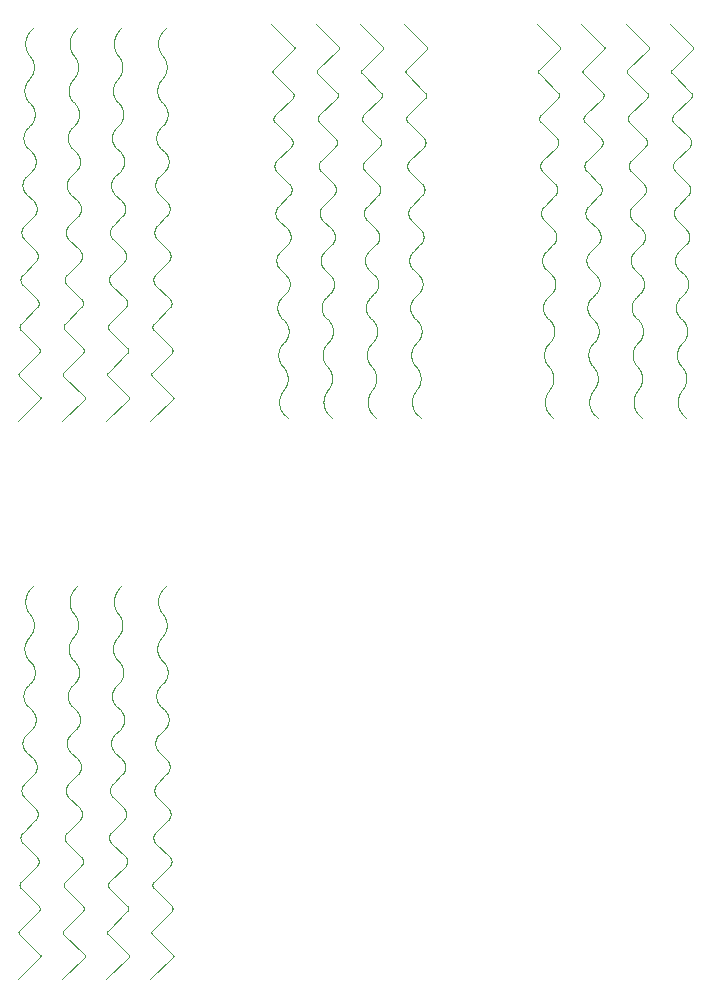
<source format=gbr>
%TF.GenerationSoftware,KiCad,Pcbnew,(6.0.8-1)-1*%
%TF.CreationDate,2022-10-28T09:45:31-07:00*%
%TF.ProjectId,Bigger-Box,42696767-6572-42d4-926f-782e6b696361,rev?*%
%TF.SameCoordinates,Original*%
%TF.FileFunction,OtherDrawing,Comment*%
%FSLAX46Y46*%
G04 Gerber Fmt 4.6, Leading zero omitted, Abs format (unit mm)*
G04 Created by KiCad (PCBNEW (6.0.8-1)-1) date 2022-10-28 09:45:31*
%MOMM*%
%LPD*%
G01*
G04 APERTURE LIST*
%ADD10C,0.100000*%
G04 APERTURE END LIST*
D10*
X50727287Y271566285D02*
X50982855Y271310717D01*
X50688940Y271605979D02*
X50727287Y271566285D01*
X50651984Y271646972D02*
X50688940Y271605979D01*
X50616463Y271689216D02*
X50651984Y271646972D01*
X50582421Y271732659D02*
X50616463Y271689216D01*
X50549898Y271777251D02*
X50582421Y271732659D01*
X50518932Y271822937D02*
X50549898Y271777251D01*
X50489560Y271869665D02*
X50518932Y271822937D01*
X50461817Y271917378D02*
X50489560Y271869665D01*
X50435736Y271966019D02*
X50461817Y271917378D01*
X50411348Y272015531D02*
X50435736Y271966019D01*
X50388683Y272065855D02*
X50411348Y272015531D01*
X50367767Y272116930D02*
X50388683Y272065855D01*
X50348624Y272168697D02*
X50367767Y272116930D01*
X50331279Y272221092D02*
X50348624Y272168697D01*
X50315751Y272274055D02*
X50331279Y272221092D01*
X50302059Y272327522D02*
X50315751Y272274055D01*
X50290219Y272381430D02*
X50302059Y272327522D01*
X50280246Y272435713D02*
X50290219Y272381430D01*
X50272150Y272490309D02*
X50280246Y272435713D01*
X50265943Y272545151D02*
X50272150Y272490309D01*
X50261631Y272600174D02*
X50265943Y272545151D01*
X50259219Y272655314D02*
X50261631Y272600174D01*
X50258710Y272710504D02*
X50259219Y272655314D01*
X50260105Y272765678D02*
X50258710Y272710504D01*
X50263402Y272820772D02*
X50260105Y272765678D01*
X50268597Y272875719D02*
X50263402Y272820772D01*
X50275685Y272930455D02*
X50268597Y272875719D01*
X50284656Y272984913D02*
X50275685Y272930455D01*
X50295500Y273039029D02*
X50284656Y272984913D01*
X50308204Y273092740D02*
X50295500Y273039029D01*
X50322753Y273145980D02*
X50308204Y273092740D01*
X50339129Y273198687D02*
X50322753Y273145980D01*
X50357314Y273250797D02*
X50339129Y273198687D01*
X50377285Y273302249D02*
X50357314Y273250797D01*
X50399019Y273352982D02*
X50377285Y273302249D01*
X50422490Y273402935D02*
X50399019Y273352982D01*
X50447669Y273452049D02*
X50422490Y273402935D01*
X50474528Y273500266D02*
X50447669Y273452049D01*
X50503033Y273547527D02*
X50474528Y273500266D01*
X50533152Y273593777D02*
X50503033Y273547527D01*
X50564848Y273638960D02*
X50533152Y273593777D01*
X50598083Y273683024D02*
X50564848Y273638960D01*
X50632818Y273725915D02*
X50598083Y273683024D01*
X50665599Y273766401D02*
X50632818Y273725915D01*
X50696953Y273808002D02*
X50665599Y273766401D01*
X50726845Y273850666D02*
X50696953Y273808002D01*
X50755236Y273894342D02*
X50726845Y273850666D01*
X50782094Y273938978D02*
X50755236Y273894342D01*
X50807386Y273984519D02*
X50782094Y273938978D01*
X50831082Y274030911D02*
X50807386Y273984519D01*
X50853152Y274078098D02*
X50831082Y274030911D01*
X50873570Y274126023D02*
X50853152Y274078098D01*
X50892312Y274174628D02*
X50873570Y274126023D01*
X50909355Y274223855D02*
X50892312Y274174628D01*
X50924678Y274273643D02*
X50909355Y274223855D01*
X50938263Y274323934D02*
X50924678Y274273643D01*
X50950094Y274374666D02*
X50938263Y274323934D01*
X50960156Y274425778D02*
X50950094Y274374666D01*
X50968437Y274477209D02*
X50960156Y274425778D01*
X50974927Y274528896D02*
X50968437Y274477209D01*
X50979619Y274580778D02*
X50974927Y274528896D01*
X50982506Y274632791D02*
X50979619Y274580778D01*
X50983585Y274684873D02*
X50982506Y274632791D01*
X50982855Y274736961D02*
X50983585Y274684873D01*
X50980317Y274788992D02*
X50982855Y274736961D01*
X50975974Y274840904D02*
X50980317Y274788992D01*
X50969831Y274892634D02*
X50975974Y274840904D01*
X50961896Y274944119D02*
X50969831Y274892634D01*
X50952177Y274995297D02*
X50961896Y274944119D01*
X50940687Y275046108D02*
X50952177Y274995297D01*
X50927440Y275096488D02*
X50940687Y275046108D01*
X50912451Y275146379D02*
X50927440Y275096488D01*
X50895739Y275195719D02*
X50912451Y275146379D01*
X50877324Y275244448D02*
X50895739Y275195719D01*
X50857228Y275292509D02*
X50877324Y275244448D01*
X50835475Y275339843D02*
X50857228Y275292509D01*
X50812092Y275386393D02*
X50835475Y275339843D01*
X50787106Y275432104D02*
X50812092Y275386393D01*
X50760548Y275476919D02*
X50787106Y275432104D01*
X50732451Y275520784D02*
X50760548Y275476919D01*
X50702846Y275563648D02*
X50732451Y275520784D01*
X50671772Y275605458D02*
X50702846Y275563648D01*
X50639264Y275646164D02*
X50671772Y275605458D01*
X50605363Y275685716D02*
X50639264Y275646164D01*
X50570108Y275724067D02*
X50605363Y275685716D01*
X50537550Y275759472D02*
X50570108Y275724067D01*
X50506228Y275795974D02*
X50537550Y275759472D01*
X50476177Y275833531D02*
X50506228Y275795974D01*
X50447435Y275872097D02*
X50476177Y275833531D01*
X50420035Y275911629D02*
X50447435Y275872097D01*
X50394008Y275952078D02*
X50420035Y275911629D01*
X50369387Y275993397D02*
X50394008Y275952078D01*
X50346199Y276035538D02*
X50369387Y275993397D01*
X50324473Y276078450D02*
X50346199Y276035538D01*
X50304233Y276122084D02*
X50324473Y276078450D01*
X50285505Y276166387D02*
X50304233Y276122084D01*
X50268309Y276211307D02*
X50285505Y276166387D01*
X50252666Y276256791D02*
X50268309Y276211307D01*
X50238596Y276302786D02*
X50252666Y276256791D01*
X50226113Y276349237D02*
X50238596Y276302786D01*
X50215233Y276396089D02*
X50226113Y276349237D01*
X50205970Y276443288D02*
X50215233Y276396089D01*
X50198333Y276490776D02*
X50205970Y276443288D01*
X50192332Y276538499D02*
X50198333Y276490776D01*
X50187974Y276586401D02*
X50192332Y276538499D01*
X50185264Y276634423D02*
X50187974Y276586401D01*
X50184205Y276682510D02*
X50185264Y276634423D01*
X50184798Y276730606D02*
X50184205Y276682510D01*
X50187044Y276778652D02*
X50184798Y276730606D01*
X50190938Y276826593D02*
X50187044Y276778652D01*
X50196477Y276874372D02*
X50190938Y276826593D01*
X50203654Y276921933D02*
X50196477Y276874372D01*
X50212461Y276969218D02*
X50203654Y276921933D01*
X50222887Y277016174D02*
X50212461Y276969218D01*
X50234919Y277062743D02*
X50222887Y277016174D01*
X50248544Y277108872D02*
X50234919Y277062743D01*
X50263746Y277154506D02*
X50248544Y277108872D01*
X50280506Y277199590D02*
X50263746Y277154506D01*
X50298805Y277244072D02*
X50280506Y277199590D01*
X50318622Y277287899D02*
X50298805Y277244072D01*
X50339932Y277331020D02*
X50318622Y277287899D01*
X50362711Y277373383D02*
X50339932Y277331020D01*
X50386931Y277414939D02*
X50362711Y277373383D01*
X50412565Y277455638D02*
X50386931Y277414939D01*
X50439582Y277495432D02*
X50412565Y277455638D01*
X50467950Y277534275D02*
X50439582Y277495432D01*
X50497635Y277572121D02*
X50467950Y277534275D01*
X50528603Y277608924D02*
X50497635Y277572121D01*
X50560817Y277644642D02*
X50528603Y277608924D01*
X50594239Y277679233D02*
X50560817Y277644642D01*
X50685051Y277770044D02*
X50594239Y277679233D01*
X50715898Y277801964D02*
X50685051Y277770044D01*
X50745639Y277834918D02*
X50715898Y277801964D01*
X50774236Y277868869D02*
X50745639Y277834918D01*
X50801658Y277903776D02*
X50774236Y277868869D01*
X50827873Y277939599D02*
X50801658Y277903776D01*
X50852848Y277976296D02*
X50827873Y277939599D01*
X50876557Y278013824D02*
X50852848Y277976296D01*
X50898970Y278052140D02*
X50876557Y278013824D01*
X50920062Y278091199D02*
X50898970Y278052140D01*
X50939809Y278130955D02*
X50920062Y278091199D01*
X50958186Y278171362D02*
X50939809Y278130955D01*
X50975174Y278212373D02*
X50958186Y278171362D01*
X50990751Y278253940D02*
X50975174Y278212373D01*
X51004900Y278296014D02*
X50990751Y278253940D01*
X51017604Y278338547D02*
X51004900Y278296014D01*
X51028849Y278381489D02*
X51017604Y278338547D01*
X51038621Y278424790D02*
X51028849Y278381489D01*
X51046909Y278468400D02*
X51038621Y278424790D01*
X51053703Y278512266D02*
X51046909Y278468400D01*
X51058996Y278556340D02*
X51053703Y278512266D01*
X51062781Y278600568D02*
X51058996Y278556340D01*
X51065054Y278644900D02*
X51062781Y278600568D01*
X51065812Y278689283D02*
X51065054Y278644900D01*
X51065054Y278733666D02*
X51065812Y278689283D01*
X51062781Y278777998D02*
X51065054Y278733666D01*
X51058996Y278822226D02*
X51062781Y278777998D01*
X51053703Y278866300D02*
X51058996Y278822226D01*
X51046909Y278910167D02*
X51053703Y278866300D01*
X51038621Y278953776D02*
X51046909Y278910167D01*
X51028849Y278997077D02*
X51038621Y278953776D01*
X51017604Y279040019D02*
X51028849Y278997077D01*
X51004900Y279082552D02*
X51017604Y279040019D01*
X50990751Y279124627D02*
X51004900Y279082552D01*
X50975174Y279166194D02*
X50990751Y279124627D01*
X50958186Y279207204D02*
X50975174Y279166194D01*
X50939809Y279247612D02*
X50958186Y279207204D01*
X50920062Y279287368D02*
X50939809Y279247612D01*
X50898970Y279326426D02*
X50920062Y279287368D01*
X50876557Y279364742D02*
X50898970Y279326426D01*
X50852848Y279402270D02*
X50876557Y279364742D01*
X50827873Y279438967D02*
X50852848Y279402270D01*
X50801658Y279474790D02*
X50827873Y279438967D01*
X50774236Y279509697D02*
X50801658Y279474790D01*
X50745639Y279543648D02*
X50774236Y279509697D01*
X50715898Y279576602D02*
X50745639Y279543648D01*
X50685051Y279608522D02*
X50715898Y279576602D01*
X50452817Y279840755D02*
X50685051Y279608522D01*
X50424342Y279870219D02*
X50452817Y279840755D01*
X50396890Y279900639D02*
X50424342Y279870219D01*
X50370492Y279931978D02*
X50396890Y279900639D01*
X50345179Y279964199D02*
X50370492Y279931978D01*
X50320982Y279997267D02*
X50345179Y279964199D01*
X50297927Y280031141D02*
X50320982Y279997267D01*
X50276042Y280065782D02*
X50297927Y280031141D01*
X50255353Y280101151D02*
X50276042Y280065782D01*
X50235883Y280137205D02*
X50255353Y280101151D01*
X50217656Y280173903D02*
X50235883Y280137205D01*
X50200692Y280211202D02*
X50217656Y280173903D01*
X50185011Y280249058D02*
X50200692Y280211202D01*
X50170632Y280287428D02*
X50185011Y280249058D01*
X50157572Y280326266D02*
X50170632Y280287428D01*
X50145845Y280365527D02*
X50157572Y280326266D01*
X50135465Y280405166D02*
X50145845Y280365527D01*
X50126445Y280445136D02*
X50135465Y280405166D01*
X50118794Y280485391D02*
X50126445Y280445136D01*
X50112522Y280525883D02*
X50118794Y280485391D01*
X50107637Y280566566D02*
X50112522Y280525883D01*
X50104143Y280607392D02*
X50107637Y280566566D01*
X50102045Y280648314D02*
X50104143Y280607392D01*
X50101346Y280689283D02*
X50102045Y280648314D01*
X50102045Y280730252D02*
X50101346Y280689283D01*
X50104143Y280771174D02*
X50102045Y280730252D01*
X50107637Y280812000D02*
X50104143Y280771174D01*
X50112522Y280852683D02*
X50107637Y280812000D01*
X50118794Y280893176D02*
X50112522Y280852683D01*
X50126445Y280933430D02*
X50118794Y280893176D01*
X50135465Y280973400D02*
X50126445Y280933430D01*
X50145845Y281013039D02*
X50135465Y280973400D01*
X50157572Y281052301D02*
X50145845Y281013039D01*
X50170632Y281091139D02*
X50157572Y281052301D01*
X50185011Y281129508D02*
X50170632Y281091139D01*
X50200692Y281167364D02*
X50185011Y281129508D01*
X50217656Y281204663D02*
X50200692Y281167364D01*
X50235883Y281241361D02*
X50217656Y281204663D01*
X50255353Y281277415D02*
X50235883Y281241361D01*
X50276042Y281312784D02*
X50255353Y281277415D01*
X50297927Y281347425D02*
X50276042Y281312784D01*
X50320982Y281381299D02*
X50297927Y281347425D01*
X50345179Y281414367D02*
X50320982Y281381299D01*
X50370492Y281446589D02*
X50345179Y281414367D01*
X50396890Y281477927D02*
X50370492Y281446589D01*
X50424342Y281508347D02*
X50396890Y281477927D01*
X50452817Y281537811D02*
X50424342Y281508347D01*
X50826472Y281911466D02*
X50452817Y281537811D01*
X50852574Y281938475D02*
X50826472Y281911466D01*
X50877739Y281966359D02*
X50852574Y281938475D01*
X50901937Y281995086D02*
X50877739Y281966359D01*
X50925140Y282024623D02*
X50901937Y281995086D01*
X50947321Y282054935D02*
X50925140Y282024623D01*
X50968455Y282085986D02*
X50947321Y282054935D01*
X50988516Y282117741D02*
X50968455Y282085986D01*
X51007481Y282150162D02*
X50988516Y282117741D01*
X51025328Y282183212D02*
X51007481Y282150162D01*
X51042037Y282216851D02*
X51025328Y282183212D01*
X51057587Y282251042D02*
X51042037Y282216851D01*
X51071961Y282285743D02*
X51057587Y282251042D01*
X51085141Y282320915D02*
X51071961Y282285743D01*
X51097114Y282356517D02*
X51085141Y282320915D01*
X51107863Y282392507D02*
X51097114Y282356517D01*
X51117378Y282428842D02*
X51107863Y282392507D01*
X51125647Y282465481D02*
X51117378Y282428842D01*
X51132660Y282502382D02*
X51125647Y282465481D01*
X51138409Y282539500D02*
X51132660Y282502382D01*
X51142887Y282576792D02*
X51138409Y282539500D01*
X51146090Y282614216D02*
X51142887Y282576792D01*
X51148013Y282651728D02*
X51146090Y282614216D01*
X51148654Y282689283D02*
X51148013Y282651728D01*
X51148013Y282726838D02*
X51148654Y282689283D01*
X51146090Y282764350D02*
X51148013Y282726838D01*
X51142887Y282801774D02*
X51146090Y282764350D01*
X51138409Y282839066D02*
X51142887Y282801774D01*
X51132660Y282876184D02*
X51138409Y282839066D01*
X51125647Y282913085D02*
X51132660Y282876184D01*
X51117378Y282949724D02*
X51125647Y282913085D01*
X51107863Y282986059D02*
X51117378Y282949724D01*
X51097114Y283022049D02*
X51107863Y282986059D01*
X51085141Y283057651D02*
X51097114Y283022049D01*
X51071961Y283092823D02*
X51085141Y283057651D01*
X51057587Y283127524D02*
X51071961Y283092823D01*
X51042037Y283161715D02*
X51057587Y283127524D01*
X51025328Y283195355D02*
X51042037Y283161715D01*
X51007481Y283228404D02*
X51025328Y283195355D01*
X50988516Y283260825D02*
X51007481Y283228404D01*
X50968455Y283292580D02*
X50988516Y283260825D01*
X50947321Y283323631D02*
X50968455Y283292580D01*
X50925140Y283353943D02*
X50947321Y283323631D01*
X50901937Y283383480D02*
X50925140Y283353943D01*
X50877739Y283412207D02*
X50901937Y283383480D01*
X50852574Y283440092D02*
X50877739Y283412207D01*
X50826472Y283467101D02*
X50852574Y283440092D01*
X50311396Y283982176D02*
X50826472Y283467101D01*
X50287667Y284006730D02*
X50311396Y283982176D01*
X50264790Y284032079D02*
X50287667Y284006730D01*
X50242792Y284058195D02*
X50264790Y284032079D01*
X50221698Y284085047D02*
X50242792Y284058195D01*
X50201533Y284112603D02*
X50221698Y284085047D01*
X50182321Y284140831D02*
X50201533Y284112603D01*
X50164083Y284169699D02*
X50182321Y284140831D01*
X50146842Y284199173D02*
X50164083Y284169699D01*
X50130618Y284229218D02*
X50146842Y284199173D01*
X50115428Y284259800D02*
X50130618Y284229218D01*
X50101292Y284290882D02*
X50115428Y284259800D01*
X50088224Y284322429D02*
X50101292Y284290882D01*
X50076242Y284354403D02*
X50088224Y284322429D01*
X50065358Y284386769D02*
X50076242Y284354403D01*
X50055586Y284419486D02*
X50065358Y284386769D01*
X50046936Y284452519D02*
X50055586Y284419486D01*
X50039419Y284485827D02*
X50046936Y284452519D01*
X50033043Y284519373D02*
X50039419Y284485827D01*
X50027817Y284553116D02*
X50033043Y284519373D01*
X50023746Y284587019D02*
X50027817Y284553116D01*
X50020834Y284621041D02*
X50023746Y284587019D01*
X50019086Y284655142D02*
X50020834Y284621041D01*
X50018503Y284689283D02*
X50019086Y284655142D01*
X50019086Y284723424D02*
X50018503Y284689283D01*
X50020834Y284757525D02*
X50019086Y284723424D01*
X50023746Y284791547D02*
X50020834Y284757525D01*
X50027817Y284825450D02*
X50023746Y284791547D01*
X50033043Y284859193D02*
X50027817Y284825450D01*
X50039419Y284892739D02*
X50033043Y284859193D01*
X50046936Y284926047D02*
X50039419Y284892739D01*
X50055586Y284959080D02*
X50046936Y284926047D01*
X50065358Y284991798D02*
X50055586Y284959080D01*
X50076242Y285024163D02*
X50065358Y284991798D01*
X50088224Y285056137D02*
X50076242Y285024163D01*
X50101292Y285087684D02*
X50088224Y285056137D01*
X50115428Y285118766D02*
X50101292Y285087684D01*
X50130618Y285149348D02*
X50115428Y285118766D01*
X50146842Y285179393D02*
X50130618Y285149348D01*
X50164083Y285208867D02*
X50146842Y285179393D01*
X50182321Y285237735D02*
X50164083Y285208867D01*
X50201533Y285265963D02*
X50182321Y285237735D01*
X50221698Y285293519D02*
X50201533Y285265963D01*
X50242792Y285320371D02*
X50221698Y285293519D01*
X50264790Y285346487D02*
X50242792Y285320371D01*
X50287667Y285371836D02*
X50264790Y285346487D01*
X50311396Y285396390D02*
X50287667Y285371836D01*
X50967893Y286052887D02*
X50311396Y285396390D01*
X50989249Y286074985D02*
X50967893Y286052887D01*
X51009839Y286097800D02*
X50989249Y286074985D01*
X51029637Y286121304D02*
X51009839Y286097800D01*
X51048622Y286145470D02*
X51029637Y286121304D01*
X51066770Y286170271D02*
X51048622Y286145470D01*
X51084061Y286195676D02*
X51066770Y286170271D01*
X51100475Y286221657D02*
X51084061Y286195676D01*
X51115992Y286248184D02*
X51100475Y286221657D01*
X51130594Y286275225D02*
X51115992Y286248184D01*
X51144264Y286302748D02*
X51130594Y286275225D01*
X51156987Y286330722D02*
X51144264Y286302748D01*
X51168748Y286359114D02*
X51156987Y286330722D01*
X51179532Y286387891D02*
X51168748Y286359114D01*
X51189327Y286417020D02*
X51179532Y286387891D01*
X51198123Y286446466D02*
X51189327Y286417020D01*
X51205907Y286476195D02*
X51198123Y286446466D01*
X51212673Y286506173D02*
X51205907Y286476195D01*
X51218411Y286536364D02*
X51212673Y286506173D01*
X51223114Y286566733D02*
X51218411Y286536364D01*
X51226779Y286597245D02*
X51223114Y286566733D01*
X51229399Y286627865D02*
X51226779Y286597245D01*
X51230972Y286658556D02*
X51229399Y286627865D01*
X51231497Y286689283D02*
X51230972Y286658556D01*
X51230972Y286720010D02*
X51231497Y286689283D01*
X51229399Y286750701D02*
X51230972Y286720010D01*
X51226779Y286781321D02*
X51229399Y286750701D01*
X51223114Y286811833D02*
X51226779Y286781321D01*
X51218411Y286842202D02*
X51223114Y286811833D01*
X51212673Y286872393D02*
X51218411Y286842202D01*
X51205907Y286902371D02*
X51212673Y286872393D01*
X51198123Y286932100D02*
X51205907Y286902371D01*
X51189327Y286961546D02*
X51198123Y286932100D01*
X51179532Y286990675D02*
X51189327Y286961546D01*
X51168748Y287019452D02*
X51179532Y286990675D01*
X51156987Y287047844D02*
X51168748Y287019452D01*
X51144264Y287075818D02*
X51156987Y287047844D01*
X51130594Y287103342D02*
X51144264Y287075818D01*
X51115992Y287130382D02*
X51130594Y287103342D01*
X51100475Y287156909D02*
X51115992Y287130382D01*
X51084061Y287182890D02*
X51100475Y287156909D01*
X51066770Y287208295D02*
X51084061Y287182890D01*
X51048622Y287233096D02*
X51066770Y287208295D01*
X51029637Y287257262D02*
X51048622Y287233096D01*
X51009839Y287280766D02*
X51029637Y287257262D01*
X50989249Y287303581D02*
X51009839Y287280766D01*
X50967893Y287325679D02*
X50989249Y287303581D01*
X50169975Y288123598D02*
X50967893Y287325679D01*
X50150991Y288143241D02*
X50169975Y288123598D01*
X50132690Y288163520D02*
X50150991Y288143241D01*
X50115091Y288184413D02*
X50132690Y288163520D01*
X50098216Y288205894D02*
X50115091Y288184413D01*
X50082084Y288227939D02*
X50098216Y288205894D01*
X50066714Y288250522D02*
X50082084Y288227939D01*
X50052125Y288273616D02*
X50066714Y288250522D01*
X50038332Y288297195D02*
X50052125Y288273616D01*
X50025352Y288321231D02*
X50038332Y288297195D01*
X50013200Y288345696D02*
X50025352Y288321231D01*
X50001891Y288370562D02*
X50013200Y288345696D01*
X49991437Y288395800D02*
X50001891Y288370562D01*
X49981851Y288421379D02*
X49991437Y288395800D01*
X49973144Y288447271D02*
X49981851Y288421379D01*
X49965326Y288473446D02*
X49973144Y288447271D01*
X49958407Y288499872D02*
X49965326Y288473446D01*
X49952393Y288526518D02*
X49958407Y288499872D01*
X49947293Y288553355D02*
X49952393Y288526518D01*
X49943111Y288580350D02*
X49947293Y288553355D01*
X49939854Y288607472D02*
X49943111Y288580350D01*
X49937525Y288634689D02*
X49939854Y288607472D01*
X49936127Y288661970D02*
X49937525Y288634689D01*
X49935660Y288689283D02*
X49936127Y288661970D01*
X49936127Y288716596D02*
X49935660Y288689283D01*
X49937525Y288743877D02*
X49936127Y288716596D01*
X49939854Y288771094D02*
X49937525Y288743877D01*
X49943111Y288798216D02*
X49939854Y288771094D01*
X49947293Y288825211D02*
X49943111Y288798216D01*
X49952393Y288852048D02*
X49947293Y288825211D01*
X49958407Y288878695D02*
X49952393Y288852048D01*
X49965326Y288905120D02*
X49958407Y288878695D01*
X49973144Y288931295D02*
X49965326Y288905120D01*
X49981851Y288957187D02*
X49973144Y288931295D01*
X49991437Y288982766D02*
X49981851Y288957187D01*
X50001891Y289008004D02*
X49991437Y288982766D01*
X50013200Y289032870D02*
X50001891Y289008004D01*
X50025352Y289057335D02*
X50013200Y289032870D01*
X50038332Y289081371D02*
X50025352Y289057335D01*
X50052125Y289104950D02*
X50038332Y289081371D01*
X50066714Y289128045D02*
X50052125Y289104950D01*
X50082084Y289150627D02*
X50066714Y289128045D01*
X50098216Y289172672D02*
X50082084Y289150627D01*
X50115091Y289194153D02*
X50098216Y289172672D01*
X50132690Y289215046D02*
X50115091Y289194153D01*
X50150991Y289235326D02*
X50132690Y289215046D01*
X50169975Y289254968D02*
X50150991Y289235326D01*
X51109315Y290194308D02*
X50169975Y289254968D01*
X51125925Y290211496D02*
X51109315Y290194308D01*
X51141939Y290229240D02*
X51125925Y290211496D01*
X51157338Y290247521D02*
X51141939Y290229240D01*
X51172103Y290266318D02*
X51157338Y290247521D01*
X51186219Y290285607D02*
X51172103Y290266318D01*
X51199667Y290305367D02*
X51186219Y290285607D01*
X51212433Y290325574D02*
X51199667Y290305367D01*
X51224502Y290346206D02*
X51212433Y290325574D01*
X51235859Y290367238D02*
X51224502Y290346206D01*
X51246492Y290388645D02*
X51235859Y290367238D01*
X51256388Y290410402D02*
X51246492Y290388645D01*
X51265535Y290432485D02*
X51256388Y290410402D01*
X51273922Y290454867D02*
X51265535Y290432485D01*
X51281541Y290477523D02*
X51273922Y290454867D01*
X51288382Y290500425D02*
X51281541Y290477523D01*
X51294437Y290523548D02*
X51288382Y290500425D01*
X51299699Y290546864D02*
X51294437Y290523548D01*
X51304161Y290570346D02*
X51299699Y290546864D01*
X51307820Y290593966D02*
X51304161Y290570346D01*
X51310670Y290617698D02*
X51307820Y290593966D01*
X51312708Y290641513D02*
X51310670Y290617698D01*
X51313932Y290665384D02*
X51312708Y290641513D01*
X51314340Y290689283D02*
X51313932Y290665384D01*
X51313932Y290713182D02*
X51314340Y290689283D01*
X51312708Y290737053D02*
X51313932Y290713182D01*
X51310670Y290760868D02*
X51312708Y290737053D01*
X51307820Y290784600D02*
X51310670Y290760868D01*
X51304161Y290808220D02*
X51307820Y290784600D01*
X51299699Y290831702D02*
X51304161Y290808220D01*
X51294437Y290855018D02*
X51299699Y290831702D01*
X51288382Y290878141D02*
X51294437Y290855018D01*
X51281541Y290901043D02*
X51288382Y290878141D01*
X51273922Y290923699D02*
X51281541Y290901043D01*
X51265535Y290946081D02*
X51273922Y290923699D01*
X51256388Y290968164D02*
X51265535Y290946081D01*
X51246492Y290989921D02*
X51256388Y290968164D01*
X51235859Y291011329D02*
X51246492Y290989921D01*
X51224502Y291032360D02*
X51235859Y291011329D01*
X51212433Y291052992D02*
X51224502Y291032360D01*
X51199667Y291073199D02*
X51212433Y291052992D01*
X51186219Y291092959D02*
X51199667Y291073199D01*
X51172103Y291112249D02*
X51186219Y291092959D01*
X51157338Y291131045D02*
X51172103Y291112249D01*
X51141939Y291149326D02*
X51157338Y291131045D01*
X51125925Y291167070D02*
X51141939Y291149326D01*
X51109315Y291184258D02*
X51125925Y291167070D01*
X50028553Y292265019D02*
X51109315Y291184258D01*
X50014316Y292279751D02*
X50028553Y292265019D01*
X50000590Y292294961D02*
X50014316Y292279751D01*
X49987391Y292310630D02*
X50000590Y292294961D01*
X49974734Y292326741D02*
X49987391Y292310630D01*
X49962636Y292343275D02*
X49974734Y292326741D01*
X49951108Y292360212D02*
X49962636Y292343275D01*
X49940166Y292377533D02*
X49951108Y292360212D01*
X49929821Y292395217D02*
X49940166Y292377533D01*
X49920086Y292413244D02*
X49929821Y292395217D01*
X49910973Y292431593D02*
X49920086Y292413244D01*
X49902491Y292450242D02*
X49910973Y292431593D01*
X49894650Y292469171D02*
X49902491Y292450242D01*
X49887461Y292488355D02*
X49894650Y292469171D01*
X49880931Y292507774D02*
X49887461Y292488355D01*
X49875067Y292527405D02*
X49880931Y292507774D01*
X49869877Y292547224D02*
X49875067Y292527405D01*
X49865367Y292567209D02*
X49869877Y292547224D01*
X49861542Y292587337D02*
X49865367Y292567209D01*
X49858406Y292607583D02*
X49861542Y292587337D01*
X49855963Y292627925D02*
X49858406Y292607583D01*
X49854216Y292648338D02*
X49855963Y292627925D01*
X49853167Y292668798D02*
X49854216Y292648338D01*
X49852817Y292689283D02*
X49853167Y292668798D01*
X49853167Y292709768D02*
X49852817Y292689283D01*
X49854216Y292730228D02*
X49853167Y292709768D01*
X49855963Y292750642D02*
X49854216Y292730228D01*
X49858406Y292770983D02*
X49855963Y292750642D01*
X49861542Y292791229D02*
X49858406Y292770983D01*
X49865367Y292811357D02*
X49861542Y292791229D01*
X49869877Y292831342D02*
X49865367Y292811357D01*
X49875067Y292851161D02*
X49869877Y292831342D01*
X49880931Y292870792D02*
X49875067Y292851161D01*
X49887461Y292890211D02*
X49880931Y292870792D01*
X49894650Y292909396D02*
X49887461Y292890211D01*
X49902491Y292928324D02*
X49894650Y292909396D01*
X49910973Y292946973D02*
X49902491Y292928324D01*
X49920086Y292965322D02*
X49910973Y292946973D01*
X49929821Y292983349D02*
X49920086Y292965322D01*
X49940166Y293001033D02*
X49929821Y292983349D01*
X49951108Y293018354D02*
X49940166Y293001033D01*
X49962636Y293035291D02*
X49951108Y293018354D01*
X49974734Y293051825D02*
X49962636Y293035291D01*
X49987391Y293067936D02*
X49974734Y293051825D01*
X50000590Y293083605D02*
X49987391Y293067936D01*
X50014316Y293098815D02*
X50000590Y293083605D01*
X50028553Y293113547D02*
X50014316Y293098815D01*
X51250736Y294335730D02*
X50028553Y293113547D01*
X51262601Y294348006D02*
X51250736Y294335730D01*
X51274039Y294360681D02*
X51262601Y294348006D01*
X51285038Y294373739D02*
X51274039Y294360681D01*
X51295585Y294387165D02*
X51285038Y294373739D01*
X51305667Y294400943D02*
X51295585Y294387165D01*
X51315274Y294415057D02*
X51305667Y294400943D01*
X51324392Y294429491D02*
X51315274Y294415057D01*
X51333013Y294444228D02*
X51324392Y294429491D01*
X51341125Y294459251D02*
X51333013Y294444228D01*
X51348720Y294474541D02*
X51341125Y294459251D01*
X51355788Y294490083D02*
X51348720Y294474541D01*
X51362322Y294505856D02*
X51355788Y294490083D01*
X51368313Y294521843D02*
X51362322Y294505856D01*
X51373755Y294538026D02*
X51368313Y294521843D01*
X51378641Y294554385D02*
X51373755Y294538026D01*
X51382966Y294570901D02*
X51378641Y294554385D01*
X51386725Y294587555D02*
X51382966Y294570901D01*
X51389912Y294604328D02*
X51386725Y294587555D01*
X51392526Y294621200D02*
X51389912Y294604328D01*
X51394561Y294638151D02*
X51392526Y294621200D01*
X51396017Y294655162D02*
X51394561Y294638151D01*
X51396891Y294672212D02*
X51396017Y294655162D01*
X51397183Y294689283D02*
X51396891Y294672212D01*
X51396891Y294706354D02*
X51397183Y294689283D01*
X51396017Y294723404D02*
X51396891Y294706354D01*
X51394561Y294740415D02*
X51396017Y294723404D01*
X51392526Y294757366D02*
X51394561Y294740415D01*
X51389912Y294774238D02*
X51392526Y294757366D01*
X51386725Y294791011D02*
X51389912Y294774238D01*
X51382966Y294807665D02*
X51386725Y294791011D01*
X51378641Y294824181D02*
X51382966Y294807665D01*
X51373755Y294840540D02*
X51378641Y294824181D01*
X51368313Y294856723D02*
X51373755Y294840540D01*
X51362322Y294872710D02*
X51368313Y294856723D01*
X51355788Y294888484D02*
X51362322Y294872710D01*
X51348720Y294904025D02*
X51355788Y294888484D01*
X51341125Y294919316D02*
X51348720Y294904025D01*
X51333013Y294934338D02*
X51341125Y294919316D01*
X51324392Y294949075D02*
X51333013Y294934338D01*
X51315274Y294963509D02*
X51324392Y294949075D01*
X51305667Y294977623D02*
X51315274Y294963509D01*
X51295585Y294991401D02*
X51305667Y294977623D01*
X51285038Y295004827D02*
X51295585Y294991401D01*
X51274039Y295017885D02*
X51285038Y295004827D01*
X51262601Y295030560D02*
X51274039Y295017885D01*
X51250736Y295042836D02*
X51262601Y295030560D01*
X49887132Y296406440D02*
X51250736Y295042836D01*
X49877640Y296416262D02*
X49887132Y296406440D01*
X49868490Y296426402D02*
X49877640Y296416262D01*
X49859690Y296436848D02*
X49868490Y296426402D01*
X49851253Y296447588D02*
X49859690Y296436848D01*
X49843187Y296458611D02*
X49851253Y296447588D01*
X49835502Y296469902D02*
X49843187Y296458611D01*
X49828207Y296481449D02*
X49835502Y296469902D01*
X49821311Y296493239D02*
X49828207Y296481449D01*
X49814821Y296505257D02*
X49821311Y296493239D01*
X49808745Y296517490D02*
X49814821Y296505257D01*
X49803090Y296529923D02*
X49808745Y296517490D01*
X49797863Y296542541D02*
X49803090Y296529923D01*
X49793070Y296555331D02*
X49797863Y296542541D01*
X49788717Y296568277D02*
X49793070Y296555331D01*
X49784808Y296581364D02*
X49788717Y296568277D01*
X49781348Y296594577D02*
X49784808Y296581364D01*
X49778341Y296607901D02*
X49781348Y296594577D01*
X49775791Y296621319D02*
X49778341Y296607901D01*
X49773700Y296634816D02*
X49775791Y296621319D01*
X49772072Y296648377D02*
X49773700Y296634816D01*
X49770907Y296661986D02*
X49772072Y296648377D01*
X49770208Y296675627D02*
X49770907Y296661986D01*
X49769975Y296689283D02*
X49770208Y296675627D01*
X49770208Y296702939D02*
X49769975Y296689283D01*
X49770907Y296716580D02*
X49770208Y296702939D01*
X49772072Y296730189D02*
X49770907Y296716580D01*
X49773700Y296743750D02*
X49772072Y296730189D01*
X49775791Y296757247D02*
X49773700Y296743750D01*
X49778341Y296770665D02*
X49775791Y296757247D01*
X49781348Y296783989D02*
X49778341Y296770665D01*
X49784808Y296797202D02*
X49781348Y296783989D01*
X49788717Y296810289D02*
X49784808Y296797202D01*
X49793070Y296823235D02*
X49788717Y296810289D01*
X49797863Y296836025D02*
X49793070Y296823235D01*
X49803090Y296848643D02*
X49797863Y296836025D01*
X49808745Y296861076D02*
X49803090Y296848643D01*
X49814821Y296873309D02*
X49808745Y296861076D01*
X49821311Y296885327D02*
X49814821Y296873309D01*
X49828207Y296897117D02*
X49821311Y296885327D01*
X49835502Y296908664D02*
X49828207Y296897117D01*
X49843187Y296919955D02*
X49835502Y296908664D01*
X49851253Y296930978D02*
X49843187Y296919955D01*
X49859690Y296941718D02*
X49851253Y296930978D01*
X49868490Y296952165D02*
X49859690Y296941718D01*
X49877640Y296962304D02*
X49868490Y296952165D01*
X49887132Y296972126D02*
X49877640Y296962304D01*
X51392157Y298477151D02*
X49887132Y296972126D01*
X51399276Y298484517D02*
X51392157Y298477151D01*
X51406139Y298492122D02*
X51399276Y298484517D01*
X51412739Y298499957D02*
X51406139Y298492122D01*
X51419067Y298508012D02*
X51412739Y298499957D01*
X51425116Y298516279D02*
X51419067Y298508012D01*
X51430880Y298524747D02*
X51425116Y298516279D01*
X51436351Y298533408D02*
X51430880Y298524747D01*
X51441523Y298542250D02*
X51436351Y298533408D01*
X51446391Y298551264D02*
X51441523Y298542250D01*
X51450948Y298560438D02*
X51446391Y298551264D01*
X51455189Y298569763D02*
X51450948Y298560438D01*
X51459109Y298579227D02*
X51455189Y298569763D01*
X51462704Y298588819D02*
X51459109Y298579227D01*
X51465969Y298598529D02*
X51462704Y298588819D01*
X51468900Y298608344D02*
X51465969Y298598529D01*
X51471495Y298618254D02*
X51468900Y298608344D01*
X51473750Y298628246D02*
X51471495Y298618254D01*
X51475663Y298638310D02*
X51473750Y298628246D01*
X51477231Y298648433D02*
X51475663Y298638310D01*
X51478452Y298658604D02*
X51477231Y298648433D01*
X51479326Y298668810D02*
X51478452Y298658604D01*
X51479850Y298679041D02*
X51479326Y298668810D01*
X51480025Y298689283D02*
X51479850Y298679041D01*
X51479850Y298699525D02*
X51480025Y298689283D01*
X51479326Y298709756D02*
X51479850Y298699525D01*
X51478452Y298719962D02*
X51479326Y298709756D01*
X51477231Y298730133D02*
X51478452Y298719962D01*
X51475663Y298740256D02*
X51477231Y298730133D01*
X51473750Y298750320D02*
X51475663Y298740256D01*
X51471495Y298760312D02*
X51473750Y298750320D01*
X51468900Y298770222D02*
X51471495Y298760312D01*
X51465969Y298780037D02*
X51468900Y298770222D01*
X51462704Y298789747D02*
X51465969Y298780037D01*
X51459109Y298799339D02*
X51462704Y298789747D01*
X51455189Y298808803D02*
X51459109Y298799339D01*
X51450948Y298818128D02*
X51455189Y298808803D01*
X51446391Y298827303D02*
X51450948Y298818128D01*
X51441523Y298836316D02*
X51446391Y298827303D01*
X51436351Y298845158D02*
X51441523Y298836316D01*
X51430880Y298853819D02*
X51436351Y298845158D01*
X51425116Y298862287D02*
X51430880Y298853819D01*
X51419067Y298870554D02*
X51425116Y298862287D01*
X51412739Y298878609D02*
X51419067Y298870554D01*
X51406139Y298886444D02*
X51412739Y298878609D01*
X51399276Y298894049D02*
X51406139Y298886444D01*
X51392157Y298901415D02*
X51399276Y298894049D01*
X49745711Y300547862D02*
X51392157Y298901415D01*
X49740965Y300552772D02*
X49745711Y300547862D01*
X49736389Y300557842D02*
X49740965Y300552772D01*
X49731990Y300563065D02*
X49736389Y300557842D01*
X49727771Y300568436D02*
X49731990Y300563065D01*
X49723738Y300573947D02*
X49727771Y300568436D01*
X49719896Y300579593D02*
X49723738Y300573947D01*
X49716248Y300585366D02*
X49719896Y300579593D01*
X49712800Y300591261D02*
X49716248Y300585366D01*
X49709555Y300597270D02*
X49712800Y300591261D01*
X49706517Y300603386D02*
X49709555Y300597270D01*
X49703690Y300609603D02*
X49706517Y300603386D01*
X49701076Y300615912D02*
X49703690Y300609603D01*
X49698680Y300622307D02*
X49701076Y300615912D01*
X49696503Y300628780D02*
X49698680Y300622307D01*
X49694549Y300635324D02*
X49696503Y300628780D01*
X49692819Y300641930D02*
X49694549Y300635324D01*
X49691315Y300648592D02*
X49692819Y300641930D01*
X49690040Y300655301D02*
X49691315Y300648592D01*
X49688995Y300662050D02*
X49690040Y300655301D01*
X49688181Y300668830D02*
X49688995Y300662050D01*
X49687598Y300675635D02*
X49688181Y300668830D01*
X49687249Y300682455D02*
X49687598Y300675635D01*
X49687132Y300689283D02*
X49687249Y300682455D01*
X49687249Y300696111D02*
X49687132Y300689283D01*
X49687598Y300702932D02*
X49687249Y300696111D01*
X49688181Y300709736D02*
X49687598Y300702932D01*
X49688995Y300716516D02*
X49688181Y300709736D01*
X49690040Y300723265D02*
X49688995Y300716516D01*
X49691315Y300729974D02*
X49690040Y300723265D01*
X49692819Y300736636D02*
X49691315Y300729974D01*
X49694549Y300743242D02*
X49692819Y300736636D01*
X49696503Y300749786D02*
X49694549Y300743242D01*
X49698680Y300756259D02*
X49696503Y300749786D01*
X49701076Y300762654D02*
X49698680Y300756259D01*
X49703690Y300768963D02*
X49701076Y300762654D01*
X49706517Y300775180D02*
X49703690Y300768963D01*
X49709555Y300781296D02*
X49706517Y300775180D01*
X49712800Y300787305D02*
X49709555Y300781296D01*
X49716248Y300793200D02*
X49712800Y300787305D01*
X49719896Y300798973D02*
X49716248Y300793200D01*
X49723738Y300804619D02*
X49719896Y300798973D01*
X49727771Y300810130D02*
X49723738Y300804619D01*
X49731990Y300815501D02*
X49727771Y300810130D01*
X49736389Y300820724D02*
X49731990Y300815501D01*
X49740965Y300825794D02*
X49736389Y300820724D01*
X49745711Y300830704D02*
X49740965Y300825794D01*
X51533579Y302618572D02*
X49745711Y300830704D01*
X51535952Y302621028D02*
X51533579Y302618572D01*
X51538239Y302623563D02*
X51535952Y302621028D01*
X51540439Y302626174D02*
X51538239Y302623563D01*
X51542548Y302628859D02*
X51540439Y302626174D01*
X51544565Y302631615D02*
X51542548Y302628859D01*
X51546486Y302634438D02*
X51544565Y302631615D01*
X51548310Y302637325D02*
X51546486Y302634438D01*
X51550034Y302640272D02*
X51548310Y302637325D01*
X51551656Y302643277D02*
X51550034Y302640272D01*
X51553175Y302646335D02*
X51551656Y302643277D01*
X51554589Y302649443D02*
X51553175Y302646335D01*
X51555896Y302652598D02*
X51554589Y302649443D01*
X51557094Y302655795D02*
X51555896Y302652598D01*
X51558182Y302659032D02*
X51557094Y302655795D01*
X51559160Y302662303D02*
X51558182Y302659032D01*
X51560025Y302665607D02*
X51559160Y302662303D01*
X51560776Y302668937D02*
X51560025Y302665607D01*
X51561414Y302672292D02*
X51560776Y302668937D01*
X51561937Y302675666D02*
X51561414Y302672292D01*
X51562344Y302679057D02*
X51561937Y302675666D01*
X51562635Y302682459D02*
X51562344Y302679057D01*
X51562810Y302685869D02*
X51562635Y302682459D01*
X51562868Y302689283D02*
X51562810Y302685869D01*
X51562810Y302692697D02*
X51562868Y302689283D01*
X51562635Y302696107D02*
X51562810Y302692697D01*
X51562344Y302699509D02*
X51562635Y302696107D01*
X51561937Y302702900D02*
X51562344Y302699509D01*
X51561414Y302706274D02*
X51561937Y302702900D01*
X51560776Y302709629D02*
X51561414Y302706274D01*
X51560025Y302712959D02*
X51560776Y302709629D01*
X51559160Y302716263D02*
X51560025Y302712959D01*
X51558182Y302719535D02*
X51559160Y302716263D01*
X51557094Y302722771D02*
X51558182Y302719535D01*
X51555896Y302725968D02*
X51557094Y302722771D01*
X51554589Y302729123D02*
X51555896Y302725968D01*
X51553175Y302732231D02*
X51554589Y302729123D01*
X51551656Y302735290D02*
X51553175Y302732231D01*
X51550034Y302738294D02*
X51551656Y302735290D01*
X51548310Y302741241D02*
X51550034Y302738294D01*
X51546486Y302744128D02*
X51548310Y302741241D01*
X51544565Y302746951D02*
X51546486Y302744128D01*
X51542548Y302749707D02*
X51544565Y302746951D01*
X51540439Y302752392D02*
X51542548Y302749707D01*
X51538239Y302755003D02*
X51540439Y302752392D01*
X51535952Y302757538D02*
X51538239Y302755003D01*
X51533579Y302759994D02*
X51535952Y302757538D01*
X49604289Y304689283D02*
X51533579Y302759994D01*
X54477287Y271566285D02*
X54732855Y271310717D01*
X54438940Y271605979D02*
X54477287Y271566285D01*
X54401984Y271646972D02*
X54438940Y271605979D01*
X54366463Y271689216D02*
X54401984Y271646972D01*
X54332421Y271732659D02*
X54366463Y271689216D01*
X54299898Y271777251D02*
X54332421Y271732659D01*
X54268932Y271822937D02*
X54299898Y271777251D01*
X54239560Y271869665D02*
X54268932Y271822937D01*
X54211817Y271917378D02*
X54239560Y271869665D01*
X54185736Y271966019D02*
X54211817Y271917378D01*
X54161348Y272015531D02*
X54185736Y271966019D01*
X54138683Y272065855D02*
X54161348Y272015531D01*
X54117767Y272116930D02*
X54138683Y272065855D01*
X54098624Y272168697D02*
X54117767Y272116930D01*
X54081279Y272221092D02*
X54098624Y272168697D01*
X54065751Y272274055D02*
X54081279Y272221092D01*
X54052059Y272327522D02*
X54065751Y272274055D01*
X54040219Y272381430D02*
X54052059Y272327522D01*
X54030246Y272435713D02*
X54040219Y272381430D01*
X54022150Y272490309D02*
X54030246Y272435713D01*
X54015943Y272545151D02*
X54022150Y272490309D01*
X54011631Y272600174D02*
X54015943Y272545151D01*
X54009219Y272655314D02*
X54011631Y272600174D01*
X54008710Y272710504D02*
X54009219Y272655314D01*
X54010105Y272765678D02*
X54008710Y272710504D01*
X54013402Y272820772D02*
X54010105Y272765678D01*
X54018597Y272875719D02*
X54013402Y272820772D01*
X54025685Y272930455D02*
X54018597Y272875719D01*
X54034656Y272984913D02*
X54025685Y272930455D01*
X54045500Y273039029D02*
X54034656Y272984913D01*
X54058204Y273092740D02*
X54045500Y273039029D01*
X54072753Y273145980D02*
X54058204Y273092740D01*
X54089129Y273198687D02*
X54072753Y273145980D01*
X54107314Y273250797D02*
X54089129Y273198687D01*
X54127285Y273302249D02*
X54107314Y273250797D01*
X54149019Y273352982D02*
X54127285Y273302249D01*
X54172490Y273402935D02*
X54149019Y273352982D01*
X54197669Y273452049D02*
X54172490Y273402935D01*
X54224528Y273500266D02*
X54197669Y273452049D01*
X54253033Y273547527D02*
X54224528Y273500266D01*
X54283152Y273593777D02*
X54253033Y273547527D01*
X54314848Y273638960D02*
X54283152Y273593777D01*
X54348083Y273683024D02*
X54314848Y273638960D01*
X54382818Y273725915D02*
X54348083Y273683024D01*
X54415599Y273766401D02*
X54382818Y273725915D01*
X54446953Y273808002D02*
X54415599Y273766401D01*
X54476845Y273850666D02*
X54446953Y273808002D01*
X54505236Y273894342D02*
X54476845Y273850666D01*
X54532094Y273938978D02*
X54505236Y273894342D01*
X54557386Y273984519D02*
X54532094Y273938978D01*
X54581082Y274030911D02*
X54557386Y273984519D01*
X54603152Y274078098D02*
X54581082Y274030911D01*
X54623570Y274126023D02*
X54603152Y274078098D01*
X54642312Y274174628D02*
X54623570Y274126023D01*
X54659355Y274223855D02*
X54642312Y274174628D01*
X54674678Y274273643D02*
X54659355Y274223855D01*
X54688263Y274323934D02*
X54674678Y274273643D01*
X54700094Y274374666D02*
X54688263Y274323934D01*
X54710156Y274425778D02*
X54700094Y274374666D01*
X54718437Y274477209D02*
X54710156Y274425778D01*
X54724927Y274528896D02*
X54718437Y274477209D01*
X54729619Y274580778D02*
X54724927Y274528896D01*
X54732506Y274632791D02*
X54729619Y274580778D01*
X54733585Y274684873D02*
X54732506Y274632791D01*
X54732855Y274736961D02*
X54733585Y274684873D01*
X54730317Y274788992D02*
X54732855Y274736961D01*
X54725974Y274840904D02*
X54730317Y274788992D01*
X54719831Y274892634D02*
X54725974Y274840904D01*
X54711896Y274944119D02*
X54719831Y274892634D01*
X54702177Y274995297D02*
X54711896Y274944119D01*
X54690687Y275046108D02*
X54702177Y274995297D01*
X54677440Y275096488D02*
X54690687Y275046108D01*
X54662451Y275146379D02*
X54677440Y275096488D01*
X54645739Y275195719D02*
X54662451Y275146379D01*
X54627324Y275244448D02*
X54645739Y275195719D01*
X54607228Y275292509D02*
X54627324Y275244448D01*
X54585475Y275339843D02*
X54607228Y275292509D01*
X54562092Y275386393D02*
X54585475Y275339843D01*
X54537106Y275432104D02*
X54562092Y275386393D01*
X54510548Y275476919D02*
X54537106Y275432104D01*
X54482451Y275520784D02*
X54510548Y275476919D01*
X54452846Y275563648D02*
X54482451Y275520784D01*
X54421772Y275605458D02*
X54452846Y275563648D01*
X54389264Y275646164D02*
X54421772Y275605458D01*
X54355363Y275685716D02*
X54389264Y275646164D01*
X54320108Y275724067D02*
X54355363Y275685716D01*
X54287550Y275759472D02*
X54320108Y275724067D01*
X54256228Y275795974D02*
X54287550Y275759472D01*
X54226177Y275833531D02*
X54256228Y275795974D01*
X54197435Y275872097D02*
X54226177Y275833531D01*
X54170035Y275911629D02*
X54197435Y275872097D01*
X54144008Y275952078D02*
X54170035Y275911629D01*
X54119387Y275993397D02*
X54144008Y275952078D01*
X54096199Y276035538D02*
X54119387Y275993397D01*
X54074473Y276078450D02*
X54096199Y276035538D01*
X54054233Y276122084D02*
X54074473Y276078450D01*
X54035505Y276166387D02*
X54054233Y276122084D01*
X54018309Y276211307D02*
X54035505Y276166387D01*
X54002666Y276256791D02*
X54018309Y276211307D01*
X53988596Y276302786D02*
X54002666Y276256791D01*
X53976113Y276349237D02*
X53988596Y276302786D01*
X53965233Y276396089D02*
X53976113Y276349237D01*
X53955970Y276443288D02*
X53965233Y276396089D01*
X53948333Y276490776D02*
X53955970Y276443288D01*
X53942332Y276538499D02*
X53948333Y276490776D01*
X53937974Y276586401D02*
X53942332Y276538499D01*
X53935264Y276634423D02*
X53937974Y276586401D01*
X53934205Y276682510D02*
X53935264Y276634423D01*
X53934798Y276730606D02*
X53934205Y276682510D01*
X53937044Y276778652D02*
X53934798Y276730606D01*
X53940938Y276826593D02*
X53937044Y276778652D01*
X53946477Y276874372D02*
X53940938Y276826593D01*
X53953654Y276921933D02*
X53946477Y276874372D01*
X53962461Y276969218D02*
X53953654Y276921933D01*
X53972887Y277016174D02*
X53962461Y276969218D01*
X53984919Y277062743D02*
X53972887Y277016174D01*
X53998544Y277108872D02*
X53984919Y277062743D01*
X54013746Y277154506D02*
X53998544Y277108872D01*
X54030506Y277199590D02*
X54013746Y277154506D01*
X54048805Y277244072D02*
X54030506Y277199590D01*
X54068622Y277287899D02*
X54048805Y277244072D01*
X54089932Y277331020D02*
X54068622Y277287899D01*
X54112711Y277373383D02*
X54089932Y277331020D01*
X54136931Y277414939D02*
X54112711Y277373383D01*
X54162565Y277455638D02*
X54136931Y277414939D01*
X54189582Y277495432D02*
X54162565Y277455638D01*
X54217950Y277534275D02*
X54189582Y277495432D01*
X54247635Y277572121D02*
X54217950Y277534275D01*
X54278603Y277608924D02*
X54247635Y277572121D01*
X54310817Y277644642D02*
X54278603Y277608924D01*
X54344239Y277679233D02*
X54310817Y277644642D01*
X54435051Y277770044D02*
X54344239Y277679233D01*
X54465898Y277801964D02*
X54435051Y277770044D01*
X54495639Y277834918D02*
X54465898Y277801964D01*
X54524236Y277868869D02*
X54495639Y277834918D01*
X54551658Y277903776D02*
X54524236Y277868869D01*
X54577873Y277939599D02*
X54551658Y277903776D01*
X54602848Y277976296D02*
X54577873Y277939599D01*
X54626557Y278013824D02*
X54602848Y277976296D01*
X54648970Y278052140D02*
X54626557Y278013824D01*
X54670062Y278091199D02*
X54648970Y278052140D01*
X54689809Y278130955D02*
X54670062Y278091199D01*
X54708186Y278171362D02*
X54689809Y278130955D01*
X54725174Y278212373D02*
X54708186Y278171362D01*
X54740751Y278253940D02*
X54725174Y278212373D01*
X54754900Y278296014D02*
X54740751Y278253940D01*
X54767604Y278338547D02*
X54754900Y278296014D01*
X54778849Y278381489D02*
X54767604Y278338547D01*
X54788621Y278424790D02*
X54778849Y278381489D01*
X54796909Y278468400D02*
X54788621Y278424790D01*
X54803703Y278512266D02*
X54796909Y278468400D01*
X54808996Y278556340D02*
X54803703Y278512266D01*
X54812781Y278600568D02*
X54808996Y278556340D01*
X54815054Y278644900D02*
X54812781Y278600568D01*
X54815812Y278689283D02*
X54815054Y278644900D01*
X54815054Y278733666D02*
X54815812Y278689283D01*
X54812781Y278777998D02*
X54815054Y278733666D01*
X54808996Y278822226D02*
X54812781Y278777998D01*
X54803703Y278866300D02*
X54808996Y278822226D01*
X54796909Y278910167D02*
X54803703Y278866300D01*
X54788621Y278953776D02*
X54796909Y278910167D01*
X54778849Y278997077D02*
X54788621Y278953776D01*
X54767604Y279040019D02*
X54778849Y278997077D01*
X54754900Y279082552D02*
X54767604Y279040019D01*
X54740751Y279124627D02*
X54754900Y279082552D01*
X54725174Y279166194D02*
X54740751Y279124627D01*
X54708186Y279207204D02*
X54725174Y279166194D01*
X54689809Y279247612D02*
X54708186Y279207204D01*
X54670062Y279287368D02*
X54689809Y279247612D01*
X54648970Y279326426D02*
X54670062Y279287368D01*
X54626557Y279364742D02*
X54648970Y279326426D01*
X54602848Y279402270D02*
X54626557Y279364742D01*
X54577873Y279438967D02*
X54602848Y279402270D01*
X54551658Y279474790D02*
X54577873Y279438967D01*
X54524236Y279509697D02*
X54551658Y279474790D01*
X54495639Y279543648D02*
X54524236Y279509697D01*
X54465898Y279576602D02*
X54495639Y279543648D01*
X54435051Y279608522D02*
X54465898Y279576602D01*
X54202817Y279840755D02*
X54435051Y279608522D01*
X54174342Y279870219D02*
X54202817Y279840755D01*
X54146890Y279900639D02*
X54174342Y279870219D01*
X54120492Y279931978D02*
X54146890Y279900639D01*
X54095179Y279964199D02*
X54120492Y279931978D01*
X54070982Y279997267D02*
X54095179Y279964199D01*
X54047927Y280031141D02*
X54070982Y279997267D01*
X54026042Y280065782D02*
X54047927Y280031141D01*
X54005353Y280101151D02*
X54026042Y280065782D01*
X53985883Y280137205D02*
X54005353Y280101151D01*
X53967656Y280173903D02*
X53985883Y280137205D01*
X53950692Y280211202D02*
X53967656Y280173903D01*
X53935011Y280249058D02*
X53950692Y280211202D01*
X53920632Y280287428D02*
X53935011Y280249058D01*
X53907572Y280326266D02*
X53920632Y280287428D01*
X53895845Y280365527D02*
X53907572Y280326266D01*
X53885465Y280405166D02*
X53895845Y280365527D01*
X53876445Y280445136D02*
X53885465Y280405166D01*
X53868794Y280485391D02*
X53876445Y280445136D01*
X53862522Y280525883D02*
X53868794Y280485391D01*
X53857637Y280566566D02*
X53862522Y280525883D01*
X53854143Y280607392D02*
X53857637Y280566566D01*
X53852045Y280648314D02*
X53854143Y280607392D01*
X53851346Y280689283D02*
X53852045Y280648314D01*
X53852045Y280730252D02*
X53851346Y280689283D01*
X53854143Y280771174D02*
X53852045Y280730252D01*
X53857637Y280812000D02*
X53854143Y280771174D01*
X53862522Y280852683D02*
X53857637Y280812000D01*
X53868794Y280893176D02*
X53862522Y280852683D01*
X53876445Y280933430D02*
X53868794Y280893176D01*
X53885465Y280973400D02*
X53876445Y280933430D01*
X53895845Y281013039D02*
X53885465Y280973400D01*
X53907572Y281052301D02*
X53895845Y281013039D01*
X53920632Y281091139D02*
X53907572Y281052301D01*
X53935011Y281129508D02*
X53920632Y281091139D01*
X53950692Y281167364D02*
X53935011Y281129508D01*
X53967656Y281204663D02*
X53950692Y281167364D01*
X53985883Y281241361D02*
X53967656Y281204663D01*
X54005353Y281277415D02*
X53985883Y281241361D01*
X54026042Y281312784D02*
X54005353Y281277415D01*
X54047927Y281347425D02*
X54026042Y281312784D01*
X54070982Y281381299D02*
X54047927Y281347425D01*
X54095179Y281414367D02*
X54070982Y281381299D01*
X54120492Y281446589D02*
X54095179Y281414367D01*
X54146890Y281477927D02*
X54120492Y281446589D01*
X54174342Y281508347D02*
X54146890Y281477927D01*
X54202817Y281537811D02*
X54174342Y281508347D01*
X54576472Y281911466D02*
X54202817Y281537811D01*
X54602574Y281938475D02*
X54576472Y281911466D01*
X54627739Y281966359D02*
X54602574Y281938475D01*
X54651937Y281995086D02*
X54627739Y281966359D01*
X54675140Y282024623D02*
X54651937Y281995086D01*
X54697321Y282054935D02*
X54675140Y282024623D01*
X54718455Y282085986D02*
X54697321Y282054935D01*
X54738516Y282117741D02*
X54718455Y282085986D01*
X54757481Y282150162D02*
X54738516Y282117741D01*
X54775328Y282183212D02*
X54757481Y282150162D01*
X54792037Y282216851D02*
X54775328Y282183212D01*
X54807587Y282251042D02*
X54792037Y282216851D01*
X54821961Y282285743D02*
X54807587Y282251042D01*
X54835141Y282320915D02*
X54821961Y282285743D01*
X54847114Y282356517D02*
X54835141Y282320915D01*
X54857863Y282392507D02*
X54847114Y282356517D01*
X54867378Y282428842D02*
X54857863Y282392507D01*
X54875647Y282465481D02*
X54867378Y282428842D01*
X54882660Y282502382D02*
X54875647Y282465481D01*
X54888409Y282539500D02*
X54882660Y282502382D01*
X54892887Y282576792D02*
X54888409Y282539500D01*
X54896090Y282614216D02*
X54892887Y282576792D01*
X54898013Y282651728D02*
X54896090Y282614216D01*
X54898654Y282689283D02*
X54898013Y282651728D01*
X54898013Y282726838D02*
X54898654Y282689283D01*
X54896090Y282764350D02*
X54898013Y282726838D01*
X54892887Y282801774D02*
X54896090Y282764350D01*
X54888409Y282839066D02*
X54892887Y282801774D01*
X54882660Y282876184D02*
X54888409Y282839066D01*
X54875647Y282913085D02*
X54882660Y282876184D01*
X54867378Y282949724D02*
X54875647Y282913085D01*
X54857863Y282986059D02*
X54867378Y282949724D01*
X54847114Y283022049D02*
X54857863Y282986059D01*
X54835141Y283057651D02*
X54847114Y283022049D01*
X54821961Y283092823D02*
X54835141Y283057651D01*
X54807587Y283127524D02*
X54821961Y283092823D01*
X54792037Y283161715D02*
X54807587Y283127524D01*
X54775328Y283195355D02*
X54792037Y283161715D01*
X54757481Y283228404D02*
X54775328Y283195355D01*
X54738516Y283260825D02*
X54757481Y283228404D01*
X54718455Y283292580D02*
X54738516Y283260825D01*
X54697321Y283323631D02*
X54718455Y283292580D01*
X54675140Y283353943D02*
X54697321Y283323631D01*
X54651937Y283383480D02*
X54675140Y283353943D01*
X54627739Y283412207D02*
X54651937Y283383480D01*
X54602574Y283440092D02*
X54627739Y283412207D01*
X54576472Y283467101D02*
X54602574Y283440092D01*
X54061396Y283982176D02*
X54576472Y283467101D01*
X54037667Y284006730D02*
X54061396Y283982176D01*
X54014790Y284032079D02*
X54037667Y284006730D01*
X53992792Y284058195D02*
X54014790Y284032079D01*
X53971698Y284085047D02*
X53992792Y284058195D01*
X53951533Y284112603D02*
X53971698Y284085047D01*
X53932321Y284140831D02*
X53951533Y284112603D01*
X53914083Y284169699D02*
X53932321Y284140831D01*
X53896842Y284199173D02*
X53914083Y284169699D01*
X53880618Y284229218D02*
X53896842Y284199173D01*
X53865428Y284259800D02*
X53880618Y284229218D01*
X53851292Y284290882D02*
X53865428Y284259800D01*
X53838224Y284322429D02*
X53851292Y284290882D01*
X53826242Y284354403D02*
X53838224Y284322429D01*
X53815358Y284386769D02*
X53826242Y284354403D01*
X53805586Y284419486D02*
X53815358Y284386769D01*
X53796936Y284452519D02*
X53805586Y284419486D01*
X53789419Y284485827D02*
X53796936Y284452519D01*
X53783043Y284519373D02*
X53789419Y284485827D01*
X53777817Y284553116D02*
X53783043Y284519373D01*
X53773746Y284587019D02*
X53777817Y284553116D01*
X53770834Y284621041D02*
X53773746Y284587019D01*
X53769086Y284655142D02*
X53770834Y284621041D01*
X53768503Y284689283D02*
X53769086Y284655142D01*
X53769086Y284723424D02*
X53768503Y284689283D01*
X53770834Y284757525D02*
X53769086Y284723424D01*
X53773746Y284791547D02*
X53770834Y284757525D01*
X53777817Y284825450D02*
X53773746Y284791547D01*
X53783043Y284859193D02*
X53777817Y284825450D01*
X53789419Y284892739D02*
X53783043Y284859193D01*
X53796936Y284926047D02*
X53789419Y284892739D01*
X53805586Y284959080D02*
X53796936Y284926047D01*
X53815358Y284991798D02*
X53805586Y284959080D01*
X53826242Y285024163D02*
X53815358Y284991798D01*
X53838224Y285056137D02*
X53826242Y285024163D01*
X53851292Y285087684D02*
X53838224Y285056137D01*
X53865428Y285118766D02*
X53851292Y285087684D01*
X53880618Y285149348D02*
X53865428Y285118766D01*
X53896842Y285179393D02*
X53880618Y285149348D01*
X53914083Y285208867D02*
X53896842Y285179393D01*
X53932321Y285237735D02*
X53914083Y285208867D01*
X53951533Y285265963D02*
X53932321Y285237735D01*
X53971698Y285293519D02*
X53951533Y285265963D01*
X53992792Y285320371D02*
X53971698Y285293519D01*
X54014790Y285346487D02*
X53992792Y285320371D01*
X54037667Y285371836D02*
X54014790Y285346487D01*
X54061396Y285396390D02*
X54037667Y285371836D01*
X54717893Y286052887D02*
X54061396Y285396390D01*
X54739249Y286074985D02*
X54717893Y286052887D01*
X54759839Y286097800D02*
X54739249Y286074985D01*
X54779637Y286121304D02*
X54759839Y286097800D01*
X54798622Y286145470D02*
X54779637Y286121304D01*
X54816770Y286170271D02*
X54798622Y286145470D01*
X54834061Y286195676D02*
X54816770Y286170271D01*
X54850475Y286221657D02*
X54834061Y286195676D01*
X54865992Y286248184D02*
X54850475Y286221657D01*
X54880594Y286275225D02*
X54865992Y286248184D01*
X54894264Y286302748D02*
X54880594Y286275225D01*
X54906987Y286330722D02*
X54894264Y286302748D01*
X54918748Y286359114D02*
X54906987Y286330722D01*
X54929532Y286387891D02*
X54918748Y286359114D01*
X54939327Y286417020D02*
X54929532Y286387891D01*
X54948123Y286446466D02*
X54939327Y286417020D01*
X54955907Y286476195D02*
X54948123Y286446466D01*
X54962673Y286506173D02*
X54955907Y286476195D01*
X54968411Y286536364D02*
X54962673Y286506173D01*
X54973114Y286566733D02*
X54968411Y286536364D01*
X54976779Y286597245D02*
X54973114Y286566733D01*
X54979399Y286627865D02*
X54976779Y286597245D01*
X54980972Y286658556D02*
X54979399Y286627865D01*
X54981497Y286689283D02*
X54980972Y286658556D01*
X54980972Y286720010D02*
X54981497Y286689283D01*
X54979399Y286750701D02*
X54980972Y286720010D01*
X54976779Y286781321D02*
X54979399Y286750701D01*
X54973114Y286811833D02*
X54976779Y286781321D01*
X54968411Y286842202D02*
X54973114Y286811833D01*
X54962673Y286872393D02*
X54968411Y286842202D01*
X54955907Y286902371D02*
X54962673Y286872393D01*
X54948123Y286932100D02*
X54955907Y286902371D01*
X54939327Y286961546D02*
X54948123Y286932100D01*
X54929532Y286990675D02*
X54939327Y286961546D01*
X54918748Y287019452D02*
X54929532Y286990675D01*
X54906987Y287047844D02*
X54918748Y287019452D01*
X54894264Y287075818D02*
X54906987Y287047844D01*
X54880594Y287103342D02*
X54894264Y287075818D01*
X54865992Y287130382D02*
X54880594Y287103342D01*
X54850475Y287156909D02*
X54865992Y287130382D01*
X54834061Y287182890D02*
X54850475Y287156909D01*
X54816770Y287208295D02*
X54834061Y287182890D01*
X54798622Y287233096D02*
X54816770Y287208295D01*
X54779637Y287257262D02*
X54798622Y287233096D01*
X54759839Y287280766D02*
X54779637Y287257262D01*
X54739249Y287303581D02*
X54759839Y287280766D01*
X54717893Y287325679D02*
X54739249Y287303581D01*
X53919975Y288123598D02*
X54717893Y287325679D01*
X53900991Y288143241D02*
X53919975Y288123598D01*
X53882690Y288163520D02*
X53900991Y288143241D01*
X53865091Y288184413D02*
X53882690Y288163520D01*
X53848216Y288205894D02*
X53865091Y288184413D01*
X53832084Y288227939D02*
X53848216Y288205894D01*
X53816714Y288250522D02*
X53832084Y288227939D01*
X53802125Y288273616D02*
X53816714Y288250522D01*
X53788332Y288297195D02*
X53802125Y288273616D01*
X53775352Y288321231D02*
X53788332Y288297195D01*
X53763200Y288345696D02*
X53775352Y288321231D01*
X53751891Y288370562D02*
X53763200Y288345696D01*
X53741437Y288395800D02*
X53751891Y288370562D01*
X53731851Y288421379D02*
X53741437Y288395800D01*
X53723144Y288447271D02*
X53731851Y288421379D01*
X53715326Y288473446D02*
X53723144Y288447271D01*
X53708407Y288499872D02*
X53715326Y288473446D01*
X53702393Y288526518D02*
X53708407Y288499872D01*
X53697293Y288553355D02*
X53702393Y288526518D01*
X53693111Y288580350D02*
X53697293Y288553355D01*
X53689854Y288607472D02*
X53693111Y288580350D01*
X53687525Y288634689D02*
X53689854Y288607472D01*
X53686127Y288661970D02*
X53687525Y288634689D01*
X53685660Y288689283D02*
X53686127Y288661970D01*
X53686127Y288716596D02*
X53685660Y288689283D01*
X53687525Y288743877D02*
X53686127Y288716596D01*
X53689854Y288771094D02*
X53687525Y288743877D01*
X53693111Y288798216D02*
X53689854Y288771094D01*
X53697293Y288825211D02*
X53693111Y288798216D01*
X53702393Y288852048D02*
X53697293Y288825211D01*
X53708407Y288878695D02*
X53702393Y288852048D01*
X53715326Y288905120D02*
X53708407Y288878695D01*
X53723144Y288931295D02*
X53715326Y288905120D01*
X53731851Y288957187D02*
X53723144Y288931295D01*
X53741437Y288982766D02*
X53731851Y288957187D01*
X53751891Y289008004D02*
X53741437Y288982766D01*
X53763200Y289032870D02*
X53751891Y289008004D01*
X53775352Y289057335D02*
X53763200Y289032870D01*
X53788332Y289081371D02*
X53775352Y289057335D01*
X53802125Y289104950D02*
X53788332Y289081371D01*
X53816714Y289128045D02*
X53802125Y289104950D01*
X53832084Y289150627D02*
X53816714Y289128045D01*
X53848216Y289172672D02*
X53832084Y289150627D01*
X53865091Y289194153D02*
X53848216Y289172672D01*
X53882690Y289215046D02*
X53865091Y289194153D01*
X53900991Y289235326D02*
X53882690Y289215046D01*
X53919975Y289254968D02*
X53900991Y289235326D01*
X54859315Y290194308D02*
X53919975Y289254968D01*
X54875925Y290211496D02*
X54859315Y290194308D01*
X54891939Y290229240D02*
X54875925Y290211496D01*
X54907338Y290247521D02*
X54891939Y290229240D01*
X54922103Y290266318D02*
X54907338Y290247521D01*
X54936219Y290285607D02*
X54922103Y290266318D01*
X54949667Y290305367D02*
X54936219Y290285607D01*
X54962433Y290325574D02*
X54949667Y290305367D01*
X54974502Y290346206D02*
X54962433Y290325574D01*
X54985859Y290367238D02*
X54974502Y290346206D01*
X54996492Y290388645D02*
X54985859Y290367238D01*
X55006388Y290410402D02*
X54996492Y290388645D01*
X55015535Y290432485D02*
X55006388Y290410402D01*
X55023922Y290454867D02*
X55015535Y290432485D01*
X55031541Y290477523D02*
X55023922Y290454867D01*
X55038382Y290500425D02*
X55031541Y290477523D01*
X55044437Y290523548D02*
X55038382Y290500425D01*
X55049699Y290546864D02*
X55044437Y290523548D01*
X55054161Y290570346D02*
X55049699Y290546864D01*
X55057820Y290593966D02*
X55054161Y290570346D01*
X55060670Y290617698D02*
X55057820Y290593966D01*
X55062708Y290641513D02*
X55060670Y290617698D01*
X55063932Y290665384D02*
X55062708Y290641513D01*
X55064340Y290689283D02*
X55063932Y290665384D01*
X55063932Y290713182D02*
X55064340Y290689283D01*
X55062708Y290737053D02*
X55063932Y290713182D01*
X55060670Y290760868D02*
X55062708Y290737053D01*
X55057820Y290784600D02*
X55060670Y290760868D01*
X55054161Y290808220D02*
X55057820Y290784600D01*
X55049699Y290831702D02*
X55054161Y290808220D01*
X55044437Y290855018D02*
X55049699Y290831702D01*
X55038382Y290878141D02*
X55044437Y290855018D01*
X55031541Y290901043D02*
X55038382Y290878141D01*
X55023922Y290923699D02*
X55031541Y290901043D01*
X55015535Y290946081D02*
X55023922Y290923699D01*
X55006388Y290968164D02*
X55015535Y290946081D01*
X54996492Y290989921D02*
X55006388Y290968164D01*
X54985859Y291011329D02*
X54996492Y290989921D01*
X54974502Y291032360D02*
X54985859Y291011329D01*
X54962433Y291052992D02*
X54974502Y291032360D01*
X54949667Y291073199D02*
X54962433Y291052992D01*
X54936219Y291092959D02*
X54949667Y291073199D01*
X54922103Y291112249D02*
X54936219Y291092959D01*
X54907338Y291131045D02*
X54922103Y291112249D01*
X54891939Y291149326D02*
X54907338Y291131045D01*
X54875925Y291167070D02*
X54891939Y291149326D01*
X54859315Y291184258D02*
X54875925Y291167070D01*
X53778553Y292265019D02*
X54859315Y291184258D01*
X53764316Y292279751D02*
X53778553Y292265019D01*
X53750590Y292294961D02*
X53764316Y292279751D01*
X53737391Y292310630D02*
X53750590Y292294961D01*
X53724734Y292326741D02*
X53737391Y292310630D01*
X53712636Y292343275D02*
X53724734Y292326741D01*
X53701108Y292360212D02*
X53712636Y292343275D01*
X53690166Y292377533D02*
X53701108Y292360212D01*
X53679821Y292395217D02*
X53690166Y292377533D01*
X53670086Y292413244D02*
X53679821Y292395217D01*
X53660973Y292431593D02*
X53670086Y292413244D01*
X53652491Y292450242D02*
X53660973Y292431593D01*
X53644650Y292469171D02*
X53652491Y292450242D01*
X53637461Y292488355D02*
X53644650Y292469171D01*
X53630931Y292507774D02*
X53637461Y292488355D01*
X53625067Y292527405D02*
X53630931Y292507774D01*
X53619877Y292547224D02*
X53625067Y292527405D01*
X53615367Y292567209D02*
X53619877Y292547224D01*
X53611542Y292587337D02*
X53615367Y292567209D01*
X53608406Y292607583D02*
X53611542Y292587337D01*
X53605963Y292627925D02*
X53608406Y292607583D01*
X53604216Y292648338D02*
X53605963Y292627925D01*
X53603167Y292668798D02*
X53604216Y292648338D01*
X53602817Y292689283D02*
X53603167Y292668798D01*
X53603167Y292709768D02*
X53602817Y292689283D01*
X53604216Y292730228D02*
X53603167Y292709768D01*
X53605963Y292750642D02*
X53604216Y292730228D01*
X53608406Y292770983D02*
X53605963Y292750642D01*
X53611542Y292791229D02*
X53608406Y292770983D01*
X53615367Y292811357D02*
X53611542Y292791229D01*
X53619877Y292831342D02*
X53615367Y292811357D01*
X53625067Y292851161D02*
X53619877Y292831342D01*
X53630931Y292870792D02*
X53625067Y292851161D01*
X53637461Y292890211D02*
X53630931Y292870792D01*
X53644650Y292909396D02*
X53637461Y292890211D01*
X53652491Y292928324D02*
X53644650Y292909396D01*
X53660973Y292946973D02*
X53652491Y292928324D01*
X53670086Y292965322D02*
X53660973Y292946973D01*
X53679821Y292983349D02*
X53670086Y292965322D01*
X53690166Y293001033D02*
X53679821Y292983349D01*
X53701108Y293018354D02*
X53690166Y293001033D01*
X53712636Y293035291D02*
X53701108Y293018354D01*
X53724734Y293051825D02*
X53712636Y293035291D01*
X53737391Y293067936D02*
X53724734Y293051825D01*
X53750590Y293083605D02*
X53737391Y293067936D01*
X53764316Y293098815D02*
X53750590Y293083605D01*
X53778553Y293113547D02*
X53764316Y293098815D01*
X55000736Y294335730D02*
X53778553Y293113547D01*
X55012601Y294348006D02*
X55000736Y294335730D01*
X55024039Y294360681D02*
X55012601Y294348006D01*
X55035038Y294373739D02*
X55024039Y294360681D01*
X55045585Y294387165D02*
X55035038Y294373739D01*
X55055667Y294400943D02*
X55045585Y294387165D01*
X55065274Y294415057D02*
X55055667Y294400943D01*
X55074392Y294429491D02*
X55065274Y294415057D01*
X55083013Y294444228D02*
X55074392Y294429491D01*
X55091125Y294459251D02*
X55083013Y294444228D01*
X55098720Y294474541D02*
X55091125Y294459251D01*
X55105788Y294490083D02*
X55098720Y294474541D01*
X55112322Y294505856D02*
X55105788Y294490083D01*
X55118313Y294521843D02*
X55112322Y294505856D01*
X55123755Y294538026D02*
X55118313Y294521843D01*
X55128641Y294554385D02*
X55123755Y294538026D01*
X55132966Y294570901D02*
X55128641Y294554385D01*
X55136725Y294587555D02*
X55132966Y294570901D01*
X55139912Y294604328D02*
X55136725Y294587555D01*
X55142526Y294621200D02*
X55139912Y294604328D01*
X55144561Y294638151D02*
X55142526Y294621200D01*
X55146017Y294655162D02*
X55144561Y294638151D01*
X55146891Y294672212D02*
X55146017Y294655162D01*
X55147183Y294689283D02*
X55146891Y294672212D01*
X55146891Y294706354D02*
X55147183Y294689283D01*
X55146017Y294723404D02*
X55146891Y294706354D01*
X55144561Y294740415D02*
X55146017Y294723404D01*
X55142526Y294757366D02*
X55144561Y294740415D01*
X55139912Y294774238D02*
X55142526Y294757366D01*
X55136725Y294791011D02*
X55139912Y294774238D01*
X55132966Y294807665D02*
X55136725Y294791011D01*
X55128641Y294824181D02*
X55132966Y294807665D01*
X55123755Y294840540D02*
X55128641Y294824181D01*
X55118313Y294856723D02*
X55123755Y294840540D01*
X55112322Y294872710D02*
X55118313Y294856723D01*
X55105788Y294888484D02*
X55112322Y294872710D01*
X55098720Y294904025D02*
X55105788Y294888484D01*
X55091125Y294919316D02*
X55098720Y294904025D01*
X55083013Y294934338D02*
X55091125Y294919316D01*
X55074392Y294949075D02*
X55083013Y294934338D01*
X55065274Y294963509D02*
X55074392Y294949075D01*
X55055667Y294977623D02*
X55065274Y294963509D01*
X55045585Y294991401D02*
X55055667Y294977623D01*
X55035038Y295004827D02*
X55045585Y294991401D01*
X55024039Y295017885D02*
X55035038Y295004827D01*
X55012601Y295030560D02*
X55024039Y295017885D01*
X55000736Y295042836D02*
X55012601Y295030560D01*
X53637132Y296406440D02*
X55000736Y295042836D01*
X53627640Y296416262D02*
X53637132Y296406440D01*
X53618490Y296426402D02*
X53627640Y296416262D01*
X53609690Y296436848D02*
X53618490Y296426402D01*
X53601253Y296447588D02*
X53609690Y296436848D01*
X53593187Y296458611D02*
X53601253Y296447588D01*
X53585502Y296469902D02*
X53593187Y296458611D01*
X53578207Y296481449D02*
X53585502Y296469902D01*
X53571311Y296493239D02*
X53578207Y296481449D01*
X53564821Y296505257D02*
X53571311Y296493239D01*
X53558745Y296517490D02*
X53564821Y296505257D01*
X53553090Y296529923D02*
X53558745Y296517490D01*
X53547863Y296542541D02*
X53553090Y296529923D01*
X53543070Y296555331D02*
X53547863Y296542541D01*
X53538717Y296568277D02*
X53543070Y296555331D01*
X53534808Y296581364D02*
X53538717Y296568277D01*
X53531348Y296594577D02*
X53534808Y296581364D01*
X53528341Y296607901D02*
X53531348Y296594577D01*
X53525791Y296621319D02*
X53528341Y296607901D01*
X53523700Y296634816D02*
X53525791Y296621319D01*
X53522072Y296648377D02*
X53523700Y296634816D01*
X53520907Y296661986D02*
X53522072Y296648377D01*
X53520208Y296675627D02*
X53520907Y296661986D01*
X53519975Y296689283D02*
X53520208Y296675627D01*
X53520208Y296702939D02*
X53519975Y296689283D01*
X53520907Y296716580D02*
X53520208Y296702939D01*
X53522072Y296730189D02*
X53520907Y296716580D01*
X53523700Y296743750D02*
X53522072Y296730189D01*
X53525791Y296757247D02*
X53523700Y296743750D01*
X53528341Y296770665D02*
X53525791Y296757247D01*
X53531348Y296783989D02*
X53528341Y296770665D01*
X53534808Y296797202D02*
X53531348Y296783989D01*
X53538717Y296810289D02*
X53534808Y296797202D01*
X53543070Y296823235D02*
X53538717Y296810289D01*
X53547863Y296836025D02*
X53543070Y296823235D01*
X53553090Y296848643D02*
X53547863Y296836025D01*
X53558745Y296861076D02*
X53553090Y296848643D01*
X53564821Y296873309D02*
X53558745Y296861076D01*
X53571311Y296885327D02*
X53564821Y296873309D01*
X53578207Y296897117D02*
X53571311Y296885327D01*
X53585502Y296908664D02*
X53578207Y296897117D01*
X53593187Y296919955D02*
X53585502Y296908664D01*
X53601253Y296930978D02*
X53593187Y296919955D01*
X53609690Y296941718D02*
X53601253Y296930978D01*
X53618490Y296952165D02*
X53609690Y296941718D01*
X53627640Y296962304D02*
X53618490Y296952165D01*
X53637132Y296972126D02*
X53627640Y296962304D01*
X55142157Y298477151D02*
X53637132Y296972126D01*
X55149276Y298484517D02*
X55142157Y298477151D01*
X55156139Y298492122D02*
X55149276Y298484517D01*
X55162739Y298499957D02*
X55156139Y298492122D01*
X55169067Y298508012D02*
X55162739Y298499957D01*
X55175116Y298516279D02*
X55169067Y298508012D01*
X55180880Y298524747D02*
X55175116Y298516279D01*
X55186351Y298533408D02*
X55180880Y298524747D01*
X55191523Y298542250D02*
X55186351Y298533408D01*
X55196391Y298551264D02*
X55191523Y298542250D01*
X55200948Y298560438D02*
X55196391Y298551264D01*
X55205189Y298569763D02*
X55200948Y298560438D01*
X55209109Y298579227D02*
X55205189Y298569763D01*
X55212704Y298588819D02*
X55209109Y298579227D01*
X55215969Y298598529D02*
X55212704Y298588819D01*
X55218900Y298608344D02*
X55215969Y298598529D01*
X55221495Y298618254D02*
X55218900Y298608344D01*
X55223750Y298628246D02*
X55221495Y298618254D01*
X55225663Y298638310D02*
X55223750Y298628246D01*
X55227231Y298648433D02*
X55225663Y298638310D01*
X55228452Y298658604D02*
X55227231Y298648433D01*
X55229326Y298668810D02*
X55228452Y298658604D01*
X55229850Y298679041D02*
X55229326Y298668810D01*
X55230025Y298689283D02*
X55229850Y298679041D01*
X55229850Y298699525D02*
X55230025Y298689283D01*
X55229326Y298709756D02*
X55229850Y298699525D01*
X55228452Y298719962D02*
X55229326Y298709756D01*
X55227231Y298730133D02*
X55228452Y298719962D01*
X55225663Y298740256D02*
X55227231Y298730133D01*
X55223750Y298750320D02*
X55225663Y298740256D01*
X55221495Y298760312D02*
X55223750Y298750320D01*
X55218900Y298770222D02*
X55221495Y298760312D01*
X55215969Y298780037D02*
X55218900Y298770222D01*
X55212704Y298789747D02*
X55215969Y298780037D01*
X55209109Y298799339D02*
X55212704Y298789747D01*
X55205189Y298808803D02*
X55209109Y298799339D01*
X55200948Y298818128D02*
X55205189Y298808803D01*
X55196391Y298827303D02*
X55200948Y298818128D01*
X55191523Y298836316D02*
X55196391Y298827303D01*
X55186351Y298845158D02*
X55191523Y298836316D01*
X55180880Y298853819D02*
X55186351Y298845158D01*
X55175116Y298862287D02*
X55180880Y298853819D01*
X55169067Y298870554D02*
X55175116Y298862287D01*
X55162739Y298878609D02*
X55169067Y298870554D01*
X55156139Y298886444D02*
X55162739Y298878609D01*
X55149276Y298894049D02*
X55156139Y298886444D01*
X55142157Y298901415D02*
X55149276Y298894049D01*
X53495711Y300547862D02*
X55142157Y298901415D01*
X53490965Y300552772D02*
X53495711Y300547862D01*
X53486389Y300557842D02*
X53490965Y300552772D01*
X53481990Y300563065D02*
X53486389Y300557842D01*
X53477771Y300568436D02*
X53481990Y300563065D01*
X53473738Y300573947D02*
X53477771Y300568436D01*
X53469896Y300579593D02*
X53473738Y300573947D01*
X53466248Y300585366D02*
X53469896Y300579593D01*
X53462800Y300591261D02*
X53466248Y300585366D01*
X53459555Y300597270D02*
X53462800Y300591261D01*
X53456517Y300603386D02*
X53459555Y300597270D01*
X53453690Y300609603D02*
X53456517Y300603386D01*
X53451076Y300615912D02*
X53453690Y300609603D01*
X53448680Y300622307D02*
X53451076Y300615912D01*
X53446503Y300628780D02*
X53448680Y300622307D01*
X53444549Y300635324D02*
X53446503Y300628780D01*
X53442819Y300641930D02*
X53444549Y300635324D01*
X53441315Y300648592D02*
X53442819Y300641930D01*
X53440040Y300655301D02*
X53441315Y300648592D01*
X53438995Y300662050D02*
X53440040Y300655301D01*
X53438181Y300668830D02*
X53438995Y300662050D01*
X53437598Y300675635D02*
X53438181Y300668830D01*
X53437249Y300682455D02*
X53437598Y300675635D01*
X53437132Y300689283D02*
X53437249Y300682455D01*
X53437249Y300696111D02*
X53437132Y300689283D01*
X53437598Y300702932D02*
X53437249Y300696111D01*
X53438181Y300709736D02*
X53437598Y300702932D01*
X53438995Y300716516D02*
X53438181Y300709736D01*
X53440040Y300723265D02*
X53438995Y300716516D01*
X53441315Y300729974D02*
X53440040Y300723265D01*
X53442819Y300736636D02*
X53441315Y300729974D01*
X53444549Y300743242D02*
X53442819Y300736636D01*
X53446503Y300749786D02*
X53444549Y300743242D01*
X53448680Y300756259D02*
X53446503Y300749786D01*
X53451076Y300762654D02*
X53448680Y300756259D01*
X53453690Y300768963D02*
X53451076Y300762654D01*
X53456517Y300775180D02*
X53453690Y300768963D01*
X53459555Y300781296D02*
X53456517Y300775180D01*
X53462800Y300787305D02*
X53459555Y300781296D01*
X53466248Y300793200D02*
X53462800Y300787305D01*
X53469896Y300798973D02*
X53466248Y300793200D01*
X53473738Y300804619D02*
X53469896Y300798973D01*
X53477771Y300810130D02*
X53473738Y300804619D01*
X53481990Y300815501D02*
X53477771Y300810130D01*
X53486389Y300820724D02*
X53481990Y300815501D01*
X53490965Y300825794D02*
X53486389Y300820724D01*
X53495711Y300830704D02*
X53490965Y300825794D01*
X55283579Y302618572D02*
X53495711Y300830704D01*
X55285952Y302621028D02*
X55283579Y302618572D01*
X55288239Y302623563D02*
X55285952Y302621028D01*
X55290439Y302626174D02*
X55288239Y302623563D01*
X55292548Y302628859D02*
X55290439Y302626174D01*
X55294565Y302631615D02*
X55292548Y302628859D01*
X55296486Y302634438D02*
X55294565Y302631615D01*
X55298310Y302637325D02*
X55296486Y302634438D01*
X55300034Y302640272D02*
X55298310Y302637325D01*
X55301656Y302643277D02*
X55300034Y302640272D01*
X55303175Y302646335D02*
X55301656Y302643277D01*
X55304589Y302649443D02*
X55303175Y302646335D01*
X55305896Y302652598D02*
X55304589Y302649443D01*
X55307094Y302655795D02*
X55305896Y302652598D01*
X55308182Y302659032D02*
X55307094Y302655795D01*
X55309160Y302662303D02*
X55308182Y302659032D01*
X55310025Y302665607D02*
X55309160Y302662303D01*
X55310776Y302668937D02*
X55310025Y302665607D01*
X55311414Y302672292D02*
X55310776Y302668937D01*
X55311937Y302675666D02*
X55311414Y302672292D01*
X55312344Y302679057D02*
X55311937Y302675666D01*
X55312635Y302682459D02*
X55312344Y302679057D01*
X55312810Y302685869D02*
X55312635Y302682459D01*
X55312868Y302689283D02*
X55312810Y302685869D01*
X55312810Y302692697D02*
X55312868Y302689283D01*
X55312635Y302696107D02*
X55312810Y302692697D01*
X55312344Y302699509D02*
X55312635Y302696107D01*
X55311937Y302702900D02*
X55312344Y302699509D01*
X55311414Y302706274D02*
X55311937Y302702900D01*
X55310776Y302709629D02*
X55311414Y302706274D01*
X55310025Y302712959D02*
X55310776Y302709629D01*
X55309160Y302716263D02*
X55310025Y302712959D01*
X55308182Y302719535D02*
X55309160Y302716263D01*
X55307094Y302722771D02*
X55308182Y302719535D01*
X55305896Y302725968D02*
X55307094Y302722771D01*
X55304589Y302729123D02*
X55305896Y302725968D01*
X55303175Y302732231D02*
X55304589Y302729123D01*
X55301656Y302735290D02*
X55303175Y302732231D01*
X55300034Y302738294D02*
X55301656Y302735290D01*
X55298310Y302741241D02*
X55300034Y302738294D01*
X55296486Y302744128D02*
X55298310Y302741241D01*
X55294565Y302746951D02*
X55296486Y302744128D01*
X55292548Y302749707D02*
X55294565Y302746951D01*
X55290439Y302752392D02*
X55292548Y302749707D01*
X55288239Y302755003D02*
X55290439Y302752392D01*
X55285952Y302757538D02*
X55288239Y302755003D01*
X55283579Y302759994D02*
X55285952Y302757538D01*
X53354289Y304689283D02*
X55283579Y302759994D01*
X58227287Y271566285D02*
X58482855Y271310717D01*
X58188940Y271605979D02*
X58227287Y271566285D01*
X58151984Y271646972D02*
X58188940Y271605979D01*
X58116463Y271689216D02*
X58151984Y271646972D01*
X58082421Y271732659D02*
X58116463Y271689216D01*
X58049898Y271777251D02*
X58082421Y271732659D01*
X58018932Y271822937D02*
X58049898Y271777251D01*
X57989560Y271869665D02*
X58018932Y271822937D01*
X57961817Y271917378D02*
X57989560Y271869665D01*
X57935736Y271966019D02*
X57961817Y271917378D01*
X57911348Y272015531D02*
X57935736Y271966019D01*
X57888683Y272065855D02*
X57911348Y272015531D01*
X57867767Y272116930D02*
X57888683Y272065855D01*
X57848624Y272168697D02*
X57867767Y272116930D01*
X57831279Y272221092D02*
X57848624Y272168697D01*
X57815751Y272274055D02*
X57831279Y272221092D01*
X57802059Y272327522D02*
X57815751Y272274055D01*
X57790219Y272381430D02*
X57802059Y272327522D01*
X57780246Y272435713D02*
X57790219Y272381430D01*
X57772150Y272490309D02*
X57780246Y272435713D01*
X57765943Y272545151D02*
X57772150Y272490309D01*
X57761631Y272600174D02*
X57765943Y272545151D01*
X57759219Y272655314D02*
X57761631Y272600174D01*
X57758710Y272710504D02*
X57759219Y272655314D01*
X57760105Y272765678D02*
X57758710Y272710504D01*
X57763402Y272820772D02*
X57760105Y272765678D01*
X57768597Y272875719D02*
X57763402Y272820772D01*
X57775685Y272930455D02*
X57768597Y272875719D01*
X57784656Y272984913D02*
X57775685Y272930455D01*
X57795500Y273039029D02*
X57784656Y272984913D01*
X57808204Y273092740D02*
X57795500Y273039029D01*
X57822753Y273145980D02*
X57808204Y273092740D01*
X57839129Y273198687D02*
X57822753Y273145980D01*
X57857314Y273250797D02*
X57839129Y273198687D01*
X57877285Y273302249D02*
X57857314Y273250797D01*
X57899019Y273352982D02*
X57877285Y273302249D01*
X57922490Y273402935D02*
X57899019Y273352982D01*
X57947669Y273452049D02*
X57922490Y273402935D01*
X57974528Y273500266D02*
X57947669Y273452049D01*
X58003033Y273547527D02*
X57974528Y273500266D01*
X58033152Y273593777D02*
X58003033Y273547527D01*
X58064848Y273638960D02*
X58033152Y273593777D01*
X58098083Y273683024D02*
X58064848Y273638960D01*
X58132818Y273725915D02*
X58098083Y273683024D01*
X58165599Y273766401D02*
X58132818Y273725915D01*
X58196953Y273808002D02*
X58165599Y273766401D01*
X58226845Y273850666D02*
X58196953Y273808002D01*
X58255236Y273894342D02*
X58226845Y273850666D01*
X58282094Y273938978D02*
X58255236Y273894342D01*
X58307386Y273984519D02*
X58282094Y273938978D01*
X58331082Y274030911D02*
X58307386Y273984519D01*
X58353152Y274078098D02*
X58331082Y274030911D01*
X58373570Y274126023D02*
X58353152Y274078098D01*
X58392312Y274174628D02*
X58373570Y274126023D01*
X58409355Y274223855D02*
X58392312Y274174628D01*
X58424678Y274273643D02*
X58409355Y274223855D01*
X58438263Y274323934D02*
X58424678Y274273643D01*
X58450094Y274374666D02*
X58438263Y274323934D01*
X58460156Y274425778D02*
X58450094Y274374666D01*
X58468437Y274477209D02*
X58460156Y274425778D01*
X58474927Y274528896D02*
X58468437Y274477209D01*
X58479619Y274580778D02*
X58474927Y274528896D01*
X58482506Y274632791D02*
X58479619Y274580778D01*
X58483585Y274684873D02*
X58482506Y274632791D01*
X58482855Y274736961D02*
X58483585Y274684873D01*
X58480317Y274788992D02*
X58482855Y274736961D01*
X58475974Y274840904D02*
X58480317Y274788992D01*
X58469831Y274892634D02*
X58475974Y274840904D01*
X58461896Y274944119D02*
X58469831Y274892634D01*
X58452177Y274995297D02*
X58461896Y274944119D01*
X58440687Y275046108D02*
X58452177Y274995297D01*
X58427440Y275096488D02*
X58440687Y275046108D01*
X58412451Y275146379D02*
X58427440Y275096488D01*
X58395739Y275195719D02*
X58412451Y275146379D01*
X58377324Y275244448D02*
X58395739Y275195719D01*
X58357228Y275292509D02*
X58377324Y275244448D01*
X58335475Y275339843D02*
X58357228Y275292509D01*
X58312092Y275386393D02*
X58335475Y275339843D01*
X58287106Y275432104D02*
X58312092Y275386393D01*
X58260548Y275476919D02*
X58287106Y275432104D01*
X58232451Y275520784D02*
X58260548Y275476919D01*
X58202846Y275563648D02*
X58232451Y275520784D01*
X58171772Y275605458D02*
X58202846Y275563648D01*
X58139264Y275646164D02*
X58171772Y275605458D01*
X58105363Y275685716D02*
X58139264Y275646164D01*
X58070108Y275724067D02*
X58105363Y275685716D01*
X58037550Y275759472D02*
X58070108Y275724067D01*
X58006228Y275795974D02*
X58037550Y275759472D01*
X57976177Y275833531D02*
X58006228Y275795974D01*
X57947435Y275872097D02*
X57976177Y275833531D01*
X57920035Y275911629D02*
X57947435Y275872097D01*
X57894008Y275952078D02*
X57920035Y275911629D01*
X57869387Y275993397D02*
X57894008Y275952078D01*
X57846199Y276035538D02*
X57869387Y275993397D01*
X57824473Y276078450D02*
X57846199Y276035538D01*
X57804233Y276122084D02*
X57824473Y276078450D01*
X57785505Y276166387D02*
X57804233Y276122084D01*
X57768309Y276211307D02*
X57785505Y276166387D01*
X57752666Y276256791D02*
X57768309Y276211307D01*
X57738596Y276302786D02*
X57752666Y276256791D01*
X57726113Y276349237D02*
X57738596Y276302786D01*
X57715233Y276396089D02*
X57726113Y276349237D01*
X57705970Y276443288D02*
X57715233Y276396089D01*
X57698333Y276490776D02*
X57705970Y276443288D01*
X57692332Y276538499D02*
X57698333Y276490776D01*
X57687974Y276586401D02*
X57692332Y276538499D01*
X57685264Y276634423D02*
X57687974Y276586401D01*
X57684205Y276682510D02*
X57685264Y276634423D01*
X57684798Y276730606D02*
X57684205Y276682510D01*
X57687044Y276778652D02*
X57684798Y276730606D01*
X57690938Y276826593D02*
X57687044Y276778652D01*
X57696477Y276874372D02*
X57690938Y276826593D01*
X57703654Y276921933D02*
X57696477Y276874372D01*
X57712461Y276969218D02*
X57703654Y276921933D01*
X57722887Y277016174D02*
X57712461Y276969218D01*
X57734919Y277062743D02*
X57722887Y277016174D01*
X57748544Y277108872D02*
X57734919Y277062743D01*
X57763746Y277154506D02*
X57748544Y277108872D01*
X57780506Y277199590D02*
X57763746Y277154506D01*
X57798805Y277244072D02*
X57780506Y277199590D01*
X57818622Y277287899D02*
X57798805Y277244072D01*
X57839932Y277331020D02*
X57818622Y277287899D01*
X57862711Y277373383D02*
X57839932Y277331020D01*
X57886931Y277414939D02*
X57862711Y277373383D01*
X57912565Y277455638D02*
X57886931Y277414939D01*
X57939582Y277495432D02*
X57912565Y277455638D01*
X57967950Y277534275D02*
X57939582Y277495432D01*
X57997635Y277572121D02*
X57967950Y277534275D01*
X58028603Y277608924D02*
X57997635Y277572121D01*
X58060817Y277644642D02*
X58028603Y277608924D01*
X58094239Y277679233D02*
X58060817Y277644642D01*
X58185051Y277770044D02*
X58094239Y277679233D01*
X58215898Y277801964D02*
X58185051Y277770044D01*
X58245639Y277834918D02*
X58215898Y277801964D01*
X58274236Y277868869D02*
X58245639Y277834918D01*
X58301658Y277903776D02*
X58274236Y277868869D01*
X58327873Y277939599D02*
X58301658Y277903776D01*
X58352848Y277976296D02*
X58327873Y277939599D01*
X58376557Y278013824D02*
X58352848Y277976296D01*
X58398970Y278052140D02*
X58376557Y278013824D01*
X58420062Y278091199D02*
X58398970Y278052140D01*
X58439809Y278130955D02*
X58420062Y278091199D01*
X58458186Y278171362D02*
X58439809Y278130955D01*
X58475174Y278212373D02*
X58458186Y278171362D01*
X58490751Y278253940D02*
X58475174Y278212373D01*
X58504900Y278296014D02*
X58490751Y278253940D01*
X58517604Y278338547D02*
X58504900Y278296014D01*
X58528849Y278381489D02*
X58517604Y278338547D01*
X58538621Y278424790D02*
X58528849Y278381489D01*
X58546909Y278468400D02*
X58538621Y278424790D01*
X58553703Y278512266D02*
X58546909Y278468400D01*
X58558996Y278556340D02*
X58553703Y278512266D01*
X58562781Y278600568D02*
X58558996Y278556340D01*
X58565054Y278644900D02*
X58562781Y278600568D01*
X58565812Y278689283D02*
X58565054Y278644900D01*
X58565054Y278733666D02*
X58565812Y278689283D01*
X58562781Y278777998D02*
X58565054Y278733666D01*
X58558996Y278822226D02*
X58562781Y278777998D01*
X58553703Y278866300D02*
X58558996Y278822226D01*
X58546909Y278910167D02*
X58553703Y278866300D01*
X58538621Y278953776D02*
X58546909Y278910167D01*
X58528849Y278997077D02*
X58538621Y278953776D01*
X58517604Y279040019D02*
X58528849Y278997077D01*
X58504900Y279082552D02*
X58517604Y279040019D01*
X58490751Y279124627D02*
X58504900Y279082552D01*
X58475174Y279166194D02*
X58490751Y279124627D01*
X58458186Y279207204D02*
X58475174Y279166194D01*
X58439809Y279247612D02*
X58458186Y279207204D01*
X58420062Y279287368D02*
X58439809Y279247612D01*
X58398970Y279326426D02*
X58420062Y279287368D01*
X58376557Y279364742D02*
X58398970Y279326426D01*
X58352848Y279402270D02*
X58376557Y279364742D01*
X58327873Y279438967D02*
X58352848Y279402270D01*
X58301658Y279474790D02*
X58327873Y279438967D01*
X58274236Y279509697D02*
X58301658Y279474790D01*
X58245639Y279543648D02*
X58274236Y279509697D01*
X58215898Y279576602D02*
X58245639Y279543648D01*
X58185051Y279608522D02*
X58215898Y279576602D01*
X57952817Y279840755D02*
X58185051Y279608522D01*
X57924342Y279870219D02*
X57952817Y279840755D01*
X57896890Y279900639D02*
X57924342Y279870219D01*
X57870492Y279931978D02*
X57896890Y279900639D01*
X57845179Y279964199D02*
X57870492Y279931978D01*
X57820982Y279997267D02*
X57845179Y279964199D01*
X57797927Y280031141D02*
X57820982Y279997267D01*
X57776042Y280065782D02*
X57797927Y280031141D01*
X57755353Y280101151D02*
X57776042Y280065782D01*
X57735883Y280137205D02*
X57755353Y280101151D01*
X57717656Y280173903D02*
X57735883Y280137205D01*
X57700692Y280211202D02*
X57717656Y280173903D01*
X57685011Y280249058D02*
X57700692Y280211202D01*
X57670632Y280287428D02*
X57685011Y280249058D01*
X57657572Y280326266D02*
X57670632Y280287428D01*
X57645845Y280365527D02*
X57657572Y280326266D01*
X57635465Y280405166D02*
X57645845Y280365527D01*
X57626445Y280445136D02*
X57635465Y280405166D01*
X57618794Y280485391D02*
X57626445Y280445136D01*
X57612522Y280525883D02*
X57618794Y280485391D01*
X57607637Y280566566D02*
X57612522Y280525883D01*
X57604143Y280607392D02*
X57607637Y280566566D01*
X57602045Y280648314D02*
X57604143Y280607392D01*
X57601346Y280689283D02*
X57602045Y280648314D01*
X57602045Y280730252D02*
X57601346Y280689283D01*
X57604143Y280771174D02*
X57602045Y280730252D01*
X57607637Y280812000D02*
X57604143Y280771174D01*
X57612522Y280852683D02*
X57607637Y280812000D01*
X57618794Y280893176D02*
X57612522Y280852683D01*
X57626445Y280933430D02*
X57618794Y280893176D01*
X57635465Y280973400D02*
X57626445Y280933430D01*
X57645845Y281013039D02*
X57635465Y280973400D01*
X57657572Y281052301D02*
X57645845Y281013039D01*
X57670632Y281091139D02*
X57657572Y281052301D01*
X57685011Y281129508D02*
X57670632Y281091139D01*
X57700692Y281167364D02*
X57685011Y281129508D01*
X57717656Y281204663D02*
X57700692Y281167364D01*
X57735883Y281241361D02*
X57717656Y281204663D01*
X57755353Y281277415D02*
X57735883Y281241361D01*
X57776042Y281312784D02*
X57755353Y281277415D01*
X57797927Y281347425D02*
X57776042Y281312784D01*
X57820982Y281381299D02*
X57797927Y281347425D01*
X57845179Y281414367D02*
X57820982Y281381299D01*
X57870492Y281446589D02*
X57845179Y281414367D01*
X57896890Y281477927D02*
X57870492Y281446589D01*
X57924342Y281508347D02*
X57896890Y281477927D01*
X57952817Y281537811D02*
X57924342Y281508347D01*
X58326472Y281911466D02*
X57952817Y281537811D01*
X58352574Y281938475D02*
X58326472Y281911466D01*
X58377739Y281966359D02*
X58352574Y281938475D01*
X58401937Y281995086D02*
X58377739Y281966359D01*
X58425140Y282024623D02*
X58401937Y281995086D01*
X58447321Y282054935D02*
X58425140Y282024623D01*
X58468455Y282085986D02*
X58447321Y282054935D01*
X58488516Y282117741D02*
X58468455Y282085986D01*
X58507481Y282150162D02*
X58488516Y282117741D01*
X58525328Y282183212D02*
X58507481Y282150162D01*
X58542037Y282216851D02*
X58525328Y282183212D01*
X58557587Y282251042D02*
X58542037Y282216851D01*
X58571961Y282285743D02*
X58557587Y282251042D01*
X58585141Y282320915D02*
X58571961Y282285743D01*
X58597114Y282356517D02*
X58585141Y282320915D01*
X58607863Y282392507D02*
X58597114Y282356517D01*
X58617378Y282428842D02*
X58607863Y282392507D01*
X58625647Y282465481D02*
X58617378Y282428842D01*
X58632660Y282502382D02*
X58625647Y282465481D01*
X58638409Y282539500D02*
X58632660Y282502382D01*
X58642887Y282576792D02*
X58638409Y282539500D01*
X58646090Y282614216D02*
X58642887Y282576792D01*
X58648013Y282651728D02*
X58646090Y282614216D01*
X58648654Y282689283D02*
X58648013Y282651728D01*
X58648013Y282726838D02*
X58648654Y282689283D01*
X58646090Y282764350D02*
X58648013Y282726838D01*
X58642887Y282801774D02*
X58646090Y282764350D01*
X58638409Y282839066D02*
X58642887Y282801774D01*
X58632660Y282876184D02*
X58638409Y282839066D01*
X58625647Y282913085D02*
X58632660Y282876184D01*
X58617378Y282949724D02*
X58625647Y282913085D01*
X58607863Y282986059D02*
X58617378Y282949724D01*
X58597114Y283022049D02*
X58607863Y282986059D01*
X58585141Y283057651D02*
X58597114Y283022049D01*
X58571961Y283092823D02*
X58585141Y283057651D01*
X58557587Y283127524D02*
X58571961Y283092823D01*
X58542037Y283161715D02*
X58557587Y283127524D01*
X58525328Y283195355D02*
X58542037Y283161715D01*
X58507481Y283228404D02*
X58525328Y283195355D01*
X58488516Y283260825D02*
X58507481Y283228404D01*
X58468455Y283292580D02*
X58488516Y283260825D01*
X58447321Y283323631D02*
X58468455Y283292580D01*
X58425140Y283353943D02*
X58447321Y283323631D01*
X58401937Y283383480D02*
X58425140Y283353943D01*
X58377739Y283412207D02*
X58401937Y283383480D01*
X58352574Y283440092D02*
X58377739Y283412207D01*
X58326472Y283467101D02*
X58352574Y283440092D01*
X57811396Y283982176D02*
X58326472Y283467101D01*
X57787667Y284006730D02*
X57811396Y283982176D01*
X57764790Y284032079D02*
X57787667Y284006730D01*
X57742792Y284058195D02*
X57764790Y284032079D01*
X57721698Y284085047D02*
X57742792Y284058195D01*
X57701533Y284112603D02*
X57721698Y284085047D01*
X57682321Y284140831D02*
X57701533Y284112603D01*
X57664083Y284169699D02*
X57682321Y284140831D01*
X57646842Y284199173D02*
X57664083Y284169699D01*
X57630618Y284229218D02*
X57646842Y284199173D01*
X57615428Y284259800D02*
X57630618Y284229218D01*
X57601292Y284290882D02*
X57615428Y284259800D01*
X57588224Y284322429D02*
X57601292Y284290882D01*
X57576242Y284354403D02*
X57588224Y284322429D01*
X57565358Y284386769D02*
X57576242Y284354403D01*
X57555586Y284419486D02*
X57565358Y284386769D01*
X57546936Y284452519D02*
X57555586Y284419486D01*
X57539419Y284485827D02*
X57546936Y284452519D01*
X57533043Y284519373D02*
X57539419Y284485827D01*
X57527817Y284553116D02*
X57533043Y284519373D01*
X57523746Y284587019D02*
X57527817Y284553116D01*
X57520834Y284621041D02*
X57523746Y284587019D01*
X57519086Y284655142D02*
X57520834Y284621041D01*
X57518503Y284689283D02*
X57519086Y284655142D01*
X57519086Y284723424D02*
X57518503Y284689283D01*
X57520834Y284757525D02*
X57519086Y284723424D01*
X57523746Y284791547D02*
X57520834Y284757525D01*
X57527817Y284825450D02*
X57523746Y284791547D01*
X57533043Y284859193D02*
X57527817Y284825450D01*
X57539419Y284892739D02*
X57533043Y284859193D01*
X57546936Y284926047D02*
X57539419Y284892739D01*
X57555586Y284959080D02*
X57546936Y284926047D01*
X57565358Y284991798D02*
X57555586Y284959080D01*
X57576242Y285024163D02*
X57565358Y284991798D01*
X57588224Y285056137D02*
X57576242Y285024163D01*
X57601292Y285087684D02*
X57588224Y285056137D01*
X57615428Y285118766D02*
X57601292Y285087684D01*
X57630618Y285149348D02*
X57615428Y285118766D01*
X57646842Y285179393D02*
X57630618Y285149348D01*
X57664083Y285208867D02*
X57646842Y285179393D01*
X57682321Y285237735D02*
X57664083Y285208867D01*
X57701533Y285265963D02*
X57682321Y285237735D01*
X57721698Y285293519D02*
X57701533Y285265963D01*
X57742792Y285320371D02*
X57721698Y285293519D01*
X57764790Y285346487D02*
X57742792Y285320371D01*
X57787667Y285371836D02*
X57764790Y285346487D01*
X57811396Y285396390D02*
X57787667Y285371836D01*
X58467893Y286052887D02*
X57811396Y285396390D01*
X58489249Y286074985D02*
X58467893Y286052887D01*
X58509839Y286097800D02*
X58489249Y286074985D01*
X58529637Y286121304D02*
X58509839Y286097800D01*
X58548622Y286145470D02*
X58529637Y286121304D01*
X58566770Y286170271D02*
X58548622Y286145470D01*
X58584061Y286195676D02*
X58566770Y286170271D01*
X58600475Y286221657D02*
X58584061Y286195676D01*
X58615992Y286248184D02*
X58600475Y286221657D01*
X58630594Y286275225D02*
X58615992Y286248184D01*
X58644264Y286302748D02*
X58630594Y286275225D01*
X58656987Y286330722D02*
X58644264Y286302748D01*
X58668748Y286359114D02*
X58656987Y286330722D01*
X58679532Y286387891D02*
X58668748Y286359114D01*
X58689327Y286417020D02*
X58679532Y286387891D01*
X58698123Y286446466D02*
X58689327Y286417020D01*
X58705907Y286476195D02*
X58698123Y286446466D01*
X58712673Y286506173D02*
X58705907Y286476195D01*
X58718411Y286536364D02*
X58712673Y286506173D01*
X58723114Y286566733D02*
X58718411Y286536364D01*
X58726779Y286597245D02*
X58723114Y286566733D01*
X58729399Y286627865D02*
X58726779Y286597245D01*
X58730972Y286658556D02*
X58729399Y286627865D01*
X58731497Y286689283D02*
X58730972Y286658556D01*
X58730972Y286720010D02*
X58731497Y286689283D01*
X58729399Y286750701D02*
X58730972Y286720010D01*
X58726779Y286781321D02*
X58729399Y286750701D01*
X58723114Y286811833D02*
X58726779Y286781321D01*
X58718411Y286842202D02*
X58723114Y286811833D01*
X58712673Y286872393D02*
X58718411Y286842202D01*
X58705907Y286902371D02*
X58712673Y286872393D01*
X58698123Y286932100D02*
X58705907Y286902371D01*
X58689327Y286961546D02*
X58698123Y286932100D01*
X58679532Y286990675D02*
X58689327Y286961546D01*
X58668748Y287019452D02*
X58679532Y286990675D01*
X58656987Y287047844D02*
X58668748Y287019452D01*
X58644264Y287075818D02*
X58656987Y287047844D01*
X58630594Y287103342D02*
X58644264Y287075818D01*
X58615992Y287130382D02*
X58630594Y287103342D01*
X58600475Y287156909D02*
X58615992Y287130382D01*
X58584061Y287182890D02*
X58600475Y287156909D01*
X58566770Y287208295D02*
X58584061Y287182890D01*
X58548622Y287233096D02*
X58566770Y287208295D01*
X58529637Y287257262D02*
X58548622Y287233096D01*
X58509839Y287280766D02*
X58529637Y287257262D01*
X58489249Y287303581D02*
X58509839Y287280766D01*
X58467893Y287325679D02*
X58489249Y287303581D01*
X57669975Y288123598D02*
X58467893Y287325679D01*
X57650991Y288143241D02*
X57669975Y288123598D01*
X57632690Y288163520D02*
X57650991Y288143241D01*
X57615091Y288184413D02*
X57632690Y288163520D01*
X57598216Y288205894D02*
X57615091Y288184413D01*
X57582084Y288227939D02*
X57598216Y288205894D01*
X57566714Y288250522D02*
X57582084Y288227939D01*
X57552125Y288273616D02*
X57566714Y288250522D01*
X57538332Y288297195D02*
X57552125Y288273616D01*
X57525352Y288321231D02*
X57538332Y288297195D01*
X57513200Y288345696D02*
X57525352Y288321231D01*
X57501891Y288370562D02*
X57513200Y288345696D01*
X57491437Y288395800D02*
X57501891Y288370562D01*
X57481851Y288421379D02*
X57491437Y288395800D01*
X57473144Y288447271D02*
X57481851Y288421379D01*
X57465326Y288473446D02*
X57473144Y288447271D01*
X57458407Y288499872D02*
X57465326Y288473446D01*
X57452393Y288526518D02*
X57458407Y288499872D01*
X57447293Y288553355D02*
X57452393Y288526518D01*
X57443111Y288580350D02*
X57447293Y288553355D01*
X57439854Y288607472D02*
X57443111Y288580350D01*
X57437525Y288634689D02*
X57439854Y288607472D01*
X57436127Y288661970D02*
X57437525Y288634689D01*
X57435660Y288689283D02*
X57436127Y288661970D01*
X57436127Y288716596D02*
X57435660Y288689283D01*
X57437525Y288743877D02*
X57436127Y288716596D01*
X57439854Y288771094D02*
X57437525Y288743877D01*
X57443111Y288798216D02*
X57439854Y288771094D01*
X57447293Y288825211D02*
X57443111Y288798216D01*
X57452393Y288852048D02*
X57447293Y288825211D01*
X57458407Y288878695D02*
X57452393Y288852048D01*
X57465326Y288905120D02*
X57458407Y288878695D01*
X57473144Y288931295D02*
X57465326Y288905120D01*
X57481851Y288957187D02*
X57473144Y288931295D01*
X57491437Y288982766D02*
X57481851Y288957187D01*
X57501891Y289008004D02*
X57491437Y288982766D01*
X57513200Y289032870D02*
X57501891Y289008004D01*
X57525352Y289057335D02*
X57513200Y289032870D01*
X57538332Y289081371D02*
X57525352Y289057335D01*
X57552125Y289104950D02*
X57538332Y289081371D01*
X57566714Y289128045D02*
X57552125Y289104950D01*
X57582084Y289150627D02*
X57566714Y289128045D01*
X57598216Y289172672D02*
X57582084Y289150627D01*
X57615091Y289194153D02*
X57598216Y289172672D01*
X57632690Y289215046D02*
X57615091Y289194153D01*
X57650991Y289235326D02*
X57632690Y289215046D01*
X57669975Y289254968D02*
X57650991Y289235326D01*
X58609315Y290194308D02*
X57669975Y289254968D01*
X58625925Y290211496D02*
X58609315Y290194308D01*
X58641939Y290229240D02*
X58625925Y290211496D01*
X58657338Y290247521D02*
X58641939Y290229240D01*
X58672103Y290266318D02*
X58657338Y290247521D01*
X58686219Y290285607D02*
X58672103Y290266318D01*
X58699667Y290305367D02*
X58686219Y290285607D01*
X58712433Y290325574D02*
X58699667Y290305367D01*
X58724502Y290346206D02*
X58712433Y290325574D01*
X58735859Y290367238D02*
X58724502Y290346206D01*
X58746492Y290388645D02*
X58735859Y290367238D01*
X58756388Y290410402D02*
X58746492Y290388645D01*
X58765535Y290432485D02*
X58756388Y290410402D01*
X58773922Y290454867D02*
X58765535Y290432485D01*
X58781541Y290477523D02*
X58773922Y290454867D01*
X58788382Y290500425D02*
X58781541Y290477523D01*
X58794437Y290523548D02*
X58788382Y290500425D01*
X58799699Y290546864D02*
X58794437Y290523548D01*
X58804161Y290570346D02*
X58799699Y290546864D01*
X58807820Y290593966D02*
X58804161Y290570346D01*
X58810670Y290617698D02*
X58807820Y290593966D01*
X58812708Y290641513D02*
X58810670Y290617698D01*
X58813932Y290665384D02*
X58812708Y290641513D01*
X58814340Y290689283D02*
X58813932Y290665384D01*
X58813932Y290713182D02*
X58814340Y290689283D01*
X58812708Y290737053D02*
X58813932Y290713182D01*
X58810670Y290760868D02*
X58812708Y290737053D01*
X58807820Y290784600D02*
X58810670Y290760868D01*
X58804161Y290808220D02*
X58807820Y290784600D01*
X58799699Y290831702D02*
X58804161Y290808220D01*
X58794437Y290855018D02*
X58799699Y290831702D01*
X58788382Y290878141D02*
X58794437Y290855018D01*
X58781541Y290901043D02*
X58788382Y290878141D01*
X58773922Y290923699D02*
X58781541Y290901043D01*
X58765535Y290946081D02*
X58773922Y290923699D01*
X58756388Y290968164D02*
X58765535Y290946081D01*
X58746492Y290989921D02*
X58756388Y290968164D01*
X58735859Y291011329D02*
X58746492Y290989921D01*
X58724502Y291032360D02*
X58735859Y291011329D01*
X58712433Y291052992D02*
X58724502Y291032360D01*
X58699667Y291073199D02*
X58712433Y291052992D01*
X58686219Y291092959D02*
X58699667Y291073199D01*
X58672103Y291112249D02*
X58686219Y291092959D01*
X58657338Y291131045D02*
X58672103Y291112249D01*
X58641939Y291149326D02*
X58657338Y291131045D01*
X58625925Y291167070D02*
X58641939Y291149326D01*
X58609315Y291184258D02*
X58625925Y291167070D01*
X57528553Y292265019D02*
X58609315Y291184258D01*
X57514316Y292279751D02*
X57528553Y292265019D01*
X57500590Y292294961D02*
X57514316Y292279751D01*
X57487391Y292310630D02*
X57500590Y292294961D01*
X57474734Y292326741D02*
X57487391Y292310630D01*
X57462636Y292343275D02*
X57474734Y292326741D01*
X57451108Y292360212D02*
X57462636Y292343275D01*
X57440166Y292377533D02*
X57451108Y292360212D01*
X57429821Y292395217D02*
X57440166Y292377533D01*
X57420086Y292413244D02*
X57429821Y292395217D01*
X57410973Y292431593D02*
X57420086Y292413244D01*
X57402491Y292450242D02*
X57410973Y292431593D01*
X57394650Y292469171D02*
X57402491Y292450242D01*
X57387461Y292488355D02*
X57394650Y292469171D01*
X57380931Y292507774D02*
X57387461Y292488355D01*
X57375067Y292527405D02*
X57380931Y292507774D01*
X57369877Y292547224D02*
X57375067Y292527405D01*
X57365367Y292567209D02*
X57369877Y292547224D01*
X57361542Y292587337D02*
X57365367Y292567209D01*
X57358406Y292607583D02*
X57361542Y292587337D01*
X57355963Y292627925D02*
X57358406Y292607583D01*
X57354216Y292648338D02*
X57355963Y292627925D01*
X57353167Y292668798D02*
X57354216Y292648338D01*
X57352817Y292689283D02*
X57353167Y292668798D01*
X57353167Y292709768D02*
X57352817Y292689283D01*
X57354216Y292730228D02*
X57353167Y292709768D01*
X57355963Y292750642D02*
X57354216Y292730228D01*
X57358406Y292770983D02*
X57355963Y292750642D01*
X57361542Y292791229D02*
X57358406Y292770983D01*
X57365367Y292811357D02*
X57361542Y292791229D01*
X57369877Y292831342D02*
X57365367Y292811357D01*
X57375067Y292851161D02*
X57369877Y292831342D01*
X57380931Y292870792D02*
X57375067Y292851161D01*
X57387461Y292890211D02*
X57380931Y292870792D01*
X57394650Y292909396D02*
X57387461Y292890211D01*
X57402491Y292928324D02*
X57394650Y292909396D01*
X57410973Y292946973D02*
X57402491Y292928324D01*
X57420086Y292965322D02*
X57410973Y292946973D01*
X57429821Y292983349D02*
X57420086Y292965322D01*
X57440166Y293001033D02*
X57429821Y292983349D01*
X57451108Y293018354D02*
X57440166Y293001033D01*
X57462636Y293035291D02*
X57451108Y293018354D01*
X57474734Y293051825D02*
X57462636Y293035291D01*
X57487391Y293067936D02*
X57474734Y293051825D01*
X57500590Y293083605D02*
X57487391Y293067936D01*
X57514316Y293098815D02*
X57500590Y293083605D01*
X57528553Y293113547D02*
X57514316Y293098815D01*
X58750736Y294335730D02*
X57528553Y293113547D01*
X58762601Y294348006D02*
X58750736Y294335730D01*
X58774039Y294360681D02*
X58762601Y294348006D01*
X58785038Y294373739D02*
X58774039Y294360681D01*
X58795585Y294387165D02*
X58785038Y294373739D01*
X58805667Y294400943D02*
X58795585Y294387165D01*
X58815274Y294415057D02*
X58805667Y294400943D01*
X58824392Y294429491D02*
X58815274Y294415057D01*
X58833013Y294444228D02*
X58824392Y294429491D01*
X58841125Y294459251D02*
X58833013Y294444228D01*
X58848720Y294474541D02*
X58841125Y294459251D01*
X58855788Y294490083D02*
X58848720Y294474541D01*
X58862322Y294505856D02*
X58855788Y294490083D01*
X58868313Y294521843D02*
X58862322Y294505856D01*
X58873755Y294538026D02*
X58868313Y294521843D01*
X58878641Y294554385D02*
X58873755Y294538026D01*
X58882966Y294570901D02*
X58878641Y294554385D01*
X58886725Y294587555D02*
X58882966Y294570901D01*
X58889912Y294604328D02*
X58886725Y294587555D01*
X58892526Y294621200D02*
X58889912Y294604328D01*
X58894561Y294638151D02*
X58892526Y294621200D01*
X58896017Y294655162D02*
X58894561Y294638151D01*
X58896891Y294672212D02*
X58896017Y294655162D01*
X58897183Y294689283D02*
X58896891Y294672212D01*
X58896891Y294706354D02*
X58897183Y294689283D01*
X58896017Y294723404D02*
X58896891Y294706354D01*
X58894561Y294740415D02*
X58896017Y294723404D01*
X58892526Y294757366D02*
X58894561Y294740415D01*
X58889912Y294774238D02*
X58892526Y294757366D01*
X58886725Y294791011D02*
X58889912Y294774238D01*
X58882966Y294807665D02*
X58886725Y294791011D01*
X58878641Y294824181D02*
X58882966Y294807665D01*
X58873755Y294840540D02*
X58878641Y294824181D01*
X58868313Y294856723D02*
X58873755Y294840540D01*
X58862322Y294872710D02*
X58868313Y294856723D01*
X58855788Y294888484D02*
X58862322Y294872710D01*
X58848720Y294904025D02*
X58855788Y294888484D01*
X58841125Y294919316D02*
X58848720Y294904025D01*
X58833013Y294934338D02*
X58841125Y294919316D01*
X58824392Y294949075D02*
X58833013Y294934338D01*
X58815274Y294963509D02*
X58824392Y294949075D01*
X58805667Y294977623D02*
X58815274Y294963509D01*
X58795585Y294991401D02*
X58805667Y294977623D01*
X58785038Y295004827D02*
X58795585Y294991401D01*
X58774039Y295017885D02*
X58785038Y295004827D01*
X58762601Y295030560D02*
X58774039Y295017885D01*
X58750736Y295042836D02*
X58762601Y295030560D01*
X57387132Y296406440D02*
X58750736Y295042836D01*
X57377640Y296416262D02*
X57387132Y296406440D01*
X57368490Y296426402D02*
X57377640Y296416262D01*
X57359690Y296436848D02*
X57368490Y296426402D01*
X57351253Y296447588D02*
X57359690Y296436848D01*
X57343187Y296458611D02*
X57351253Y296447588D01*
X57335502Y296469902D02*
X57343187Y296458611D01*
X57328207Y296481449D02*
X57335502Y296469902D01*
X57321311Y296493239D02*
X57328207Y296481449D01*
X57314821Y296505257D02*
X57321311Y296493239D01*
X57308745Y296517490D02*
X57314821Y296505257D01*
X57303090Y296529923D02*
X57308745Y296517490D01*
X57297863Y296542541D02*
X57303090Y296529923D01*
X57293070Y296555331D02*
X57297863Y296542541D01*
X57288717Y296568277D02*
X57293070Y296555331D01*
X57284808Y296581364D02*
X57288717Y296568277D01*
X57281348Y296594577D02*
X57284808Y296581364D01*
X57278341Y296607901D02*
X57281348Y296594577D01*
X57275791Y296621319D02*
X57278341Y296607901D01*
X57273700Y296634816D02*
X57275791Y296621319D01*
X57272072Y296648377D02*
X57273700Y296634816D01*
X57270907Y296661986D02*
X57272072Y296648377D01*
X57270208Y296675627D02*
X57270907Y296661986D01*
X57269975Y296689283D02*
X57270208Y296675627D01*
X57270208Y296702939D02*
X57269975Y296689283D01*
X57270907Y296716580D02*
X57270208Y296702939D01*
X57272072Y296730189D02*
X57270907Y296716580D01*
X57273700Y296743750D02*
X57272072Y296730189D01*
X57275791Y296757247D02*
X57273700Y296743750D01*
X57278341Y296770665D02*
X57275791Y296757247D01*
X57281348Y296783989D02*
X57278341Y296770665D01*
X57284808Y296797202D02*
X57281348Y296783989D01*
X57288717Y296810289D02*
X57284808Y296797202D01*
X57293070Y296823235D02*
X57288717Y296810289D01*
X57297863Y296836025D02*
X57293070Y296823235D01*
X57303090Y296848643D02*
X57297863Y296836025D01*
X57308745Y296861076D02*
X57303090Y296848643D01*
X57314821Y296873309D02*
X57308745Y296861076D01*
X57321311Y296885327D02*
X57314821Y296873309D01*
X57328207Y296897117D02*
X57321311Y296885327D01*
X57335502Y296908664D02*
X57328207Y296897117D01*
X57343187Y296919955D02*
X57335502Y296908664D01*
X57351253Y296930978D02*
X57343187Y296919955D01*
X57359690Y296941718D02*
X57351253Y296930978D01*
X57368490Y296952165D02*
X57359690Y296941718D01*
X57377640Y296962304D02*
X57368490Y296952165D01*
X57387132Y296972126D02*
X57377640Y296962304D01*
X58892157Y298477151D02*
X57387132Y296972126D01*
X58899276Y298484517D02*
X58892157Y298477151D01*
X58906139Y298492122D02*
X58899276Y298484517D01*
X58912739Y298499957D02*
X58906139Y298492122D01*
X58919067Y298508012D02*
X58912739Y298499957D01*
X58925116Y298516279D02*
X58919067Y298508012D01*
X58930880Y298524747D02*
X58925116Y298516279D01*
X58936351Y298533408D02*
X58930880Y298524747D01*
X58941523Y298542250D02*
X58936351Y298533408D01*
X58946391Y298551264D02*
X58941523Y298542250D01*
X58950948Y298560438D02*
X58946391Y298551264D01*
X58955189Y298569763D02*
X58950948Y298560438D01*
X58959109Y298579227D02*
X58955189Y298569763D01*
X58962704Y298588819D02*
X58959109Y298579227D01*
X58965969Y298598529D02*
X58962704Y298588819D01*
X58968900Y298608344D02*
X58965969Y298598529D01*
X58971495Y298618254D02*
X58968900Y298608344D01*
X58973750Y298628246D02*
X58971495Y298618254D01*
X58975663Y298638310D02*
X58973750Y298628246D01*
X58977231Y298648433D02*
X58975663Y298638310D01*
X58978452Y298658604D02*
X58977231Y298648433D01*
X58979326Y298668810D02*
X58978452Y298658604D01*
X58979850Y298679041D02*
X58979326Y298668810D01*
X58980025Y298689283D02*
X58979850Y298679041D01*
X58979850Y298699525D02*
X58980025Y298689283D01*
X58979326Y298709756D02*
X58979850Y298699525D01*
X58978452Y298719962D02*
X58979326Y298709756D01*
X58977231Y298730133D02*
X58978452Y298719962D01*
X58975663Y298740256D02*
X58977231Y298730133D01*
X58973750Y298750320D02*
X58975663Y298740256D01*
X58971495Y298760312D02*
X58973750Y298750320D01*
X58968900Y298770222D02*
X58971495Y298760312D01*
X58965969Y298780037D02*
X58968900Y298770222D01*
X58962704Y298789747D02*
X58965969Y298780037D01*
X58959109Y298799339D02*
X58962704Y298789747D01*
X58955189Y298808803D02*
X58959109Y298799339D01*
X58950948Y298818128D02*
X58955189Y298808803D01*
X58946391Y298827303D02*
X58950948Y298818128D01*
X58941523Y298836316D02*
X58946391Y298827303D01*
X58936351Y298845158D02*
X58941523Y298836316D01*
X58930880Y298853819D02*
X58936351Y298845158D01*
X58925116Y298862287D02*
X58930880Y298853819D01*
X58919067Y298870554D02*
X58925116Y298862287D01*
X58912739Y298878609D02*
X58919067Y298870554D01*
X58906139Y298886444D02*
X58912739Y298878609D01*
X58899276Y298894049D02*
X58906139Y298886444D01*
X58892157Y298901415D02*
X58899276Y298894049D01*
X57245711Y300547862D02*
X58892157Y298901415D01*
X57240965Y300552772D02*
X57245711Y300547862D01*
X57236389Y300557842D02*
X57240965Y300552772D01*
X57231990Y300563065D02*
X57236389Y300557842D01*
X57227771Y300568436D02*
X57231990Y300563065D01*
X57223738Y300573947D02*
X57227771Y300568436D01*
X57219896Y300579593D02*
X57223738Y300573947D01*
X57216248Y300585366D02*
X57219896Y300579593D01*
X57212800Y300591261D02*
X57216248Y300585366D01*
X57209555Y300597270D02*
X57212800Y300591261D01*
X57206517Y300603386D02*
X57209555Y300597270D01*
X57203690Y300609603D02*
X57206517Y300603386D01*
X57201076Y300615912D02*
X57203690Y300609603D01*
X57198680Y300622307D02*
X57201076Y300615912D01*
X57196503Y300628780D02*
X57198680Y300622307D01*
X57194549Y300635324D02*
X57196503Y300628780D01*
X57192819Y300641930D02*
X57194549Y300635324D01*
X57191315Y300648592D02*
X57192819Y300641930D01*
X57190040Y300655301D02*
X57191315Y300648592D01*
X57188995Y300662050D02*
X57190040Y300655301D01*
X57188181Y300668830D02*
X57188995Y300662050D01*
X57187598Y300675635D02*
X57188181Y300668830D01*
X57187249Y300682455D02*
X57187598Y300675635D01*
X57187132Y300689283D02*
X57187249Y300682455D01*
X57187249Y300696111D02*
X57187132Y300689283D01*
X57187598Y300702932D02*
X57187249Y300696111D01*
X57188181Y300709736D02*
X57187598Y300702932D01*
X57188995Y300716516D02*
X57188181Y300709736D01*
X57190040Y300723265D02*
X57188995Y300716516D01*
X57191315Y300729974D02*
X57190040Y300723265D01*
X57192819Y300736636D02*
X57191315Y300729974D01*
X57194549Y300743242D02*
X57192819Y300736636D01*
X57196503Y300749786D02*
X57194549Y300743242D01*
X57198680Y300756259D02*
X57196503Y300749786D01*
X57201076Y300762654D02*
X57198680Y300756259D01*
X57203690Y300768963D02*
X57201076Y300762654D01*
X57206517Y300775180D02*
X57203690Y300768963D01*
X57209555Y300781296D02*
X57206517Y300775180D01*
X57212800Y300787305D02*
X57209555Y300781296D01*
X57216248Y300793200D02*
X57212800Y300787305D01*
X57219896Y300798973D02*
X57216248Y300793200D01*
X57223738Y300804619D02*
X57219896Y300798973D01*
X57227771Y300810130D02*
X57223738Y300804619D01*
X57231990Y300815501D02*
X57227771Y300810130D01*
X57236389Y300820724D02*
X57231990Y300815501D01*
X57240965Y300825794D02*
X57236389Y300820724D01*
X57245711Y300830704D02*
X57240965Y300825794D01*
X59033579Y302618572D02*
X57245711Y300830704D01*
X59035952Y302621028D02*
X59033579Y302618572D01*
X59038239Y302623563D02*
X59035952Y302621028D01*
X59040439Y302626174D02*
X59038239Y302623563D01*
X59042548Y302628859D02*
X59040439Y302626174D01*
X59044565Y302631615D02*
X59042548Y302628859D01*
X59046486Y302634438D02*
X59044565Y302631615D01*
X59048310Y302637325D02*
X59046486Y302634438D01*
X59050034Y302640272D02*
X59048310Y302637325D01*
X59051656Y302643277D02*
X59050034Y302640272D01*
X59053175Y302646335D02*
X59051656Y302643277D01*
X59054589Y302649443D02*
X59053175Y302646335D01*
X59055896Y302652598D02*
X59054589Y302649443D01*
X59057094Y302655795D02*
X59055896Y302652598D01*
X59058182Y302659032D02*
X59057094Y302655795D01*
X59059160Y302662303D02*
X59058182Y302659032D01*
X59060025Y302665607D02*
X59059160Y302662303D01*
X59060776Y302668937D02*
X59060025Y302665607D01*
X59061414Y302672292D02*
X59060776Y302668937D01*
X59061937Y302675666D02*
X59061414Y302672292D01*
X59062344Y302679057D02*
X59061937Y302675666D01*
X59062635Y302682459D02*
X59062344Y302679057D01*
X59062810Y302685869D02*
X59062635Y302682459D01*
X59062868Y302689283D02*
X59062810Y302685869D01*
X59062810Y302692697D02*
X59062868Y302689283D01*
X59062635Y302696107D02*
X59062810Y302692697D01*
X59062344Y302699509D02*
X59062635Y302696107D01*
X59061937Y302702900D02*
X59062344Y302699509D01*
X59061414Y302706274D02*
X59061937Y302702900D01*
X59060776Y302709629D02*
X59061414Y302706274D01*
X59060025Y302712959D02*
X59060776Y302709629D01*
X59059160Y302716263D02*
X59060025Y302712959D01*
X59058182Y302719535D02*
X59059160Y302716263D01*
X59057094Y302722771D02*
X59058182Y302719535D01*
X59055896Y302725968D02*
X59057094Y302722771D01*
X59054589Y302729123D02*
X59055896Y302725968D01*
X59053175Y302732231D02*
X59054589Y302729123D01*
X59051656Y302735290D02*
X59053175Y302732231D01*
X59050034Y302738294D02*
X59051656Y302735290D01*
X59048310Y302741241D02*
X59050034Y302738294D01*
X59046486Y302744128D02*
X59048310Y302741241D01*
X59044565Y302746951D02*
X59046486Y302744128D01*
X59042548Y302749707D02*
X59044565Y302746951D01*
X59040439Y302752392D02*
X59042548Y302749707D01*
X59038239Y302755003D02*
X59040439Y302752392D01*
X59035952Y302757538D02*
X59038239Y302755003D01*
X59033579Y302759994D02*
X59035952Y302757538D01*
X57104289Y304689283D02*
X59033579Y302759994D01*
X17977287Y256933715D02*
X18232855Y257189283D01*
X17938940Y256894021D02*
X17977287Y256933715D01*
X17901984Y256853028D02*
X17938940Y256894021D01*
X17866463Y256810784D02*
X17901984Y256853028D01*
X17832421Y256767341D02*
X17866463Y256810784D01*
X17799898Y256722749D02*
X17832421Y256767341D01*
X17768932Y256677063D02*
X17799898Y256722749D01*
X17739560Y256630335D02*
X17768932Y256677063D01*
X17711817Y256582622D02*
X17739560Y256630335D01*
X17685736Y256533981D02*
X17711817Y256582622D01*
X17661348Y256484469D02*
X17685736Y256533981D01*
X17638683Y256434145D02*
X17661348Y256484469D01*
X17617767Y256383070D02*
X17638683Y256434145D01*
X17598624Y256331303D02*
X17617767Y256383070D01*
X17581279Y256278908D02*
X17598624Y256331303D01*
X17565751Y256225945D02*
X17581279Y256278908D01*
X17552059Y256172478D02*
X17565751Y256225945D01*
X17540219Y256118570D02*
X17552059Y256172478D01*
X17530246Y256064287D02*
X17540219Y256118570D01*
X17522150Y256009691D02*
X17530246Y256064287D01*
X17515943Y255954849D02*
X17522150Y256009691D01*
X17511631Y255899826D02*
X17515943Y255954849D01*
X17509219Y255844686D02*
X17511631Y255899826D01*
X17508710Y255789496D02*
X17509219Y255844686D01*
X17510105Y255734322D02*
X17508710Y255789496D01*
X17513402Y255679228D02*
X17510105Y255734322D01*
X17518597Y255624281D02*
X17513402Y255679228D01*
X17525685Y255569545D02*
X17518597Y255624281D01*
X17534656Y255515087D02*
X17525685Y255569545D01*
X17545500Y255460971D02*
X17534656Y255515087D01*
X17558204Y255407260D02*
X17545500Y255460971D01*
X17572753Y255354020D02*
X17558204Y255407260D01*
X17589129Y255301313D02*
X17572753Y255354020D01*
X17607314Y255249203D02*
X17589129Y255301313D01*
X17627285Y255197751D02*
X17607314Y255249203D01*
X17649019Y255147018D02*
X17627285Y255197751D01*
X17672490Y255097065D02*
X17649019Y255147018D01*
X17697669Y255047951D02*
X17672490Y255097065D01*
X17724528Y254999734D02*
X17697669Y255047951D01*
X17753033Y254952473D02*
X17724528Y254999734D01*
X17783152Y254906223D02*
X17753033Y254952473D01*
X17814848Y254861040D02*
X17783152Y254906223D01*
X17848083Y254816976D02*
X17814848Y254861040D01*
X17882818Y254774085D02*
X17848083Y254816976D01*
X17915599Y254733599D02*
X17882818Y254774085D01*
X17946953Y254691998D02*
X17915599Y254733599D01*
X17976845Y254649334D02*
X17946953Y254691998D01*
X18005236Y254605658D02*
X17976845Y254649334D01*
X18032094Y254561022D02*
X18005236Y254605658D01*
X18057386Y254515481D02*
X18032094Y254561022D01*
X18081082Y254469089D02*
X18057386Y254515481D01*
X18103152Y254421902D02*
X18081082Y254469089D01*
X18123570Y254373977D02*
X18103152Y254421902D01*
X18142312Y254325372D02*
X18123570Y254373977D01*
X18159355Y254276145D02*
X18142312Y254325372D01*
X18174678Y254226357D02*
X18159355Y254276145D01*
X18188263Y254176066D02*
X18174678Y254226357D01*
X18200094Y254125334D02*
X18188263Y254176066D01*
X18210156Y254074222D02*
X18200094Y254125334D01*
X18218437Y254022791D02*
X18210156Y254074222D01*
X18224927Y253971104D02*
X18218437Y254022791D01*
X18229619Y253919222D02*
X18224927Y253971104D01*
X18232506Y253867209D02*
X18229619Y253919222D01*
X18233585Y253815127D02*
X18232506Y253867209D01*
X18232855Y253763039D02*
X18233585Y253815127D01*
X18230317Y253711008D02*
X18232855Y253763039D01*
X18225974Y253659096D02*
X18230317Y253711008D01*
X18219831Y253607366D02*
X18225974Y253659096D01*
X18211896Y253555881D02*
X18219831Y253607366D01*
X18202177Y253504703D02*
X18211896Y253555881D01*
X18190687Y253453892D02*
X18202177Y253504703D01*
X18177440Y253403512D02*
X18190687Y253453892D01*
X18162451Y253353621D02*
X18177440Y253403512D01*
X18145739Y253304281D02*
X18162451Y253353621D01*
X18127324Y253255552D02*
X18145739Y253304281D01*
X18107228Y253207491D02*
X18127324Y253255552D01*
X18085475Y253160157D02*
X18107228Y253207491D01*
X18062092Y253113607D02*
X18085475Y253160157D01*
X18037106Y253067896D02*
X18062092Y253113607D01*
X18010548Y253023081D02*
X18037106Y253067896D01*
X17982451Y252979216D02*
X18010548Y253023081D01*
X17952846Y252936352D02*
X17982451Y252979216D01*
X17921772Y252894542D02*
X17952846Y252936352D01*
X17889264Y252853836D02*
X17921772Y252894542D01*
X17855363Y252814284D02*
X17889264Y252853836D01*
X17820108Y252775933D02*
X17855363Y252814284D01*
X17787550Y252740528D02*
X17820108Y252775933D01*
X17756228Y252704026D02*
X17787550Y252740528D01*
X17726177Y252666469D02*
X17756228Y252704026D01*
X17697435Y252627903D02*
X17726177Y252666469D01*
X17670035Y252588371D02*
X17697435Y252627903D01*
X17644008Y252547922D02*
X17670035Y252588371D01*
X17619387Y252506603D02*
X17644008Y252547922D01*
X17596199Y252464462D02*
X17619387Y252506603D01*
X17574473Y252421550D02*
X17596199Y252464462D01*
X17554233Y252377916D02*
X17574473Y252421550D01*
X17535505Y252333613D02*
X17554233Y252377916D01*
X17518309Y252288693D02*
X17535505Y252333613D01*
X17502666Y252243209D02*
X17518309Y252288693D01*
X17488596Y252197214D02*
X17502666Y252243209D01*
X17476113Y252150763D02*
X17488596Y252197214D01*
X17465233Y252103911D02*
X17476113Y252150763D01*
X17455970Y252056712D02*
X17465233Y252103911D01*
X17448333Y252009224D02*
X17455970Y252056712D01*
X17442332Y251961501D02*
X17448333Y252009224D01*
X17437974Y251913599D02*
X17442332Y251961501D01*
X17435264Y251865577D02*
X17437974Y251913599D01*
X17434205Y251817490D02*
X17435264Y251865577D01*
X17434798Y251769394D02*
X17434205Y251817490D01*
X17437044Y251721348D02*
X17434798Y251769394D01*
X17440938Y251673407D02*
X17437044Y251721348D01*
X17446477Y251625628D02*
X17440938Y251673407D01*
X17453654Y251578067D02*
X17446477Y251625628D01*
X17462461Y251530782D02*
X17453654Y251578067D01*
X17472887Y251483826D02*
X17462461Y251530782D01*
X17484919Y251437257D02*
X17472887Y251483826D01*
X17498544Y251391128D02*
X17484919Y251437257D01*
X17513746Y251345494D02*
X17498544Y251391128D01*
X17530506Y251300410D02*
X17513746Y251345494D01*
X17548805Y251255928D02*
X17530506Y251300410D01*
X17568622Y251212101D02*
X17548805Y251255928D01*
X17589932Y251168980D02*
X17568622Y251212101D01*
X17612711Y251126617D02*
X17589932Y251168980D01*
X17636931Y251085061D02*
X17612711Y251126617D01*
X17662565Y251044362D02*
X17636931Y251085061D01*
X17689582Y251004568D02*
X17662565Y251044362D01*
X17717950Y250965725D02*
X17689582Y251004568D01*
X17747635Y250927879D02*
X17717950Y250965725D01*
X17778603Y250891076D02*
X17747635Y250927879D01*
X17810817Y250855358D02*
X17778603Y250891076D01*
X17844239Y250820767D02*
X17810817Y250855358D01*
X17935051Y250729956D02*
X17844239Y250820767D01*
X17965898Y250698036D02*
X17935051Y250729956D01*
X17995639Y250665082D02*
X17965898Y250698036D01*
X18024236Y250631131D02*
X17995639Y250665082D01*
X18051658Y250596224D02*
X18024236Y250631131D01*
X18077873Y250560401D02*
X18051658Y250596224D01*
X18102848Y250523704D02*
X18077873Y250560401D01*
X18126557Y250486176D02*
X18102848Y250523704D01*
X18148970Y250447860D02*
X18126557Y250486176D01*
X18170062Y250408801D02*
X18148970Y250447860D01*
X18189809Y250369045D02*
X18170062Y250408801D01*
X18208186Y250328638D02*
X18189809Y250369045D01*
X18225174Y250287627D02*
X18208186Y250328638D01*
X18240751Y250246060D02*
X18225174Y250287627D01*
X18254900Y250203986D02*
X18240751Y250246060D01*
X18267604Y250161453D02*
X18254900Y250203986D01*
X18278849Y250118511D02*
X18267604Y250161453D01*
X18288621Y250075210D02*
X18278849Y250118511D01*
X18296909Y250031600D02*
X18288621Y250075210D01*
X18303703Y249987734D02*
X18296909Y250031600D01*
X18308996Y249943660D02*
X18303703Y249987734D01*
X18312781Y249899432D02*
X18308996Y249943660D01*
X18315054Y249855100D02*
X18312781Y249899432D01*
X18315812Y249810717D02*
X18315054Y249855100D01*
X18315054Y249766334D02*
X18315812Y249810717D01*
X18312781Y249722002D02*
X18315054Y249766334D01*
X18308996Y249677774D02*
X18312781Y249722002D01*
X18303703Y249633700D02*
X18308996Y249677774D01*
X18296909Y249589833D02*
X18303703Y249633700D01*
X18288621Y249546224D02*
X18296909Y249589833D01*
X18278849Y249502923D02*
X18288621Y249546224D01*
X18267604Y249459981D02*
X18278849Y249502923D01*
X18254900Y249417448D02*
X18267604Y249459981D01*
X18240751Y249375373D02*
X18254900Y249417448D01*
X18225174Y249333806D02*
X18240751Y249375373D01*
X18208186Y249292796D02*
X18225174Y249333806D01*
X18189809Y249252388D02*
X18208186Y249292796D01*
X18170062Y249212632D02*
X18189809Y249252388D01*
X18148970Y249173574D02*
X18170062Y249212632D01*
X18126557Y249135258D02*
X18148970Y249173574D01*
X18102848Y249097730D02*
X18126557Y249135258D01*
X18077873Y249061033D02*
X18102848Y249097730D01*
X18051658Y249025210D02*
X18077873Y249061033D01*
X18024236Y248990303D02*
X18051658Y249025210D01*
X17995639Y248956352D02*
X18024236Y248990303D01*
X17965898Y248923398D02*
X17995639Y248956352D01*
X17935051Y248891478D02*
X17965898Y248923398D01*
X17702817Y248659245D02*
X17935051Y248891478D01*
X17674342Y248629781D02*
X17702817Y248659245D01*
X17646890Y248599361D02*
X17674342Y248629781D01*
X17620492Y248568022D02*
X17646890Y248599361D01*
X17595179Y248535801D02*
X17620492Y248568022D01*
X17570982Y248502733D02*
X17595179Y248535801D01*
X17547927Y248468859D02*
X17570982Y248502733D01*
X17526042Y248434218D02*
X17547927Y248468859D01*
X17505353Y248398849D02*
X17526042Y248434218D01*
X17485883Y248362795D02*
X17505353Y248398849D01*
X17467656Y248326097D02*
X17485883Y248362795D01*
X17450692Y248288798D02*
X17467656Y248326097D01*
X17435011Y248250942D02*
X17450692Y248288798D01*
X17420632Y248212572D02*
X17435011Y248250942D01*
X17407572Y248173734D02*
X17420632Y248212572D01*
X17395845Y248134473D02*
X17407572Y248173734D01*
X17385465Y248094834D02*
X17395845Y248134473D01*
X17376445Y248054864D02*
X17385465Y248094834D01*
X17368794Y248014609D02*
X17376445Y248054864D01*
X17362522Y247974117D02*
X17368794Y248014609D01*
X17357637Y247933434D02*
X17362522Y247974117D01*
X17354143Y247892608D02*
X17357637Y247933434D01*
X17352045Y247851686D02*
X17354143Y247892608D01*
X17351346Y247810717D02*
X17352045Y247851686D01*
X17352045Y247769748D02*
X17351346Y247810717D01*
X17354143Y247728826D02*
X17352045Y247769748D01*
X17357637Y247688000D02*
X17354143Y247728826D01*
X17362522Y247647317D02*
X17357637Y247688000D01*
X17368794Y247606824D02*
X17362522Y247647317D01*
X17376445Y247566570D02*
X17368794Y247606824D01*
X17385465Y247526600D02*
X17376445Y247566570D01*
X17395845Y247486961D02*
X17385465Y247526600D01*
X17407572Y247447699D02*
X17395845Y247486961D01*
X17420632Y247408861D02*
X17407572Y247447699D01*
X17435011Y247370492D02*
X17420632Y247408861D01*
X17450692Y247332636D02*
X17435011Y247370492D01*
X17467656Y247295337D02*
X17450692Y247332636D01*
X17485883Y247258639D02*
X17467656Y247295337D01*
X17505353Y247222585D02*
X17485883Y247258639D01*
X17526042Y247187216D02*
X17505353Y247222585D01*
X17547927Y247152575D02*
X17526042Y247187216D01*
X17570982Y247118701D02*
X17547927Y247152575D01*
X17595179Y247085633D02*
X17570982Y247118701D01*
X17620492Y247053411D02*
X17595179Y247085633D01*
X17646890Y247022073D02*
X17620492Y247053411D01*
X17674342Y246991653D02*
X17646890Y247022073D01*
X17702817Y246962189D02*
X17674342Y246991653D01*
X18076472Y246588534D02*
X17702817Y246962189D01*
X18102574Y246561525D02*
X18076472Y246588534D01*
X18127739Y246533641D02*
X18102574Y246561525D01*
X18151937Y246504914D02*
X18127739Y246533641D01*
X18175140Y246475377D02*
X18151937Y246504914D01*
X18197321Y246445065D02*
X18175140Y246475377D01*
X18218455Y246414014D02*
X18197321Y246445065D01*
X18238516Y246382259D02*
X18218455Y246414014D01*
X18257481Y246349838D02*
X18238516Y246382259D01*
X18275328Y246316788D02*
X18257481Y246349838D01*
X18292037Y246283149D02*
X18275328Y246316788D01*
X18307587Y246248958D02*
X18292037Y246283149D01*
X18321961Y246214257D02*
X18307587Y246248958D01*
X18335141Y246179085D02*
X18321961Y246214257D01*
X18347114Y246143483D02*
X18335141Y246179085D01*
X18357863Y246107493D02*
X18347114Y246143483D01*
X18367378Y246071158D02*
X18357863Y246107493D01*
X18375647Y246034519D02*
X18367378Y246071158D01*
X18382660Y245997618D02*
X18375647Y246034519D01*
X18388409Y245960500D02*
X18382660Y245997618D01*
X18392887Y245923208D02*
X18388409Y245960500D01*
X18396090Y245885784D02*
X18392887Y245923208D01*
X18398013Y245848272D02*
X18396090Y245885784D01*
X18398654Y245810717D02*
X18398013Y245848272D01*
X18398013Y245773162D02*
X18398654Y245810717D01*
X18396090Y245735650D02*
X18398013Y245773162D01*
X18392887Y245698226D02*
X18396090Y245735650D01*
X18388409Y245660934D02*
X18392887Y245698226D01*
X18382660Y245623816D02*
X18388409Y245660934D01*
X18375647Y245586915D02*
X18382660Y245623816D01*
X18367378Y245550276D02*
X18375647Y245586915D01*
X18357863Y245513941D02*
X18367378Y245550276D01*
X18347114Y245477951D02*
X18357863Y245513941D01*
X18335141Y245442349D02*
X18347114Y245477951D01*
X18321961Y245407177D02*
X18335141Y245442349D01*
X18307587Y245372476D02*
X18321961Y245407177D01*
X18292037Y245338285D02*
X18307587Y245372476D01*
X18275328Y245304645D02*
X18292037Y245338285D01*
X18257481Y245271596D02*
X18275328Y245304645D01*
X18238516Y245239175D02*
X18257481Y245271596D01*
X18218455Y245207420D02*
X18238516Y245239175D01*
X18197321Y245176369D02*
X18218455Y245207420D01*
X18175140Y245146057D02*
X18197321Y245176369D01*
X18151937Y245116520D02*
X18175140Y245146057D01*
X18127739Y245087793D02*
X18151937Y245116520D01*
X18102574Y245059908D02*
X18127739Y245087793D01*
X18076472Y245032899D02*
X18102574Y245059908D01*
X17561396Y244517824D02*
X18076472Y245032899D01*
X17537667Y244493270D02*
X17561396Y244517824D01*
X17514790Y244467921D02*
X17537667Y244493270D01*
X17492792Y244441805D02*
X17514790Y244467921D01*
X17471698Y244414953D02*
X17492792Y244441805D01*
X17451533Y244387397D02*
X17471698Y244414953D01*
X17432321Y244359169D02*
X17451533Y244387397D01*
X17414083Y244330301D02*
X17432321Y244359169D01*
X17396842Y244300827D02*
X17414083Y244330301D01*
X17380618Y244270782D02*
X17396842Y244300827D01*
X17365428Y244240200D02*
X17380618Y244270782D01*
X17351292Y244209118D02*
X17365428Y244240200D01*
X17338224Y244177571D02*
X17351292Y244209118D01*
X17326242Y244145597D02*
X17338224Y244177571D01*
X17315358Y244113231D02*
X17326242Y244145597D01*
X17305586Y244080514D02*
X17315358Y244113231D01*
X17296936Y244047481D02*
X17305586Y244080514D01*
X17289419Y244014173D02*
X17296936Y244047481D01*
X17283043Y243980627D02*
X17289419Y244014173D01*
X17277817Y243946884D02*
X17283043Y243980627D01*
X17273746Y243912981D02*
X17277817Y243946884D01*
X17270834Y243878959D02*
X17273746Y243912981D01*
X17269086Y243844858D02*
X17270834Y243878959D01*
X17268503Y243810717D02*
X17269086Y243844858D01*
X17269086Y243776576D02*
X17268503Y243810717D01*
X17270834Y243742475D02*
X17269086Y243776576D01*
X17273746Y243708453D02*
X17270834Y243742475D01*
X17277817Y243674550D02*
X17273746Y243708453D01*
X17283043Y243640807D02*
X17277817Y243674550D01*
X17289419Y243607261D02*
X17283043Y243640807D01*
X17296936Y243573953D02*
X17289419Y243607261D01*
X17305586Y243540920D02*
X17296936Y243573953D01*
X17315358Y243508202D02*
X17305586Y243540920D01*
X17326242Y243475837D02*
X17315358Y243508202D01*
X17338224Y243443863D02*
X17326242Y243475837D01*
X17351292Y243412316D02*
X17338224Y243443863D01*
X17365428Y243381234D02*
X17351292Y243412316D01*
X17380618Y243350652D02*
X17365428Y243381234D01*
X17396842Y243320607D02*
X17380618Y243350652D01*
X17414083Y243291133D02*
X17396842Y243320607D01*
X17432321Y243262265D02*
X17414083Y243291133D01*
X17451533Y243234037D02*
X17432321Y243262265D01*
X17471698Y243206481D02*
X17451533Y243234037D01*
X17492792Y243179629D02*
X17471698Y243206481D01*
X17514790Y243153513D02*
X17492792Y243179629D01*
X17537667Y243128164D02*
X17514790Y243153513D01*
X17561396Y243103610D02*
X17537667Y243128164D01*
X18217893Y242447113D02*
X17561396Y243103610D01*
X18239249Y242425015D02*
X18217893Y242447113D01*
X18259839Y242402200D02*
X18239249Y242425015D01*
X18279637Y242378696D02*
X18259839Y242402200D01*
X18298622Y242354530D02*
X18279637Y242378696D01*
X18316770Y242329729D02*
X18298622Y242354530D01*
X18334061Y242304324D02*
X18316770Y242329729D01*
X18350475Y242278343D02*
X18334061Y242304324D01*
X18365992Y242251816D02*
X18350475Y242278343D01*
X18380594Y242224775D02*
X18365992Y242251816D01*
X18394264Y242197252D02*
X18380594Y242224775D01*
X18406987Y242169278D02*
X18394264Y242197252D01*
X18418748Y242140886D02*
X18406987Y242169278D01*
X18429532Y242112109D02*
X18418748Y242140886D01*
X18439327Y242082980D02*
X18429532Y242112109D01*
X18448123Y242053534D02*
X18439327Y242082980D01*
X18455907Y242023805D02*
X18448123Y242053534D01*
X18462673Y241993827D02*
X18455907Y242023805D01*
X18468411Y241963636D02*
X18462673Y241993827D01*
X18473114Y241933267D02*
X18468411Y241963636D01*
X18476779Y241902755D02*
X18473114Y241933267D01*
X18479399Y241872135D02*
X18476779Y241902755D01*
X18480972Y241841444D02*
X18479399Y241872135D01*
X18481497Y241810717D02*
X18480972Y241841444D01*
X18480972Y241779990D02*
X18481497Y241810717D01*
X18479399Y241749299D02*
X18480972Y241779990D01*
X18476779Y241718679D02*
X18479399Y241749299D01*
X18473114Y241688167D02*
X18476779Y241718679D01*
X18468411Y241657798D02*
X18473114Y241688167D01*
X18462673Y241627607D02*
X18468411Y241657798D01*
X18455907Y241597629D02*
X18462673Y241627607D01*
X18448123Y241567900D02*
X18455907Y241597629D01*
X18439327Y241538454D02*
X18448123Y241567900D01*
X18429532Y241509325D02*
X18439327Y241538454D01*
X18418748Y241480548D02*
X18429532Y241509325D01*
X18406987Y241452156D02*
X18418748Y241480548D01*
X18394264Y241424182D02*
X18406987Y241452156D01*
X18380594Y241396658D02*
X18394264Y241424182D01*
X18365992Y241369618D02*
X18380594Y241396658D01*
X18350475Y241343091D02*
X18365992Y241369618D01*
X18334061Y241317110D02*
X18350475Y241343091D01*
X18316770Y241291705D02*
X18334061Y241317110D01*
X18298622Y241266904D02*
X18316770Y241291705D01*
X18279637Y241242738D02*
X18298622Y241266904D01*
X18259839Y241219234D02*
X18279637Y241242738D01*
X18239249Y241196419D02*
X18259839Y241219234D01*
X18217893Y241174321D02*
X18239249Y241196419D01*
X17419975Y240376402D02*
X18217893Y241174321D01*
X17400991Y240356759D02*
X17419975Y240376402D01*
X17382690Y240336480D02*
X17400991Y240356759D01*
X17365091Y240315587D02*
X17382690Y240336480D01*
X17348216Y240294106D02*
X17365091Y240315587D01*
X17332084Y240272061D02*
X17348216Y240294106D01*
X17316714Y240249478D02*
X17332084Y240272061D01*
X17302125Y240226384D02*
X17316714Y240249478D01*
X17288332Y240202805D02*
X17302125Y240226384D01*
X17275352Y240178769D02*
X17288332Y240202805D01*
X17263200Y240154304D02*
X17275352Y240178769D01*
X17251891Y240129438D02*
X17263200Y240154304D01*
X17241437Y240104200D02*
X17251891Y240129438D01*
X17231851Y240078621D02*
X17241437Y240104200D01*
X17223144Y240052729D02*
X17231851Y240078621D01*
X17215326Y240026554D02*
X17223144Y240052729D01*
X17208407Y240000128D02*
X17215326Y240026554D01*
X17202393Y239973482D02*
X17208407Y240000128D01*
X17197293Y239946645D02*
X17202393Y239973482D01*
X17193111Y239919650D02*
X17197293Y239946645D01*
X17189854Y239892528D02*
X17193111Y239919650D01*
X17187525Y239865311D02*
X17189854Y239892528D01*
X17186127Y239838030D02*
X17187525Y239865311D01*
X17185660Y239810717D02*
X17186127Y239838030D01*
X17186127Y239783404D02*
X17185660Y239810717D01*
X17187525Y239756123D02*
X17186127Y239783404D01*
X17189854Y239728906D02*
X17187525Y239756123D01*
X17193111Y239701784D02*
X17189854Y239728906D01*
X17197293Y239674789D02*
X17193111Y239701784D01*
X17202393Y239647952D02*
X17197293Y239674789D01*
X17208407Y239621305D02*
X17202393Y239647952D01*
X17215326Y239594880D02*
X17208407Y239621305D01*
X17223144Y239568705D02*
X17215326Y239594880D01*
X17231851Y239542813D02*
X17223144Y239568705D01*
X17241437Y239517234D02*
X17231851Y239542813D01*
X17251891Y239491996D02*
X17241437Y239517234D01*
X17263200Y239467130D02*
X17251891Y239491996D01*
X17275352Y239442665D02*
X17263200Y239467130D01*
X17288332Y239418629D02*
X17275352Y239442665D01*
X17302125Y239395050D02*
X17288332Y239418629D01*
X17316714Y239371955D02*
X17302125Y239395050D01*
X17332084Y239349373D02*
X17316714Y239371955D01*
X17348216Y239327328D02*
X17332084Y239349373D01*
X17365091Y239305847D02*
X17348216Y239327328D01*
X17382690Y239284954D02*
X17365091Y239305847D01*
X17400991Y239264674D02*
X17382690Y239284954D01*
X17419975Y239245032D02*
X17400991Y239264674D01*
X18359315Y238305692D02*
X17419975Y239245032D01*
X18375925Y238288504D02*
X18359315Y238305692D01*
X18391939Y238270760D02*
X18375925Y238288504D01*
X18407338Y238252479D02*
X18391939Y238270760D01*
X18422103Y238233682D02*
X18407338Y238252479D01*
X18436219Y238214393D02*
X18422103Y238233682D01*
X18449667Y238194633D02*
X18436219Y238214393D01*
X18462433Y238174426D02*
X18449667Y238194633D01*
X18474502Y238153794D02*
X18462433Y238174426D01*
X18485859Y238132762D02*
X18474502Y238153794D01*
X18496492Y238111355D02*
X18485859Y238132762D01*
X18506388Y238089598D02*
X18496492Y238111355D01*
X18515535Y238067515D02*
X18506388Y238089598D01*
X18523922Y238045133D02*
X18515535Y238067515D01*
X18531541Y238022477D02*
X18523922Y238045133D01*
X18538382Y237999575D02*
X18531541Y238022477D01*
X18544437Y237976452D02*
X18538382Y237999575D01*
X18549699Y237953136D02*
X18544437Y237976452D01*
X18554161Y237929654D02*
X18549699Y237953136D01*
X18557820Y237906034D02*
X18554161Y237929654D01*
X18560670Y237882302D02*
X18557820Y237906034D01*
X18562708Y237858487D02*
X18560670Y237882302D01*
X18563932Y237834616D02*
X18562708Y237858487D01*
X18564340Y237810717D02*
X18563932Y237834616D01*
X18563932Y237786818D02*
X18564340Y237810717D01*
X18562708Y237762947D02*
X18563932Y237786818D01*
X18560670Y237739132D02*
X18562708Y237762947D01*
X18557820Y237715400D02*
X18560670Y237739132D01*
X18554161Y237691780D02*
X18557820Y237715400D01*
X18549699Y237668298D02*
X18554161Y237691780D01*
X18544437Y237644982D02*
X18549699Y237668298D01*
X18538382Y237621859D02*
X18544437Y237644982D01*
X18531541Y237598957D02*
X18538382Y237621859D01*
X18523922Y237576301D02*
X18531541Y237598957D01*
X18515535Y237553919D02*
X18523922Y237576301D01*
X18506388Y237531836D02*
X18515535Y237553919D01*
X18496492Y237510079D02*
X18506388Y237531836D01*
X18485859Y237488671D02*
X18496492Y237510079D01*
X18474502Y237467640D02*
X18485859Y237488671D01*
X18462433Y237447008D02*
X18474502Y237467640D01*
X18449667Y237426801D02*
X18462433Y237447008D01*
X18436219Y237407041D02*
X18449667Y237426801D01*
X18422103Y237387751D02*
X18436219Y237407041D01*
X18407338Y237368955D02*
X18422103Y237387751D01*
X18391939Y237350674D02*
X18407338Y237368955D01*
X18375925Y237332930D02*
X18391939Y237350674D01*
X18359315Y237315742D02*
X18375925Y237332930D01*
X17278553Y236234981D02*
X18359315Y237315742D01*
X17264316Y236220249D02*
X17278553Y236234981D01*
X17250590Y236205039D02*
X17264316Y236220249D01*
X17237391Y236189370D02*
X17250590Y236205039D01*
X17224734Y236173259D02*
X17237391Y236189370D01*
X17212636Y236156725D02*
X17224734Y236173259D01*
X17201108Y236139788D02*
X17212636Y236156725D01*
X17190166Y236122467D02*
X17201108Y236139788D01*
X17179821Y236104783D02*
X17190166Y236122467D01*
X17170086Y236086756D02*
X17179821Y236104783D01*
X17160973Y236068407D02*
X17170086Y236086756D01*
X17152491Y236049758D02*
X17160973Y236068407D01*
X17144650Y236030829D02*
X17152491Y236049758D01*
X17137461Y236011645D02*
X17144650Y236030829D01*
X17130931Y235992226D02*
X17137461Y236011645D01*
X17125067Y235972595D02*
X17130931Y235992226D01*
X17119877Y235952776D02*
X17125067Y235972595D01*
X17115367Y235932791D02*
X17119877Y235952776D01*
X17111542Y235912663D02*
X17115367Y235932791D01*
X17108406Y235892417D02*
X17111542Y235912663D01*
X17105963Y235872075D02*
X17108406Y235892417D01*
X17104216Y235851662D02*
X17105963Y235872075D01*
X17103167Y235831202D02*
X17104216Y235851662D01*
X17102817Y235810717D02*
X17103167Y235831202D01*
X17103167Y235790232D02*
X17102817Y235810717D01*
X17104216Y235769772D02*
X17103167Y235790232D01*
X17105963Y235749358D02*
X17104216Y235769772D01*
X17108406Y235729017D02*
X17105963Y235749358D01*
X17111542Y235708771D02*
X17108406Y235729017D01*
X17115367Y235688643D02*
X17111542Y235708771D01*
X17119877Y235668658D02*
X17115367Y235688643D01*
X17125067Y235648839D02*
X17119877Y235668658D01*
X17130931Y235629208D02*
X17125067Y235648839D01*
X17137461Y235609789D02*
X17130931Y235629208D01*
X17144650Y235590604D02*
X17137461Y235609789D01*
X17152491Y235571676D02*
X17144650Y235590604D01*
X17160973Y235553027D02*
X17152491Y235571676D01*
X17170086Y235534678D02*
X17160973Y235553027D01*
X17179821Y235516651D02*
X17170086Y235534678D01*
X17190166Y235498967D02*
X17179821Y235516651D01*
X17201108Y235481646D02*
X17190166Y235498967D01*
X17212636Y235464709D02*
X17201108Y235481646D01*
X17224734Y235448175D02*
X17212636Y235464709D01*
X17237391Y235432064D02*
X17224734Y235448175D01*
X17250590Y235416395D02*
X17237391Y235432064D01*
X17264316Y235401185D02*
X17250590Y235416395D01*
X17278553Y235386453D02*
X17264316Y235401185D01*
X18500736Y234164270D02*
X17278553Y235386453D01*
X18512601Y234151994D02*
X18500736Y234164270D01*
X18524039Y234139319D02*
X18512601Y234151994D01*
X18535038Y234126261D02*
X18524039Y234139319D01*
X18545585Y234112835D02*
X18535038Y234126261D01*
X18555667Y234099057D02*
X18545585Y234112835D01*
X18565274Y234084943D02*
X18555667Y234099057D01*
X18574392Y234070509D02*
X18565274Y234084943D01*
X18583013Y234055772D02*
X18574392Y234070509D01*
X18591125Y234040749D02*
X18583013Y234055772D01*
X18598720Y234025459D02*
X18591125Y234040749D01*
X18605788Y234009917D02*
X18598720Y234025459D01*
X18612322Y233994144D02*
X18605788Y234009917D01*
X18618313Y233978157D02*
X18612322Y233994144D01*
X18623755Y233961974D02*
X18618313Y233978157D01*
X18628641Y233945615D02*
X18623755Y233961974D01*
X18632966Y233929099D02*
X18628641Y233945615D01*
X18636725Y233912445D02*
X18632966Y233929099D01*
X18639912Y233895672D02*
X18636725Y233912445D01*
X18642526Y233878800D02*
X18639912Y233895672D01*
X18644561Y233861849D02*
X18642526Y233878800D01*
X18646017Y233844838D02*
X18644561Y233861849D01*
X18646891Y233827788D02*
X18646017Y233844838D01*
X18647183Y233810717D02*
X18646891Y233827788D01*
X18646891Y233793646D02*
X18647183Y233810717D01*
X18646017Y233776596D02*
X18646891Y233793646D01*
X18644561Y233759585D02*
X18646017Y233776596D01*
X18642526Y233742634D02*
X18644561Y233759585D01*
X18639912Y233725762D02*
X18642526Y233742634D01*
X18636725Y233708989D02*
X18639912Y233725762D01*
X18632966Y233692335D02*
X18636725Y233708989D01*
X18628641Y233675819D02*
X18632966Y233692335D01*
X18623755Y233659460D02*
X18628641Y233675819D01*
X18618313Y233643277D02*
X18623755Y233659460D01*
X18612322Y233627290D02*
X18618313Y233643277D01*
X18605788Y233611516D02*
X18612322Y233627290D01*
X18598720Y233595975D02*
X18605788Y233611516D01*
X18591125Y233580684D02*
X18598720Y233595975D01*
X18583013Y233565662D02*
X18591125Y233580684D01*
X18574392Y233550925D02*
X18583013Y233565662D01*
X18565274Y233536491D02*
X18574392Y233550925D01*
X18555667Y233522377D02*
X18565274Y233536491D01*
X18545585Y233508599D02*
X18555667Y233522377D01*
X18535038Y233495173D02*
X18545585Y233508599D01*
X18524039Y233482115D02*
X18535038Y233495173D01*
X18512601Y233469440D02*
X18524039Y233482115D01*
X18500736Y233457164D02*
X18512601Y233469440D01*
X17137132Y232093560D02*
X18500736Y233457164D01*
X17127640Y232083738D02*
X17137132Y232093560D01*
X17118490Y232073598D02*
X17127640Y232083738D01*
X17109690Y232063152D02*
X17118490Y232073598D01*
X17101253Y232052412D02*
X17109690Y232063152D01*
X17093187Y232041389D02*
X17101253Y232052412D01*
X17085502Y232030098D02*
X17093187Y232041389D01*
X17078207Y232018551D02*
X17085502Y232030098D01*
X17071311Y232006761D02*
X17078207Y232018551D01*
X17064821Y231994743D02*
X17071311Y232006761D01*
X17058745Y231982510D02*
X17064821Y231994743D01*
X17053090Y231970077D02*
X17058745Y231982510D01*
X17047863Y231957459D02*
X17053090Y231970077D01*
X17043070Y231944669D02*
X17047863Y231957459D01*
X17038717Y231931723D02*
X17043070Y231944669D01*
X17034808Y231918636D02*
X17038717Y231931723D01*
X17031348Y231905423D02*
X17034808Y231918636D01*
X17028341Y231892099D02*
X17031348Y231905423D01*
X17025791Y231878681D02*
X17028341Y231892099D01*
X17023700Y231865184D02*
X17025791Y231878681D01*
X17022072Y231851623D02*
X17023700Y231865184D01*
X17020907Y231838014D02*
X17022072Y231851623D01*
X17020208Y231824373D02*
X17020907Y231838014D01*
X17019975Y231810717D02*
X17020208Y231824373D01*
X17020208Y231797061D02*
X17019975Y231810717D01*
X17020907Y231783420D02*
X17020208Y231797061D01*
X17022072Y231769811D02*
X17020907Y231783420D01*
X17023700Y231756250D02*
X17022072Y231769811D01*
X17025791Y231742753D02*
X17023700Y231756250D01*
X17028341Y231729335D02*
X17025791Y231742753D01*
X17031348Y231716011D02*
X17028341Y231729335D01*
X17034808Y231702798D02*
X17031348Y231716011D01*
X17038717Y231689711D02*
X17034808Y231702798D01*
X17043070Y231676765D02*
X17038717Y231689711D01*
X17047863Y231663975D02*
X17043070Y231676765D01*
X17053090Y231651357D02*
X17047863Y231663975D01*
X17058745Y231638924D02*
X17053090Y231651357D01*
X17064821Y231626691D02*
X17058745Y231638924D01*
X17071311Y231614673D02*
X17064821Y231626691D01*
X17078207Y231602883D02*
X17071311Y231614673D01*
X17085502Y231591336D02*
X17078207Y231602883D01*
X17093187Y231580045D02*
X17085502Y231591336D01*
X17101253Y231569022D02*
X17093187Y231580045D01*
X17109690Y231558282D02*
X17101253Y231569022D01*
X17118490Y231547835D02*
X17109690Y231558282D01*
X17127640Y231537696D02*
X17118490Y231547835D01*
X17137132Y231527874D02*
X17127640Y231537696D01*
X18642157Y230022849D02*
X17137132Y231527874D01*
X18649276Y230015483D02*
X18642157Y230022849D01*
X18656139Y230007878D02*
X18649276Y230015483D01*
X18662739Y230000043D02*
X18656139Y230007878D01*
X18669067Y229991988D02*
X18662739Y230000043D01*
X18675116Y229983721D02*
X18669067Y229991988D01*
X18680880Y229975253D02*
X18675116Y229983721D01*
X18686351Y229966592D02*
X18680880Y229975253D01*
X18691523Y229957750D02*
X18686351Y229966592D01*
X18696391Y229948736D02*
X18691523Y229957750D01*
X18700948Y229939562D02*
X18696391Y229948736D01*
X18705189Y229930237D02*
X18700948Y229939562D01*
X18709109Y229920773D02*
X18705189Y229930237D01*
X18712704Y229911181D02*
X18709109Y229920773D01*
X18715969Y229901471D02*
X18712704Y229911181D01*
X18718900Y229891656D02*
X18715969Y229901471D01*
X18721495Y229881746D02*
X18718900Y229891656D01*
X18723750Y229871754D02*
X18721495Y229881746D01*
X18725663Y229861690D02*
X18723750Y229871754D01*
X18727231Y229851567D02*
X18725663Y229861690D01*
X18728452Y229841396D02*
X18727231Y229851567D01*
X18729326Y229831190D02*
X18728452Y229841396D01*
X18729850Y229820959D02*
X18729326Y229831190D01*
X18730025Y229810717D02*
X18729850Y229820959D01*
X18729850Y229800475D02*
X18730025Y229810717D01*
X18729326Y229790244D02*
X18729850Y229800475D01*
X18728452Y229780038D02*
X18729326Y229790244D01*
X18727231Y229769867D02*
X18728452Y229780038D01*
X18725663Y229759744D02*
X18727231Y229769867D01*
X18723750Y229749680D02*
X18725663Y229759744D01*
X18721495Y229739688D02*
X18723750Y229749680D01*
X18718900Y229729778D02*
X18721495Y229739688D01*
X18715969Y229719963D02*
X18718900Y229729778D01*
X18712704Y229710253D02*
X18715969Y229719963D01*
X18709109Y229700661D02*
X18712704Y229710253D01*
X18705189Y229691197D02*
X18709109Y229700661D01*
X18700948Y229681872D02*
X18705189Y229691197D01*
X18696391Y229672697D02*
X18700948Y229681872D01*
X18691523Y229663684D02*
X18696391Y229672697D01*
X18686351Y229654842D02*
X18691523Y229663684D01*
X18680880Y229646181D02*
X18686351Y229654842D01*
X18675116Y229637713D02*
X18680880Y229646181D01*
X18669067Y229629446D02*
X18675116Y229637713D01*
X18662739Y229621391D02*
X18669067Y229629446D01*
X18656139Y229613556D02*
X18662739Y229621391D01*
X18649276Y229605951D02*
X18656139Y229613556D01*
X18642157Y229598585D02*
X18649276Y229605951D01*
X16995711Y227952138D02*
X18642157Y229598585D01*
X16990965Y227947228D02*
X16995711Y227952138D01*
X16986389Y227942158D02*
X16990965Y227947228D01*
X16981990Y227936935D02*
X16986389Y227942158D01*
X16977771Y227931564D02*
X16981990Y227936935D01*
X16973738Y227926053D02*
X16977771Y227931564D01*
X16969896Y227920407D02*
X16973738Y227926053D01*
X16966248Y227914634D02*
X16969896Y227920407D01*
X16962800Y227908739D02*
X16966248Y227914634D01*
X16959555Y227902730D02*
X16962800Y227908739D01*
X16956517Y227896614D02*
X16959555Y227902730D01*
X16953690Y227890397D02*
X16956517Y227896614D01*
X16951076Y227884088D02*
X16953690Y227890397D01*
X16948680Y227877693D02*
X16951076Y227884088D01*
X16946503Y227871220D02*
X16948680Y227877693D01*
X16944549Y227864676D02*
X16946503Y227871220D01*
X16942819Y227858070D02*
X16944549Y227864676D01*
X16941315Y227851408D02*
X16942819Y227858070D01*
X16940040Y227844699D02*
X16941315Y227851408D01*
X16938995Y227837950D02*
X16940040Y227844699D01*
X16938181Y227831170D02*
X16938995Y227837950D01*
X16937598Y227824365D02*
X16938181Y227831170D01*
X16937249Y227817545D02*
X16937598Y227824365D01*
X16937132Y227810717D02*
X16937249Y227817545D01*
X16937249Y227803889D02*
X16937132Y227810717D01*
X16937598Y227797068D02*
X16937249Y227803889D01*
X16938181Y227790264D02*
X16937598Y227797068D01*
X16938995Y227783484D02*
X16938181Y227790264D01*
X16940040Y227776735D02*
X16938995Y227783484D01*
X16941315Y227770026D02*
X16940040Y227776735D01*
X16942819Y227763364D02*
X16941315Y227770026D01*
X16944549Y227756758D02*
X16942819Y227763364D01*
X16946503Y227750214D02*
X16944549Y227756758D01*
X16948680Y227743741D02*
X16946503Y227750214D01*
X16951076Y227737346D02*
X16948680Y227743741D01*
X16953690Y227731037D02*
X16951076Y227737346D01*
X16956517Y227724820D02*
X16953690Y227731037D01*
X16959555Y227718704D02*
X16956517Y227724820D01*
X16962800Y227712695D02*
X16959555Y227718704D01*
X16966248Y227706800D02*
X16962800Y227712695D01*
X16969896Y227701027D02*
X16966248Y227706800D01*
X16973738Y227695381D02*
X16969896Y227701027D01*
X16977771Y227689870D02*
X16973738Y227695381D01*
X16981990Y227684499D02*
X16977771Y227689870D01*
X16986389Y227679276D02*
X16981990Y227684499D01*
X16990965Y227674206D02*
X16986389Y227679276D01*
X16995711Y227669296D02*
X16990965Y227674206D01*
X18783579Y225881428D02*
X16995711Y227669296D01*
X18785952Y225878972D02*
X18783579Y225881428D01*
X18788239Y225876437D02*
X18785952Y225878972D01*
X18790439Y225873826D02*
X18788239Y225876437D01*
X18792548Y225871141D02*
X18790439Y225873826D01*
X18794565Y225868385D02*
X18792548Y225871141D01*
X18796486Y225865562D02*
X18794565Y225868385D01*
X18798310Y225862675D02*
X18796486Y225865562D01*
X18800034Y225859728D02*
X18798310Y225862675D01*
X18801656Y225856723D02*
X18800034Y225859728D01*
X18803175Y225853665D02*
X18801656Y225856723D01*
X18804589Y225850557D02*
X18803175Y225853665D01*
X18805896Y225847402D02*
X18804589Y225850557D01*
X18807094Y225844205D02*
X18805896Y225847402D01*
X18808182Y225840968D02*
X18807094Y225844205D01*
X18809160Y225837697D02*
X18808182Y225840968D01*
X18810025Y225834393D02*
X18809160Y225837697D01*
X18810776Y225831063D02*
X18810025Y225834393D01*
X18811414Y225827708D02*
X18810776Y225831063D01*
X18811937Y225824334D02*
X18811414Y225827708D01*
X18812344Y225820943D02*
X18811937Y225824334D01*
X18812635Y225817541D02*
X18812344Y225820943D01*
X18812810Y225814131D02*
X18812635Y225817541D01*
X18812868Y225810717D02*
X18812810Y225814131D01*
X18812810Y225807303D02*
X18812868Y225810717D01*
X18812635Y225803893D02*
X18812810Y225807303D01*
X18812344Y225800491D02*
X18812635Y225803893D01*
X18811937Y225797100D02*
X18812344Y225800491D01*
X18811414Y225793726D02*
X18811937Y225797100D01*
X18810776Y225790371D02*
X18811414Y225793726D01*
X18810025Y225787041D02*
X18810776Y225790371D01*
X18809160Y225783737D02*
X18810025Y225787041D01*
X18808182Y225780465D02*
X18809160Y225783737D01*
X18807094Y225777229D02*
X18808182Y225780465D01*
X18805896Y225774032D02*
X18807094Y225777229D01*
X18804589Y225770877D02*
X18805896Y225774032D01*
X18803175Y225767769D02*
X18804589Y225770877D01*
X18801656Y225764710D02*
X18803175Y225767769D01*
X18800034Y225761706D02*
X18801656Y225764710D01*
X18798310Y225758759D02*
X18800034Y225761706D01*
X18796486Y225755872D02*
X18798310Y225758759D01*
X18794565Y225753049D02*
X18796486Y225755872D01*
X18792548Y225750293D02*
X18794565Y225753049D01*
X18790439Y225747608D02*
X18792548Y225750293D01*
X18788239Y225744997D02*
X18790439Y225747608D01*
X18785952Y225742462D02*
X18788239Y225744997D01*
X18783579Y225740006D02*
X18785952Y225742462D01*
X16854289Y223810717D02*
X18783579Y225740006D01*
X6727287Y256933715D02*
X6982855Y257189283D01*
X6688940Y256894021D02*
X6727287Y256933715D01*
X6651984Y256853028D02*
X6688940Y256894021D01*
X6616463Y256810784D02*
X6651984Y256853028D01*
X6582421Y256767341D02*
X6616463Y256810784D01*
X6549898Y256722749D02*
X6582421Y256767341D01*
X6518932Y256677063D02*
X6549898Y256722749D01*
X6489560Y256630335D02*
X6518932Y256677063D01*
X6461817Y256582622D02*
X6489560Y256630335D01*
X6435736Y256533981D02*
X6461817Y256582622D01*
X6411348Y256484469D02*
X6435736Y256533981D01*
X6388683Y256434145D02*
X6411348Y256484469D01*
X6367767Y256383070D02*
X6388683Y256434145D01*
X6348624Y256331303D02*
X6367767Y256383070D01*
X6331279Y256278908D02*
X6348624Y256331303D01*
X6315751Y256225945D02*
X6331279Y256278908D01*
X6302059Y256172478D02*
X6315751Y256225945D01*
X6290219Y256118570D02*
X6302059Y256172478D01*
X6280246Y256064287D02*
X6290219Y256118570D01*
X6272150Y256009691D02*
X6280246Y256064287D01*
X6265943Y255954849D02*
X6272150Y256009691D01*
X6261631Y255899826D02*
X6265943Y255954849D01*
X6259219Y255844686D02*
X6261631Y255899826D01*
X6258710Y255789496D02*
X6259219Y255844686D01*
X6260105Y255734322D02*
X6258710Y255789496D01*
X6263402Y255679228D02*
X6260105Y255734322D01*
X6268597Y255624281D02*
X6263402Y255679228D01*
X6275685Y255569545D02*
X6268597Y255624281D01*
X6284656Y255515087D02*
X6275685Y255569545D01*
X6295500Y255460971D02*
X6284656Y255515087D01*
X6308204Y255407260D02*
X6295500Y255460971D01*
X6322753Y255354020D02*
X6308204Y255407260D01*
X6339129Y255301313D02*
X6322753Y255354020D01*
X6357314Y255249203D02*
X6339129Y255301313D01*
X6377285Y255197751D02*
X6357314Y255249203D01*
X6399019Y255147018D02*
X6377285Y255197751D01*
X6422490Y255097065D02*
X6399019Y255147018D01*
X6447669Y255047951D02*
X6422490Y255097065D01*
X6474528Y254999734D02*
X6447669Y255047951D01*
X6503033Y254952473D02*
X6474528Y254999734D01*
X6533152Y254906223D02*
X6503033Y254952473D01*
X6564848Y254861040D02*
X6533152Y254906223D01*
X6598083Y254816976D02*
X6564848Y254861040D01*
X6632818Y254774085D02*
X6598083Y254816976D01*
X6665599Y254733599D02*
X6632818Y254774085D01*
X6696953Y254691998D02*
X6665599Y254733599D01*
X6726845Y254649334D02*
X6696953Y254691998D01*
X6755236Y254605658D02*
X6726845Y254649334D01*
X6782094Y254561022D02*
X6755236Y254605658D01*
X6807386Y254515481D02*
X6782094Y254561022D01*
X6831082Y254469089D02*
X6807386Y254515481D01*
X6853152Y254421902D02*
X6831082Y254469089D01*
X6873570Y254373977D02*
X6853152Y254421902D01*
X6892312Y254325372D02*
X6873570Y254373977D01*
X6909355Y254276145D02*
X6892312Y254325372D01*
X6924678Y254226357D02*
X6909355Y254276145D01*
X6938263Y254176066D02*
X6924678Y254226357D01*
X6950094Y254125334D02*
X6938263Y254176066D01*
X6960156Y254074222D02*
X6950094Y254125334D01*
X6968437Y254022791D02*
X6960156Y254074222D01*
X6974927Y253971104D02*
X6968437Y254022791D01*
X6979619Y253919222D02*
X6974927Y253971104D01*
X6982506Y253867209D02*
X6979619Y253919222D01*
X6983585Y253815127D02*
X6982506Y253867209D01*
X6982855Y253763039D02*
X6983585Y253815127D01*
X6980317Y253711008D02*
X6982855Y253763039D01*
X6975974Y253659096D02*
X6980317Y253711008D01*
X6969831Y253607366D02*
X6975974Y253659096D01*
X6961896Y253555881D02*
X6969831Y253607366D01*
X6952177Y253504703D02*
X6961896Y253555881D01*
X6940687Y253453892D02*
X6952177Y253504703D01*
X6927440Y253403512D02*
X6940687Y253453892D01*
X6912451Y253353621D02*
X6927440Y253403512D01*
X6895739Y253304281D02*
X6912451Y253353621D01*
X6877324Y253255552D02*
X6895739Y253304281D01*
X6857228Y253207491D02*
X6877324Y253255552D01*
X6835475Y253160157D02*
X6857228Y253207491D01*
X6812092Y253113607D02*
X6835475Y253160157D01*
X6787106Y253067896D02*
X6812092Y253113607D01*
X6760548Y253023081D02*
X6787106Y253067896D01*
X6732451Y252979216D02*
X6760548Y253023081D01*
X6702846Y252936352D02*
X6732451Y252979216D01*
X6671772Y252894542D02*
X6702846Y252936352D01*
X6639264Y252853836D02*
X6671772Y252894542D01*
X6605363Y252814284D02*
X6639264Y252853836D01*
X6570108Y252775933D02*
X6605363Y252814284D01*
X6537550Y252740528D02*
X6570108Y252775933D01*
X6506228Y252704026D02*
X6537550Y252740528D01*
X6476177Y252666469D02*
X6506228Y252704026D01*
X6447435Y252627903D02*
X6476177Y252666469D01*
X6420035Y252588371D02*
X6447435Y252627903D01*
X6394008Y252547922D02*
X6420035Y252588371D01*
X6369387Y252506603D02*
X6394008Y252547922D01*
X6346199Y252464462D02*
X6369387Y252506603D01*
X6324473Y252421550D02*
X6346199Y252464462D01*
X6304233Y252377916D02*
X6324473Y252421550D01*
X6285505Y252333613D02*
X6304233Y252377916D01*
X6268309Y252288693D02*
X6285505Y252333613D01*
X6252666Y252243209D02*
X6268309Y252288693D01*
X6238596Y252197214D02*
X6252666Y252243209D01*
X6226113Y252150763D02*
X6238596Y252197214D01*
X6215233Y252103911D02*
X6226113Y252150763D01*
X6205970Y252056712D02*
X6215233Y252103911D01*
X6198333Y252009224D02*
X6205970Y252056712D01*
X6192332Y251961501D02*
X6198333Y252009224D01*
X6187974Y251913599D02*
X6192332Y251961501D01*
X6185264Y251865577D02*
X6187974Y251913599D01*
X6184205Y251817490D02*
X6185264Y251865577D01*
X6184798Y251769394D02*
X6184205Y251817490D01*
X6187044Y251721348D02*
X6184798Y251769394D01*
X6190938Y251673407D02*
X6187044Y251721348D01*
X6196477Y251625628D02*
X6190938Y251673407D01*
X6203654Y251578067D02*
X6196477Y251625628D01*
X6212461Y251530782D02*
X6203654Y251578067D01*
X6222887Y251483826D02*
X6212461Y251530782D01*
X6234919Y251437257D02*
X6222887Y251483826D01*
X6248544Y251391128D02*
X6234919Y251437257D01*
X6263746Y251345494D02*
X6248544Y251391128D01*
X6280506Y251300410D02*
X6263746Y251345494D01*
X6298805Y251255928D02*
X6280506Y251300410D01*
X6318622Y251212101D02*
X6298805Y251255928D01*
X6339932Y251168980D02*
X6318622Y251212101D01*
X6362711Y251126617D02*
X6339932Y251168980D01*
X6386931Y251085061D02*
X6362711Y251126617D01*
X6412565Y251044362D02*
X6386931Y251085061D01*
X6439582Y251004568D02*
X6412565Y251044362D01*
X6467950Y250965725D02*
X6439582Y251004568D01*
X6497635Y250927879D02*
X6467950Y250965725D01*
X6528603Y250891076D02*
X6497635Y250927879D01*
X6560817Y250855358D02*
X6528603Y250891076D01*
X6594239Y250820767D02*
X6560817Y250855358D01*
X6685051Y250729956D02*
X6594239Y250820767D01*
X6715898Y250698036D02*
X6685051Y250729956D01*
X6745639Y250665082D02*
X6715898Y250698036D01*
X6774236Y250631131D02*
X6745639Y250665082D01*
X6801658Y250596224D02*
X6774236Y250631131D01*
X6827873Y250560401D02*
X6801658Y250596224D01*
X6852848Y250523704D02*
X6827873Y250560401D01*
X6876557Y250486176D02*
X6852848Y250523704D01*
X6898970Y250447860D02*
X6876557Y250486176D01*
X6920062Y250408801D02*
X6898970Y250447860D01*
X6939809Y250369045D02*
X6920062Y250408801D01*
X6958186Y250328638D02*
X6939809Y250369045D01*
X6975174Y250287627D02*
X6958186Y250328638D01*
X6990751Y250246060D02*
X6975174Y250287627D01*
X7004900Y250203986D02*
X6990751Y250246060D01*
X7017604Y250161453D02*
X7004900Y250203986D01*
X7028849Y250118511D02*
X7017604Y250161453D01*
X7038621Y250075210D02*
X7028849Y250118511D01*
X7046909Y250031600D02*
X7038621Y250075210D01*
X7053703Y249987734D02*
X7046909Y250031600D01*
X7058996Y249943660D02*
X7053703Y249987734D01*
X7062781Y249899432D02*
X7058996Y249943660D01*
X7065054Y249855100D02*
X7062781Y249899432D01*
X7065812Y249810717D02*
X7065054Y249855100D01*
X7065054Y249766334D02*
X7065812Y249810717D01*
X7062781Y249722002D02*
X7065054Y249766334D01*
X7058996Y249677774D02*
X7062781Y249722002D01*
X7053703Y249633700D02*
X7058996Y249677774D01*
X7046909Y249589833D02*
X7053703Y249633700D01*
X7038621Y249546224D02*
X7046909Y249589833D01*
X7028849Y249502923D02*
X7038621Y249546224D01*
X7017604Y249459981D02*
X7028849Y249502923D01*
X7004900Y249417448D02*
X7017604Y249459981D01*
X6990751Y249375373D02*
X7004900Y249417448D01*
X6975174Y249333806D02*
X6990751Y249375373D01*
X6958186Y249292796D02*
X6975174Y249333806D01*
X6939809Y249252388D02*
X6958186Y249292796D01*
X6920062Y249212632D02*
X6939809Y249252388D01*
X6898970Y249173574D02*
X6920062Y249212632D01*
X6876557Y249135258D02*
X6898970Y249173574D01*
X6852848Y249097730D02*
X6876557Y249135258D01*
X6827873Y249061033D02*
X6852848Y249097730D01*
X6801658Y249025210D02*
X6827873Y249061033D01*
X6774236Y248990303D02*
X6801658Y249025210D01*
X6745639Y248956352D02*
X6774236Y248990303D01*
X6715898Y248923398D02*
X6745639Y248956352D01*
X6685051Y248891478D02*
X6715898Y248923398D01*
X6452817Y248659245D02*
X6685051Y248891478D01*
X6424342Y248629781D02*
X6452817Y248659245D01*
X6396890Y248599361D02*
X6424342Y248629781D01*
X6370492Y248568022D02*
X6396890Y248599361D01*
X6345179Y248535801D02*
X6370492Y248568022D01*
X6320982Y248502733D02*
X6345179Y248535801D01*
X6297927Y248468859D02*
X6320982Y248502733D01*
X6276042Y248434218D02*
X6297927Y248468859D01*
X6255353Y248398849D02*
X6276042Y248434218D01*
X6235883Y248362795D02*
X6255353Y248398849D01*
X6217656Y248326097D02*
X6235883Y248362795D01*
X6200692Y248288798D02*
X6217656Y248326097D01*
X6185011Y248250942D02*
X6200692Y248288798D01*
X6170632Y248212572D02*
X6185011Y248250942D01*
X6157572Y248173734D02*
X6170632Y248212572D01*
X6145845Y248134473D02*
X6157572Y248173734D01*
X6135465Y248094834D02*
X6145845Y248134473D01*
X6126445Y248054864D02*
X6135465Y248094834D01*
X6118794Y248014609D02*
X6126445Y248054864D01*
X6112522Y247974117D02*
X6118794Y248014609D01*
X6107637Y247933434D02*
X6112522Y247974117D01*
X6104143Y247892608D02*
X6107637Y247933434D01*
X6102045Y247851686D02*
X6104143Y247892608D01*
X6101346Y247810717D02*
X6102045Y247851686D01*
X6102045Y247769748D02*
X6101346Y247810717D01*
X6104143Y247728826D02*
X6102045Y247769748D01*
X6107637Y247688000D02*
X6104143Y247728826D01*
X6112522Y247647317D02*
X6107637Y247688000D01*
X6118794Y247606824D02*
X6112522Y247647317D01*
X6126445Y247566570D02*
X6118794Y247606824D01*
X6135465Y247526600D02*
X6126445Y247566570D01*
X6145845Y247486961D02*
X6135465Y247526600D01*
X6157572Y247447699D02*
X6145845Y247486961D01*
X6170632Y247408861D02*
X6157572Y247447699D01*
X6185011Y247370492D02*
X6170632Y247408861D01*
X6200692Y247332636D02*
X6185011Y247370492D01*
X6217656Y247295337D02*
X6200692Y247332636D01*
X6235883Y247258639D02*
X6217656Y247295337D01*
X6255353Y247222585D02*
X6235883Y247258639D01*
X6276042Y247187216D02*
X6255353Y247222585D01*
X6297927Y247152575D02*
X6276042Y247187216D01*
X6320982Y247118701D02*
X6297927Y247152575D01*
X6345179Y247085633D02*
X6320982Y247118701D01*
X6370492Y247053411D02*
X6345179Y247085633D01*
X6396890Y247022073D02*
X6370492Y247053411D01*
X6424342Y246991653D02*
X6396890Y247022073D01*
X6452817Y246962189D02*
X6424342Y246991653D01*
X6826472Y246588534D02*
X6452817Y246962189D01*
X6852574Y246561525D02*
X6826472Y246588534D01*
X6877739Y246533641D02*
X6852574Y246561525D01*
X6901937Y246504914D02*
X6877739Y246533641D01*
X6925140Y246475377D02*
X6901937Y246504914D01*
X6947321Y246445065D02*
X6925140Y246475377D01*
X6968455Y246414014D02*
X6947321Y246445065D01*
X6988516Y246382259D02*
X6968455Y246414014D01*
X7007481Y246349838D02*
X6988516Y246382259D01*
X7025328Y246316788D02*
X7007481Y246349838D01*
X7042037Y246283149D02*
X7025328Y246316788D01*
X7057587Y246248958D02*
X7042037Y246283149D01*
X7071961Y246214257D02*
X7057587Y246248958D01*
X7085141Y246179085D02*
X7071961Y246214257D01*
X7097114Y246143483D02*
X7085141Y246179085D01*
X7107863Y246107493D02*
X7097114Y246143483D01*
X7117378Y246071158D02*
X7107863Y246107493D01*
X7125647Y246034519D02*
X7117378Y246071158D01*
X7132660Y245997618D02*
X7125647Y246034519D01*
X7138409Y245960500D02*
X7132660Y245997618D01*
X7142887Y245923208D02*
X7138409Y245960500D01*
X7146090Y245885784D02*
X7142887Y245923208D01*
X7148013Y245848272D02*
X7146090Y245885784D01*
X7148654Y245810717D02*
X7148013Y245848272D01*
X7148013Y245773162D02*
X7148654Y245810717D01*
X7146090Y245735650D02*
X7148013Y245773162D01*
X7142887Y245698226D02*
X7146090Y245735650D01*
X7138409Y245660934D02*
X7142887Y245698226D01*
X7132660Y245623816D02*
X7138409Y245660934D01*
X7125647Y245586915D02*
X7132660Y245623816D01*
X7117378Y245550276D02*
X7125647Y245586915D01*
X7107863Y245513941D02*
X7117378Y245550276D01*
X7097114Y245477951D02*
X7107863Y245513941D01*
X7085141Y245442349D02*
X7097114Y245477951D01*
X7071961Y245407177D02*
X7085141Y245442349D01*
X7057587Y245372476D02*
X7071961Y245407177D01*
X7042037Y245338285D02*
X7057587Y245372476D01*
X7025328Y245304645D02*
X7042037Y245338285D01*
X7007481Y245271596D02*
X7025328Y245304645D01*
X6988516Y245239175D02*
X7007481Y245271596D01*
X6968455Y245207420D02*
X6988516Y245239175D01*
X6947321Y245176369D02*
X6968455Y245207420D01*
X6925140Y245146057D02*
X6947321Y245176369D01*
X6901937Y245116520D02*
X6925140Y245146057D01*
X6877739Y245087793D02*
X6901937Y245116520D01*
X6852574Y245059908D02*
X6877739Y245087793D01*
X6826472Y245032899D02*
X6852574Y245059908D01*
X6311396Y244517824D02*
X6826472Y245032899D01*
X6287667Y244493270D02*
X6311396Y244517824D01*
X6264790Y244467921D02*
X6287667Y244493270D01*
X6242792Y244441805D02*
X6264790Y244467921D01*
X6221698Y244414953D02*
X6242792Y244441805D01*
X6201533Y244387397D02*
X6221698Y244414953D01*
X6182321Y244359169D02*
X6201533Y244387397D01*
X6164083Y244330301D02*
X6182321Y244359169D01*
X6146842Y244300827D02*
X6164083Y244330301D01*
X6130618Y244270782D02*
X6146842Y244300827D01*
X6115428Y244240200D02*
X6130618Y244270782D01*
X6101292Y244209118D02*
X6115428Y244240200D01*
X6088224Y244177571D02*
X6101292Y244209118D01*
X6076242Y244145597D02*
X6088224Y244177571D01*
X6065358Y244113231D02*
X6076242Y244145597D01*
X6055586Y244080514D02*
X6065358Y244113231D01*
X6046936Y244047481D02*
X6055586Y244080514D01*
X6039419Y244014173D02*
X6046936Y244047481D01*
X6033043Y243980627D02*
X6039419Y244014173D01*
X6027817Y243946884D02*
X6033043Y243980627D01*
X6023746Y243912981D02*
X6027817Y243946884D01*
X6020834Y243878959D02*
X6023746Y243912981D01*
X6019086Y243844858D02*
X6020834Y243878959D01*
X6018503Y243810717D02*
X6019086Y243844858D01*
X6019086Y243776576D02*
X6018503Y243810717D01*
X6020834Y243742475D02*
X6019086Y243776576D01*
X6023746Y243708453D02*
X6020834Y243742475D01*
X6027817Y243674550D02*
X6023746Y243708453D01*
X6033043Y243640807D02*
X6027817Y243674550D01*
X6039419Y243607261D02*
X6033043Y243640807D01*
X6046936Y243573953D02*
X6039419Y243607261D01*
X6055586Y243540920D02*
X6046936Y243573953D01*
X6065358Y243508202D02*
X6055586Y243540920D01*
X6076242Y243475837D02*
X6065358Y243508202D01*
X6088224Y243443863D02*
X6076242Y243475837D01*
X6101292Y243412316D02*
X6088224Y243443863D01*
X6115428Y243381234D02*
X6101292Y243412316D01*
X6130618Y243350652D02*
X6115428Y243381234D01*
X6146842Y243320607D02*
X6130618Y243350652D01*
X6164083Y243291133D02*
X6146842Y243320607D01*
X6182321Y243262265D02*
X6164083Y243291133D01*
X6201533Y243234037D02*
X6182321Y243262265D01*
X6221698Y243206481D02*
X6201533Y243234037D01*
X6242792Y243179629D02*
X6221698Y243206481D01*
X6264790Y243153513D02*
X6242792Y243179629D01*
X6287667Y243128164D02*
X6264790Y243153513D01*
X6311396Y243103610D02*
X6287667Y243128164D01*
X6967893Y242447113D02*
X6311396Y243103610D01*
X6989249Y242425015D02*
X6967893Y242447113D01*
X7009839Y242402200D02*
X6989249Y242425015D01*
X7029637Y242378696D02*
X7009839Y242402200D01*
X7048622Y242354530D02*
X7029637Y242378696D01*
X7066770Y242329729D02*
X7048622Y242354530D01*
X7084061Y242304324D02*
X7066770Y242329729D01*
X7100475Y242278343D02*
X7084061Y242304324D01*
X7115992Y242251816D02*
X7100475Y242278343D01*
X7130594Y242224775D02*
X7115992Y242251816D01*
X7144264Y242197252D02*
X7130594Y242224775D01*
X7156987Y242169278D02*
X7144264Y242197252D01*
X7168748Y242140886D02*
X7156987Y242169278D01*
X7179532Y242112109D02*
X7168748Y242140886D01*
X7189327Y242082980D02*
X7179532Y242112109D01*
X7198123Y242053534D02*
X7189327Y242082980D01*
X7205907Y242023805D02*
X7198123Y242053534D01*
X7212673Y241993827D02*
X7205907Y242023805D01*
X7218411Y241963636D02*
X7212673Y241993827D01*
X7223114Y241933267D02*
X7218411Y241963636D01*
X7226779Y241902755D02*
X7223114Y241933267D01*
X7229399Y241872135D02*
X7226779Y241902755D01*
X7230972Y241841444D02*
X7229399Y241872135D01*
X7231497Y241810717D02*
X7230972Y241841444D01*
X7230972Y241779990D02*
X7231497Y241810717D01*
X7229399Y241749299D02*
X7230972Y241779990D01*
X7226779Y241718679D02*
X7229399Y241749299D01*
X7223114Y241688167D02*
X7226779Y241718679D01*
X7218411Y241657798D02*
X7223114Y241688167D01*
X7212673Y241627607D02*
X7218411Y241657798D01*
X7205907Y241597629D02*
X7212673Y241627607D01*
X7198123Y241567900D02*
X7205907Y241597629D01*
X7189327Y241538454D02*
X7198123Y241567900D01*
X7179532Y241509325D02*
X7189327Y241538454D01*
X7168748Y241480548D02*
X7179532Y241509325D01*
X7156987Y241452156D02*
X7168748Y241480548D01*
X7144264Y241424182D02*
X7156987Y241452156D01*
X7130594Y241396658D02*
X7144264Y241424182D01*
X7115992Y241369618D02*
X7130594Y241396658D01*
X7100475Y241343091D02*
X7115992Y241369618D01*
X7084061Y241317110D02*
X7100475Y241343091D01*
X7066770Y241291705D02*
X7084061Y241317110D01*
X7048622Y241266904D02*
X7066770Y241291705D01*
X7029637Y241242738D02*
X7048622Y241266904D01*
X7009839Y241219234D02*
X7029637Y241242738D01*
X6989249Y241196419D02*
X7009839Y241219234D01*
X6967893Y241174321D02*
X6989249Y241196419D01*
X6169975Y240376402D02*
X6967893Y241174321D01*
X6150991Y240356759D02*
X6169975Y240376402D01*
X6132690Y240336480D02*
X6150991Y240356759D01*
X6115091Y240315587D02*
X6132690Y240336480D01*
X6098216Y240294106D02*
X6115091Y240315587D01*
X6082084Y240272061D02*
X6098216Y240294106D01*
X6066714Y240249478D02*
X6082084Y240272061D01*
X6052125Y240226384D02*
X6066714Y240249478D01*
X6038332Y240202805D02*
X6052125Y240226384D01*
X6025352Y240178769D02*
X6038332Y240202805D01*
X6013200Y240154304D02*
X6025352Y240178769D01*
X6001891Y240129438D02*
X6013200Y240154304D01*
X5991437Y240104200D02*
X6001891Y240129438D01*
X5981851Y240078621D02*
X5991437Y240104200D01*
X5973144Y240052729D02*
X5981851Y240078621D01*
X5965326Y240026554D02*
X5973144Y240052729D01*
X5958407Y240000128D02*
X5965326Y240026554D01*
X5952393Y239973482D02*
X5958407Y240000128D01*
X5947293Y239946645D02*
X5952393Y239973482D01*
X5943111Y239919650D02*
X5947293Y239946645D01*
X5939854Y239892528D02*
X5943111Y239919650D01*
X5937525Y239865311D02*
X5939854Y239892528D01*
X5936127Y239838030D02*
X5937525Y239865311D01*
X5935660Y239810717D02*
X5936127Y239838030D01*
X5936127Y239783404D02*
X5935660Y239810717D01*
X5937525Y239756123D02*
X5936127Y239783404D01*
X5939854Y239728906D02*
X5937525Y239756123D01*
X5943111Y239701784D02*
X5939854Y239728906D01*
X5947293Y239674789D02*
X5943111Y239701784D01*
X5952393Y239647952D02*
X5947293Y239674789D01*
X5958407Y239621305D02*
X5952393Y239647952D01*
X5965326Y239594880D02*
X5958407Y239621305D01*
X5973144Y239568705D02*
X5965326Y239594880D01*
X5981851Y239542813D02*
X5973144Y239568705D01*
X5991437Y239517234D02*
X5981851Y239542813D01*
X6001891Y239491996D02*
X5991437Y239517234D01*
X6013200Y239467130D02*
X6001891Y239491996D01*
X6025352Y239442665D02*
X6013200Y239467130D01*
X6038332Y239418629D02*
X6025352Y239442665D01*
X6052125Y239395050D02*
X6038332Y239418629D01*
X6066714Y239371955D02*
X6052125Y239395050D01*
X6082084Y239349373D02*
X6066714Y239371955D01*
X6098216Y239327328D02*
X6082084Y239349373D01*
X6115091Y239305847D02*
X6098216Y239327328D01*
X6132690Y239284954D02*
X6115091Y239305847D01*
X6150991Y239264674D02*
X6132690Y239284954D01*
X6169975Y239245032D02*
X6150991Y239264674D01*
X7109315Y238305692D02*
X6169975Y239245032D01*
X7125925Y238288504D02*
X7109315Y238305692D01*
X7141939Y238270760D02*
X7125925Y238288504D01*
X7157338Y238252479D02*
X7141939Y238270760D01*
X7172103Y238233682D02*
X7157338Y238252479D01*
X7186219Y238214393D02*
X7172103Y238233682D01*
X7199667Y238194633D02*
X7186219Y238214393D01*
X7212433Y238174426D02*
X7199667Y238194633D01*
X7224502Y238153794D02*
X7212433Y238174426D01*
X7235859Y238132762D02*
X7224502Y238153794D01*
X7246492Y238111355D02*
X7235859Y238132762D01*
X7256388Y238089598D02*
X7246492Y238111355D01*
X7265535Y238067515D02*
X7256388Y238089598D01*
X7273922Y238045133D02*
X7265535Y238067515D01*
X7281541Y238022477D02*
X7273922Y238045133D01*
X7288382Y237999575D02*
X7281541Y238022477D01*
X7294437Y237976452D02*
X7288382Y237999575D01*
X7299699Y237953136D02*
X7294437Y237976452D01*
X7304161Y237929654D02*
X7299699Y237953136D01*
X7307820Y237906034D02*
X7304161Y237929654D01*
X7310670Y237882302D02*
X7307820Y237906034D01*
X7312708Y237858487D02*
X7310670Y237882302D01*
X7313932Y237834616D02*
X7312708Y237858487D01*
X7314340Y237810717D02*
X7313932Y237834616D01*
X7313932Y237786818D02*
X7314340Y237810717D01*
X7312708Y237762947D02*
X7313932Y237786818D01*
X7310670Y237739132D02*
X7312708Y237762947D01*
X7307820Y237715400D02*
X7310670Y237739132D01*
X7304161Y237691780D02*
X7307820Y237715400D01*
X7299699Y237668298D02*
X7304161Y237691780D01*
X7294437Y237644982D02*
X7299699Y237668298D01*
X7288382Y237621859D02*
X7294437Y237644982D01*
X7281541Y237598957D02*
X7288382Y237621859D01*
X7273922Y237576301D02*
X7281541Y237598957D01*
X7265535Y237553919D02*
X7273922Y237576301D01*
X7256388Y237531836D02*
X7265535Y237553919D01*
X7246492Y237510079D02*
X7256388Y237531836D01*
X7235859Y237488671D02*
X7246492Y237510079D01*
X7224502Y237467640D02*
X7235859Y237488671D01*
X7212433Y237447008D02*
X7224502Y237467640D01*
X7199667Y237426801D02*
X7212433Y237447008D01*
X7186219Y237407041D02*
X7199667Y237426801D01*
X7172103Y237387751D02*
X7186219Y237407041D01*
X7157338Y237368955D02*
X7172103Y237387751D01*
X7141939Y237350674D02*
X7157338Y237368955D01*
X7125925Y237332930D02*
X7141939Y237350674D01*
X7109315Y237315742D02*
X7125925Y237332930D01*
X6028553Y236234981D02*
X7109315Y237315742D01*
X6014316Y236220249D02*
X6028553Y236234981D01*
X6000590Y236205039D02*
X6014316Y236220249D01*
X5987391Y236189370D02*
X6000590Y236205039D01*
X5974734Y236173259D02*
X5987391Y236189370D01*
X5962636Y236156725D02*
X5974734Y236173259D01*
X5951108Y236139788D02*
X5962636Y236156725D01*
X5940166Y236122467D02*
X5951108Y236139788D01*
X5929821Y236104783D02*
X5940166Y236122467D01*
X5920086Y236086756D02*
X5929821Y236104783D01*
X5910973Y236068407D02*
X5920086Y236086756D01*
X5902491Y236049758D02*
X5910973Y236068407D01*
X5894650Y236030829D02*
X5902491Y236049758D01*
X5887461Y236011645D02*
X5894650Y236030829D01*
X5880931Y235992226D02*
X5887461Y236011645D01*
X5875067Y235972595D02*
X5880931Y235992226D01*
X5869877Y235952776D02*
X5875067Y235972595D01*
X5865367Y235932791D02*
X5869877Y235952776D01*
X5861542Y235912663D02*
X5865367Y235932791D01*
X5858406Y235892417D02*
X5861542Y235912663D01*
X5855963Y235872075D02*
X5858406Y235892417D01*
X5854216Y235851662D02*
X5855963Y235872075D01*
X5853167Y235831202D02*
X5854216Y235851662D01*
X5852817Y235810717D02*
X5853167Y235831202D01*
X5853167Y235790232D02*
X5852817Y235810717D01*
X5854216Y235769772D02*
X5853167Y235790232D01*
X5855963Y235749358D02*
X5854216Y235769772D01*
X5858406Y235729017D02*
X5855963Y235749358D01*
X5861542Y235708771D02*
X5858406Y235729017D01*
X5865367Y235688643D02*
X5861542Y235708771D01*
X5869877Y235668658D02*
X5865367Y235688643D01*
X5875067Y235648839D02*
X5869877Y235668658D01*
X5880931Y235629208D02*
X5875067Y235648839D01*
X5887461Y235609789D02*
X5880931Y235629208D01*
X5894650Y235590604D02*
X5887461Y235609789D01*
X5902491Y235571676D02*
X5894650Y235590604D01*
X5910973Y235553027D02*
X5902491Y235571676D01*
X5920086Y235534678D02*
X5910973Y235553027D01*
X5929821Y235516651D02*
X5920086Y235534678D01*
X5940166Y235498967D02*
X5929821Y235516651D01*
X5951108Y235481646D02*
X5940166Y235498967D01*
X5962636Y235464709D02*
X5951108Y235481646D01*
X5974734Y235448175D02*
X5962636Y235464709D01*
X5987391Y235432064D02*
X5974734Y235448175D01*
X6000590Y235416395D02*
X5987391Y235432064D01*
X6014316Y235401185D02*
X6000590Y235416395D01*
X6028553Y235386453D02*
X6014316Y235401185D01*
X7250736Y234164270D02*
X6028553Y235386453D01*
X7262601Y234151994D02*
X7250736Y234164270D01*
X7274039Y234139319D02*
X7262601Y234151994D01*
X7285038Y234126261D02*
X7274039Y234139319D01*
X7295585Y234112835D02*
X7285038Y234126261D01*
X7305667Y234099057D02*
X7295585Y234112835D01*
X7315274Y234084943D02*
X7305667Y234099057D01*
X7324392Y234070509D02*
X7315274Y234084943D01*
X7333013Y234055772D02*
X7324392Y234070509D01*
X7341125Y234040749D02*
X7333013Y234055772D01*
X7348720Y234025459D02*
X7341125Y234040749D01*
X7355788Y234009917D02*
X7348720Y234025459D01*
X7362322Y233994144D02*
X7355788Y234009917D01*
X7368313Y233978157D02*
X7362322Y233994144D01*
X7373755Y233961974D02*
X7368313Y233978157D01*
X7378641Y233945615D02*
X7373755Y233961974D01*
X7382966Y233929099D02*
X7378641Y233945615D01*
X7386725Y233912445D02*
X7382966Y233929099D01*
X7389912Y233895672D02*
X7386725Y233912445D01*
X7392526Y233878800D02*
X7389912Y233895672D01*
X7394561Y233861849D02*
X7392526Y233878800D01*
X7396017Y233844838D02*
X7394561Y233861849D01*
X7396891Y233827788D02*
X7396017Y233844838D01*
X7397183Y233810717D02*
X7396891Y233827788D01*
X7396891Y233793646D02*
X7397183Y233810717D01*
X7396017Y233776596D02*
X7396891Y233793646D01*
X7394561Y233759585D02*
X7396017Y233776596D01*
X7392526Y233742634D02*
X7394561Y233759585D01*
X7389912Y233725762D02*
X7392526Y233742634D01*
X7386725Y233708989D02*
X7389912Y233725762D01*
X7382966Y233692335D02*
X7386725Y233708989D01*
X7378641Y233675819D02*
X7382966Y233692335D01*
X7373755Y233659460D02*
X7378641Y233675819D01*
X7368313Y233643277D02*
X7373755Y233659460D01*
X7362322Y233627290D02*
X7368313Y233643277D01*
X7355788Y233611516D02*
X7362322Y233627290D01*
X7348720Y233595975D02*
X7355788Y233611516D01*
X7341125Y233580684D02*
X7348720Y233595975D01*
X7333013Y233565662D02*
X7341125Y233580684D01*
X7324392Y233550925D02*
X7333013Y233565662D01*
X7315274Y233536491D02*
X7324392Y233550925D01*
X7305667Y233522377D02*
X7315274Y233536491D01*
X7295585Y233508599D02*
X7305667Y233522377D01*
X7285038Y233495173D02*
X7295585Y233508599D01*
X7274039Y233482115D02*
X7285038Y233495173D01*
X7262601Y233469440D02*
X7274039Y233482115D01*
X7250736Y233457164D02*
X7262601Y233469440D01*
X5887132Y232093560D02*
X7250736Y233457164D01*
X5877640Y232083738D02*
X5887132Y232093560D01*
X5868490Y232073598D02*
X5877640Y232083738D01*
X5859690Y232063152D02*
X5868490Y232073598D01*
X5851253Y232052412D02*
X5859690Y232063152D01*
X5843187Y232041389D02*
X5851253Y232052412D01*
X5835502Y232030098D02*
X5843187Y232041389D01*
X5828207Y232018551D02*
X5835502Y232030098D01*
X5821311Y232006761D02*
X5828207Y232018551D01*
X5814821Y231994743D02*
X5821311Y232006761D01*
X5808745Y231982510D02*
X5814821Y231994743D01*
X5803090Y231970077D02*
X5808745Y231982510D01*
X5797863Y231957459D02*
X5803090Y231970077D01*
X5793070Y231944669D02*
X5797863Y231957459D01*
X5788717Y231931723D02*
X5793070Y231944669D01*
X5784808Y231918636D02*
X5788717Y231931723D01*
X5781348Y231905423D02*
X5784808Y231918636D01*
X5778341Y231892099D02*
X5781348Y231905423D01*
X5775791Y231878681D02*
X5778341Y231892099D01*
X5773700Y231865184D02*
X5775791Y231878681D01*
X5772072Y231851623D02*
X5773700Y231865184D01*
X5770907Y231838014D02*
X5772072Y231851623D01*
X5770208Y231824373D02*
X5770907Y231838014D01*
X5769975Y231810717D02*
X5770208Y231824373D01*
X5770208Y231797061D02*
X5769975Y231810717D01*
X5770907Y231783420D02*
X5770208Y231797061D01*
X5772072Y231769811D02*
X5770907Y231783420D01*
X5773700Y231756250D02*
X5772072Y231769811D01*
X5775791Y231742753D02*
X5773700Y231756250D01*
X5778341Y231729335D02*
X5775791Y231742753D01*
X5781348Y231716011D02*
X5778341Y231729335D01*
X5784808Y231702798D02*
X5781348Y231716011D01*
X5788717Y231689711D02*
X5784808Y231702798D01*
X5793070Y231676765D02*
X5788717Y231689711D01*
X5797863Y231663975D02*
X5793070Y231676765D01*
X5803090Y231651357D02*
X5797863Y231663975D01*
X5808745Y231638924D02*
X5803090Y231651357D01*
X5814821Y231626691D02*
X5808745Y231638924D01*
X5821311Y231614673D02*
X5814821Y231626691D01*
X5828207Y231602883D02*
X5821311Y231614673D01*
X5835502Y231591336D02*
X5828207Y231602883D01*
X5843187Y231580045D02*
X5835502Y231591336D01*
X5851253Y231569022D02*
X5843187Y231580045D01*
X5859690Y231558282D02*
X5851253Y231569022D01*
X5868490Y231547835D02*
X5859690Y231558282D01*
X5877640Y231537696D02*
X5868490Y231547835D01*
X5887132Y231527874D02*
X5877640Y231537696D01*
X7392157Y230022849D02*
X5887132Y231527874D01*
X7399276Y230015483D02*
X7392157Y230022849D01*
X7406139Y230007878D02*
X7399276Y230015483D01*
X7412739Y230000043D02*
X7406139Y230007878D01*
X7419067Y229991988D02*
X7412739Y230000043D01*
X7425116Y229983721D02*
X7419067Y229991988D01*
X7430880Y229975253D02*
X7425116Y229983721D01*
X7436351Y229966592D02*
X7430880Y229975253D01*
X7441523Y229957750D02*
X7436351Y229966592D01*
X7446391Y229948736D02*
X7441523Y229957750D01*
X7450948Y229939562D02*
X7446391Y229948736D01*
X7455189Y229930237D02*
X7450948Y229939562D01*
X7459109Y229920773D02*
X7455189Y229930237D01*
X7462704Y229911181D02*
X7459109Y229920773D01*
X7465969Y229901471D02*
X7462704Y229911181D01*
X7468900Y229891656D02*
X7465969Y229901471D01*
X7471495Y229881746D02*
X7468900Y229891656D01*
X7473750Y229871754D02*
X7471495Y229881746D01*
X7475663Y229861690D02*
X7473750Y229871754D01*
X7477231Y229851567D02*
X7475663Y229861690D01*
X7478452Y229841396D02*
X7477231Y229851567D01*
X7479326Y229831190D02*
X7478452Y229841396D01*
X7479850Y229820959D02*
X7479326Y229831190D01*
X7480025Y229810717D02*
X7479850Y229820959D01*
X7479850Y229800475D02*
X7480025Y229810717D01*
X7479326Y229790244D02*
X7479850Y229800475D01*
X7478452Y229780038D02*
X7479326Y229790244D01*
X7477231Y229769867D02*
X7478452Y229780038D01*
X7475663Y229759744D02*
X7477231Y229769867D01*
X7473750Y229749680D02*
X7475663Y229759744D01*
X7471495Y229739688D02*
X7473750Y229749680D01*
X7468900Y229729778D02*
X7471495Y229739688D01*
X7465969Y229719963D02*
X7468900Y229729778D01*
X7462704Y229710253D02*
X7465969Y229719963D01*
X7459109Y229700661D02*
X7462704Y229710253D01*
X7455189Y229691197D02*
X7459109Y229700661D01*
X7450948Y229681872D02*
X7455189Y229691197D01*
X7446391Y229672697D02*
X7450948Y229681872D01*
X7441523Y229663684D02*
X7446391Y229672697D01*
X7436351Y229654842D02*
X7441523Y229663684D01*
X7430880Y229646181D02*
X7436351Y229654842D01*
X7425116Y229637713D02*
X7430880Y229646181D01*
X7419067Y229629446D02*
X7425116Y229637713D01*
X7412739Y229621391D02*
X7419067Y229629446D01*
X7406139Y229613556D02*
X7412739Y229621391D01*
X7399276Y229605951D02*
X7406139Y229613556D01*
X7392157Y229598585D02*
X7399276Y229605951D01*
X5745711Y227952138D02*
X7392157Y229598585D01*
X5740965Y227947228D02*
X5745711Y227952138D01*
X5736389Y227942158D02*
X5740965Y227947228D01*
X5731990Y227936935D02*
X5736389Y227942158D01*
X5727771Y227931564D02*
X5731990Y227936935D01*
X5723738Y227926053D02*
X5727771Y227931564D01*
X5719896Y227920407D02*
X5723738Y227926053D01*
X5716248Y227914634D02*
X5719896Y227920407D01*
X5712800Y227908739D02*
X5716248Y227914634D01*
X5709555Y227902730D02*
X5712800Y227908739D01*
X5706517Y227896614D02*
X5709555Y227902730D01*
X5703690Y227890397D02*
X5706517Y227896614D01*
X5701076Y227884088D02*
X5703690Y227890397D01*
X5698680Y227877693D02*
X5701076Y227884088D01*
X5696503Y227871220D02*
X5698680Y227877693D01*
X5694549Y227864676D02*
X5696503Y227871220D01*
X5692819Y227858070D02*
X5694549Y227864676D01*
X5691315Y227851408D02*
X5692819Y227858070D01*
X5690040Y227844699D02*
X5691315Y227851408D01*
X5688995Y227837950D02*
X5690040Y227844699D01*
X5688181Y227831170D02*
X5688995Y227837950D01*
X5687598Y227824365D02*
X5688181Y227831170D01*
X5687249Y227817545D02*
X5687598Y227824365D01*
X5687132Y227810717D02*
X5687249Y227817545D01*
X5687249Y227803889D02*
X5687132Y227810717D01*
X5687598Y227797068D02*
X5687249Y227803889D01*
X5688181Y227790264D02*
X5687598Y227797068D01*
X5688995Y227783484D02*
X5688181Y227790264D01*
X5690040Y227776735D02*
X5688995Y227783484D01*
X5691315Y227770026D02*
X5690040Y227776735D01*
X5692819Y227763364D02*
X5691315Y227770026D01*
X5694549Y227756758D02*
X5692819Y227763364D01*
X5696503Y227750214D02*
X5694549Y227756758D01*
X5698680Y227743741D02*
X5696503Y227750214D01*
X5701076Y227737346D02*
X5698680Y227743741D01*
X5703690Y227731037D02*
X5701076Y227737346D01*
X5706517Y227724820D02*
X5703690Y227731037D01*
X5709555Y227718704D02*
X5706517Y227724820D01*
X5712800Y227712695D02*
X5709555Y227718704D01*
X5716248Y227706800D02*
X5712800Y227712695D01*
X5719896Y227701027D02*
X5716248Y227706800D01*
X5723738Y227695381D02*
X5719896Y227701027D01*
X5727771Y227689870D02*
X5723738Y227695381D01*
X5731990Y227684499D02*
X5727771Y227689870D01*
X5736389Y227679276D02*
X5731990Y227684499D01*
X5740965Y227674206D02*
X5736389Y227679276D01*
X5745711Y227669296D02*
X5740965Y227674206D01*
X7533579Y225881428D02*
X5745711Y227669296D01*
X7535952Y225878972D02*
X7533579Y225881428D01*
X7538239Y225876437D02*
X7535952Y225878972D01*
X7540439Y225873826D02*
X7538239Y225876437D01*
X7542548Y225871141D02*
X7540439Y225873826D01*
X7544565Y225868385D02*
X7542548Y225871141D01*
X7546486Y225865562D02*
X7544565Y225868385D01*
X7548310Y225862675D02*
X7546486Y225865562D01*
X7550034Y225859728D02*
X7548310Y225862675D01*
X7551656Y225856723D02*
X7550034Y225859728D01*
X7553175Y225853665D02*
X7551656Y225856723D01*
X7554589Y225850557D02*
X7553175Y225853665D01*
X7555896Y225847402D02*
X7554589Y225850557D01*
X7557094Y225844205D02*
X7555896Y225847402D01*
X7558182Y225840968D02*
X7557094Y225844205D01*
X7559160Y225837697D02*
X7558182Y225840968D01*
X7560025Y225834393D02*
X7559160Y225837697D01*
X7560776Y225831063D02*
X7560025Y225834393D01*
X7561414Y225827708D02*
X7560776Y225831063D01*
X7561937Y225824334D02*
X7561414Y225827708D01*
X7562344Y225820943D02*
X7561937Y225824334D01*
X7562635Y225817541D02*
X7562344Y225820943D01*
X7562810Y225814131D02*
X7562635Y225817541D01*
X7562868Y225810717D02*
X7562810Y225814131D01*
X7562810Y225807303D02*
X7562868Y225810717D01*
X7562635Y225803893D02*
X7562810Y225807303D01*
X7562344Y225800491D02*
X7562635Y225803893D01*
X7561937Y225797100D02*
X7562344Y225800491D01*
X7561414Y225793726D02*
X7561937Y225797100D01*
X7560776Y225790371D02*
X7561414Y225793726D01*
X7560025Y225787041D02*
X7560776Y225790371D01*
X7559160Y225783737D02*
X7560025Y225787041D01*
X7558182Y225780465D02*
X7559160Y225783737D01*
X7557094Y225777229D02*
X7558182Y225780465D01*
X7555896Y225774032D02*
X7557094Y225777229D01*
X7554589Y225770877D02*
X7555896Y225774032D01*
X7553175Y225767769D02*
X7554589Y225770877D01*
X7551656Y225764710D02*
X7553175Y225767769D01*
X7550034Y225761706D02*
X7551656Y225764710D01*
X7548310Y225758759D02*
X7550034Y225761706D01*
X7546486Y225755872D02*
X7548310Y225758759D01*
X7544565Y225753049D02*
X7546486Y225755872D01*
X7542548Y225750293D02*
X7544565Y225753049D01*
X7540439Y225747608D02*
X7542548Y225750293D01*
X7538239Y225744997D02*
X7540439Y225747608D01*
X7535952Y225742462D02*
X7538239Y225744997D01*
X7533579Y225740006D02*
X7535952Y225742462D01*
X5604289Y223810717D02*
X7533579Y225740006D01*
X10477287Y256933715D02*
X10732855Y257189283D01*
X10438940Y256894021D02*
X10477287Y256933715D01*
X10401984Y256853028D02*
X10438940Y256894021D01*
X10366463Y256810784D02*
X10401984Y256853028D01*
X10332421Y256767341D02*
X10366463Y256810784D01*
X10299898Y256722749D02*
X10332421Y256767341D01*
X10268932Y256677063D02*
X10299898Y256722749D01*
X10239560Y256630335D02*
X10268932Y256677063D01*
X10211817Y256582622D02*
X10239560Y256630335D01*
X10185736Y256533981D02*
X10211817Y256582622D01*
X10161348Y256484469D02*
X10185736Y256533981D01*
X10138683Y256434145D02*
X10161348Y256484469D01*
X10117767Y256383070D02*
X10138683Y256434145D01*
X10098624Y256331303D02*
X10117767Y256383070D01*
X10081279Y256278908D02*
X10098624Y256331303D01*
X10065751Y256225945D02*
X10081279Y256278908D01*
X10052059Y256172478D02*
X10065751Y256225945D01*
X10040219Y256118570D02*
X10052059Y256172478D01*
X10030246Y256064287D02*
X10040219Y256118570D01*
X10022150Y256009691D02*
X10030246Y256064287D01*
X10015943Y255954849D02*
X10022150Y256009691D01*
X10011631Y255899826D02*
X10015943Y255954849D01*
X10009219Y255844686D02*
X10011631Y255899826D01*
X10008710Y255789496D02*
X10009219Y255844686D01*
X10010105Y255734322D02*
X10008710Y255789496D01*
X10013402Y255679228D02*
X10010105Y255734322D01*
X10018597Y255624281D02*
X10013402Y255679228D01*
X10025685Y255569545D02*
X10018597Y255624281D01*
X10034656Y255515087D02*
X10025685Y255569545D01*
X10045500Y255460971D02*
X10034656Y255515087D01*
X10058204Y255407260D02*
X10045500Y255460971D01*
X10072753Y255354020D02*
X10058204Y255407260D01*
X10089129Y255301313D02*
X10072753Y255354020D01*
X10107314Y255249203D02*
X10089129Y255301313D01*
X10127285Y255197751D02*
X10107314Y255249203D01*
X10149019Y255147018D02*
X10127285Y255197751D01*
X10172490Y255097065D02*
X10149019Y255147018D01*
X10197669Y255047951D02*
X10172490Y255097065D01*
X10224528Y254999734D02*
X10197669Y255047951D01*
X10253033Y254952473D02*
X10224528Y254999734D01*
X10283152Y254906223D02*
X10253033Y254952473D01*
X10314848Y254861040D02*
X10283152Y254906223D01*
X10348083Y254816976D02*
X10314848Y254861040D01*
X10382818Y254774085D02*
X10348083Y254816976D01*
X10415599Y254733599D02*
X10382818Y254774085D01*
X10446953Y254691998D02*
X10415599Y254733599D01*
X10476845Y254649334D02*
X10446953Y254691998D01*
X10505236Y254605658D02*
X10476845Y254649334D01*
X10532094Y254561022D02*
X10505236Y254605658D01*
X10557386Y254515481D02*
X10532094Y254561022D01*
X10581082Y254469089D02*
X10557386Y254515481D01*
X10603152Y254421902D02*
X10581082Y254469089D01*
X10623570Y254373977D02*
X10603152Y254421902D01*
X10642312Y254325372D02*
X10623570Y254373977D01*
X10659355Y254276145D02*
X10642312Y254325372D01*
X10674678Y254226357D02*
X10659355Y254276145D01*
X10688263Y254176066D02*
X10674678Y254226357D01*
X10700094Y254125334D02*
X10688263Y254176066D01*
X10710156Y254074222D02*
X10700094Y254125334D01*
X10718437Y254022791D02*
X10710156Y254074222D01*
X10724927Y253971104D02*
X10718437Y254022791D01*
X10729619Y253919222D02*
X10724927Y253971104D01*
X10732506Y253867209D02*
X10729619Y253919222D01*
X10733585Y253815127D02*
X10732506Y253867209D01*
X10732855Y253763039D02*
X10733585Y253815127D01*
X10730317Y253711008D02*
X10732855Y253763039D01*
X10725974Y253659096D02*
X10730317Y253711008D01*
X10719831Y253607366D02*
X10725974Y253659096D01*
X10711896Y253555881D02*
X10719831Y253607366D01*
X10702177Y253504703D02*
X10711896Y253555881D01*
X10690687Y253453892D02*
X10702177Y253504703D01*
X10677440Y253403512D02*
X10690687Y253453892D01*
X10662451Y253353621D02*
X10677440Y253403512D01*
X10645739Y253304281D02*
X10662451Y253353621D01*
X10627324Y253255552D02*
X10645739Y253304281D01*
X10607228Y253207491D02*
X10627324Y253255552D01*
X10585475Y253160157D02*
X10607228Y253207491D01*
X10562092Y253113607D02*
X10585475Y253160157D01*
X10537106Y253067896D02*
X10562092Y253113607D01*
X10510548Y253023081D02*
X10537106Y253067896D01*
X10482451Y252979216D02*
X10510548Y253023081D01*
X10452846Y252936352D02*
X10482451Y252979216D01*
X10421772Y252894542D02*
X10452846Y252936352D01*
X10389264Y252853836D02*
X10421772Y252894542D01*
X10355363Y252814284D02*
X10389264Y252853836D01*
X10320108Y252775933D02*
X10355363Y252814284D01*
X10287550Y252740528D02*
X10320108Y252775933D01*
X10256228Y252704026D02*
X10287550Y252740528D01*
X10226177Y252666469D02*
X10256228Y252704026D01*
X10197435Y252627903D02*
X10226177Y252666469D01*
X10170035Y252588371D02*
X10197435Y252627903D01*
X10144008Y252547922D02*
X10170035Y252588371D01*
X10119387Y252506603D02*
X10144008Y252547922D01*
X10096199Y252464462D02*
X10119387Y252506603D01*
X10074473Y252421550D02*
X10096199Y252464462D01*
X10054233Y252377916D02*
X10074473Y252421550D01*
X10035505Y252333613D02*
X10054233Y252377916D01*
X10018309Y252288693D02*
X10035505Y252333613D01*
X10002666Y252243209D02*
X10018309Y252288693D01*
X9988596Y252197214D02*
X10002666Y252243209D01*
X9976113Y252150763D02*
X9988596Y252197214D01*
X9965233Y252103911D02*
X9976113Y252150763D01*
X9955970Y252056712D02*
X9965233Y252103911D01*
X9948333Y252009224D02*
X9955970Y252056712D01*
X9942332Y251961501D02*
X9948333Y252009224D01*
X9937974Y251913599D02*
X9942332Y251961501D01*
X9935264Y251865577D02*
X9937974Y251913599D01*
X9934205Y251817490D02*
X9935264Y251865577D01*
X9934798Y251769394D02*
X9934205Y251817490D01*
X9937044Y251721348D02*
X9934798Y251769394D01*
X9940938Y251673407D02*
X9937044Y251721348D01*
X9946477Y251625628D02*
X9940938Y251673407D01*
X9953654Y251578067D02*
X9946477Y251625628D01*
X9962461Y251530782D02*
X9953654Y251578067D01*
X9972887Y251483826D02*
X9962461Y251530782D01*
X9984919Y251437257D02*
X9972887Y251483826D01*
X9998544Y251391128D02*
X9984919Y251437257D01*
X10013746Y251345494D02*
X9998544Y251391128D01*
X10030506Y251300410D02*
X10013746Y251345494D01*
X10048805Y251255928D02*
X10030506Y251300410D01*
X10068622Y251212101D02*
X10048805Y251255928D01*
X10089932Y251168980D02*
X10068622Y251212101D01*
X10112711Y251126617D02*
X10089932Y251168980D01*
X10136931Y251085061D02*
X10112711Y251126617D01*
X10162565Y251044362D02*
X10136931Y251085061D01*
X10189582Y251004568D02*
X10162565Y251044362D01*
X10217950Y250965725D02*
X10189582Y251004568D01*
X10247635Y250927879D02*
X10217950Y250965725D01*
X10278603Y250891076D02*
X10247635Y250927879D01*
X10310817Y250855358D02*
X10278603Y250891076D01*
X10344239Y250820767D02*
X10310817Y250855358D01*
X10435051Y250729956D02*
X10344239Y250820767D01*
X10465898Y250698036D02*
X10435051Y250729956D01*
X10495639Y250665082D02*
X10465898Y250698036D01*
X10524236Y250631131D02*
X10495639Y250665082D01*
X10551658Y250596224D02*
X10524236Y250631131D01*
X10577873Y250560401D02*
X10551658Y250596224D01*
X10602848Y250523704D02*
X10577873Y250560401D01*
X10626557Y250486176D02*
X10602848Y250523704D01*
X10648970Y250447860D02*
X10626557Y250486176D01*
X10670062Y250408801D02*
X10648970Y250447860D01*
X10689809Y250369045D02*
X10670062Y250408801D01*
X10708186Y250328638D02*
X10689809Y250369045D01*
X10725174Y250287627D02*
X10708186Y250328638D01*
X10740751Y250246060D02*
X10725174Y250287627D01*
X10754900Y250203986D02*
X10740751Y250246060D01*
X10767604Y250161453D02*
X10754900Y250203986D01*
X10778849Y250118511D02*
X10767604Y250161453D01*
X10788621Y250075210D02*
X10778849Y250118511D01*
X10796909Y250031600D02*
X10788621Y250075210D01*
X10803703Y249987734D02*
X10796909Y250031600D01*
X10808996Y249943660D02*
X10803703Y249987734D01*
X10812781Y249899432D02*
X10808996Y249943660D01*
X10815054Y249855100D02*
X10812781Y249899432D01*
X10815812Y249810717D02*
X10815054Y249855100D01*
X10815054Y249766334D02*
X10815812Y249810717D01*
X10812781Y249722002D02*
X10815054Y249766334D01*
X10808996Y249677774D02*
X10812781Y249722002D01*
X10803703Y249633700D02*
X10808996Y249677774D01*
X10796909Y249589833D02*
X10803703Y249633700D01*
X10788621Y249546224D02*
X10796909Y249589833D01*
X10778849Y249502923D02*
X10788621Y249546224D01*
X10767604Y249459981D02*
X10778849Y249502923D01*
X10754900Y249417448D02*
X10767604Y249459981D01*
X10740751Y249375373D02*
X10754900Y249417448D01*
X10725174Y249333806D02*
X10740751Y249375373D01*
X10708186Y249292796D02*
X10725174Y249333806D01*
X10689809Y249252388D02*
X10708186Y249292796D01*
X10670062Y249212632D02*
X10689809Y249252388D01*
X10648970Y249173574D02*
X10670062Y249212632D01*
X10626557Y249135258D02*
X10648970Y249173574D01*
X10602848Y249097730D02*
X10626557Y249135258D01*
X10577873Y249061033D02*
X10602848Y249097730D01*
X10551658Y249025210D02*
X10577873Y249061033D01*
X10524236Y248990303D02*
X10551658Y249025210D01*
X10495639Y248956352D02*
X10524236Y248990303D01*
X10465898Y248923398D02*
X10495639Y248956352D01*
X10435051Y248891478D02*
X10465898Y248923398D01*
X10202817Y248659245D02*
X10435051Y248891478D01*
X10174342Y248629781D02*
X10202817Y248659245D01*
X10146890Y248599361D02*
X10174342Y248629781D01*
X10120492Y248568022D02*
X10146890Y248599361D01*
X10095179Y248535801D02*
X10120492Y248568022D01*
X10070982Y248502733D02*
X10095179Y248535801D01*
X10047927Y248468859D02*
X10070982Y248502733D01*
X10026042Y248434218D02*
X10047927Y248468859D01*
X10005353Y248398849D02*
X10026042Y248434218D01*
X9985883Y248362795D02*
X10005353Y248398849D01*
X9967656Y248326097D02*
X9985883Y248362795D01*
X9950692Y248288798D02*
X9967656Y248326097D01*
X9935011Y248250942D02*
X9950692Y248288798D01*
X9920632Y248212572D02*
X9935011Y248250942D01*
X9907572Y248173734D02*
X9920632Y248212572D01*
X9895845Y248134473D02*
X9907572Y248173734D01*
X9885465Y248094834D02*
X9895845Y248134473D01*
X9876445Y248054864D02*
X9885465Y248094834D01*
X9868794Y248014609D02*
X9876445Y248054864D01*
X9862522Y247974117D02*
X9868794Y248014609D01*
X9857637Y247933434D02*
X9862522Y247974117D01*
X9854143Y247892608D02*
X9857637Y247933434D01*
X9852045Y247851686D02*
X9854143Y247892608D01*
X9851346Y247810717D02*
X9852045Y247851686D01*
X9852045Y247769748D02*
X9851346Y247810717D01*
X9854143Y247728826D02*
X9852045Y247769748D01*
X9857637Y247688000D02*
X9854143Y247728826D01*
X9862522Y247647317D02*
X9857637Y247688000D01*
X9868794Y247606824D02*
X9862522Y247647317D01*
X9876445Y247566570D02*
X9868794Y247606824D01*
X9885465Y247526600D02*
X9876445Y247566570D01*
X9895845Y247486961D02*
X9885465Y247526600D01*
X9907572Y247447699D02*
X9895845Y247486961D01*
X9920632Y247408861D02*
X9907572Y247447699D01*
X9935011Y247370492D02*
X9920632Y247408861D01*
X9950692Y247332636D02*
X9935011Y247370492D01*
X9967656Y247295337D02*
X9950692Y247332636D01*
X9985883Y247258639D02*
X9967656Y247295337D01*
X10005353Y247222585D02*
X9985883Y247258639D01*
X10026042Y247187216D02*
X10005353Y247222585D01*
X10047927Y247152575D02*
X10026042Y247187216D01*
X10070982Y247118701D02*
X10047927Y247152575D01*
X10095179Y247085633D02*
X10070982Y247118701D01*
X10120492Y247053411D02*
X10095179Y247085633D01*
X10146890Y247022073D02*
X10120492Y247053411D01*
X10174342Y246991653D02*
X10146890Y247022073D01*
X10202817Y246962189D02*
X10174342Y246991653D01*
X10576472Y246588534D02*
X10202817Y246962189D01*
X10602574Y246561525D02*
X10576472Y246588534D01*
X10627739Y246533641D02*
X10602574Y246561525D01*
X10651937Y246504914D02*
X10627739Y246533641D01*
X10675140Y246475377D02*
X10651937Y246504914D01*
X10697321Y246445065D02*
X10675140Y246475377D01*
X10718455Y246414014D02*
X10697321Y246445065D01*
X10738516Y246382259D02*
X10718455Y246414014D01*
X10757481Y246349838D02*
X10738516Y246382259D01*
X10775328Y246316788D02*
X10757481Y246349838D01*
X10792037Y246283149D02*
X10775328Y246316788D01*
X10807587Y246248958D02*
X10792037Y246283149D01*
X10821961Y246214257D02*
X10807587Y246248958D01*
X10835141Y246179085D02*
X10821961Y246214257D01*
X10847114Y246143483D02*
X10835141Y246179085D01*
X10857863Y246107493D02*
X10847114Y246143483D01*
X10867378Y246071158D02*
X10857863Y246107493D01*
X10875647Y246034519D02*
X10867378Y246071158D01*
X10882660Y245997618D02*
X10875647Y246034519D01*
X10888409Y245960500D02*
X10882660Y245997618D01*
X10892887Y245923208D02*
X10888409Y245960500D01*
X10896090Y245885784D02*
X10892887Y245923208D01*
X10898013Y245848272D02*
X10896090Y245885784D01*
X10898654Y245810717D02*
X10898013Y245848272D01*
X10898013Y245773162D02*
X10898654Y245810717D01*
X10896090Y245735650D02*
X10898013Y245773162D01*
X10892887Y245698226D02*
X10896090Y245735650D01*
X10888409Y245660934D02*
X10892887Y245698226D01*
X10882660Y245623816D02*
X10888409Y245660934D01*
X10875647Y245586915D02*
X10882660Y245623816D01*
X10867378Y245550276D02*
X10875647Y245586915D01*
X10857863Y245513941D02*
X10867378Y245550276D01*
X10847114Y245477951D02*
X10857863Y245513941D01*
X10835141Y245442349D02*
X10847114Y245477951D01*
X10821961Y245407177D02*
X10835141Y245442349D01*
X10807587Y245372476D02*
X10821961Y245407177D01*
X10792037Y245338285D02*
X10807587Y245372476D01*
X10775328Y245304645D02*
X10792037Y245338285D01*
X10757481Y245271596D02*
X10775328Y245304645D01*
X10738516Y245239175D02*
X10757481Y245271596D01*
X10718455Y245207420D02*
X10738516Y245239175D01*
X10697321Y245176369D02*
X10718455Y245207420D01*
X10675140Y245146057D02*
X10697321Y245176369D01*
X10651937Y245116520D02*
X10675140Y245146057D01*
X10627739Y245087793D02*
X10651937Y245116520D01*
X10602574Y245059908D02*
X10627739Y245087793D01*
X10576472Y245032899D02*
X10602574Y245059908D01*
X10061396Y244517824D02*
X10576472Y245032899D01*
X10037667Y244493270D02*
X10061396Y244517824D01*
X10014790Y244467921D02*
X10037667Y244493270D01*
X9992792Y244441805D02*
X10014790Y244467921D01*
X9971698Y244414953D02*
X9992792Y244441805D01*
X9951533Y244387397D02*
X9971698Y244414953D01*
X9932321Y244359169D02*
X9951533Y244387397D01*
X9914083Y244330301D02*
X9932321Y244359169D01*
X9896842Y244300827D02*
X9914083Y244330301D01*
X9880618Y244270782D02*
X9896842Y244300827D01*
X9865428Y244240200D02*
X9880618Y244270782D01*
X9851292Y244209118D02*
X9865428Y244240200D01*
X9838224Y244177571D02*
X9851292Y244209118D01*
X9826242Y244145597D02*
X9838224Y244177571D01*
X9815358Y244113231D02*
X9826242Y244145597D01*
X9805586Y244080514D02*
X9815358Y244113231D01*
X9796936Y244047481D02*
X9805586Y244080514D01*
X9789419Y244014173D02*
X9796936Y244047481D01*
X9783043Y243980627D02*
X9789419Y244014173D01*
X9777817Y243946884D02*
X9783043Y243980627D01*
X9773746Y243912981D02*
X9777817Y243946884D01*
X9770834Y243878959D02*
X9773746Y243912981D01*
X9769086Y243844858D02*
X9770834Y243878959D01*
X9768503Y243810717D02*
X9769086Y243844858D01*
X9769086Y243776576D02*
X9768503Y243810717D01*
X9770834Y243742475D02*
X9769086Y243776576D01*
X9773746Y243708453D02*
X9770834Y243742475D01*
X9777817Y243674550D02*
X9773746Y243708453D01*
X9783043Y243640807D02*
X9777817Y243674550D01*
X9789419Y243607261D02*
X9783043Y243640807D01*
X9796936Y243573953D02*
X9789419Y243607261D01*
X9805586Y243540920D02*
X9796936Y243573953D01*
X9815358Y243508202D02*
X9805586Y243540920D01*
X9826242Y243475837D02*
X9815358Y243508202D01*
X9838224Y243443863D02*
X9826242Y243475837D01*
X9851292Y243412316D02*
X9838224Y243443863D01*
X9865428Y243381234D02*
X9851292Y243412316D01*
X9880618Y243350652D02*
X9865428Y243381234D01*
X9896842Y243320607D02*
X9880618Y243350652D01*
X9914083Y243291133D02*
X9896842Y243320607D01*
X9932321Y243262265D02*
X9914083Y243291133D01*
X9951533Y243234037D02*
X9932321Y243262265D01*
X9971698Y243206481D02*
X9951533Y243234037D01*
X9992792Y243179629D02*
X9971698Y243206481D01*
X10014790Y243153513D02*
X9992792Y243179629D01*
X10037667Y243128164D02*
X10014790Y243153513D01*
X10061396Y243103610D02*
X10037667Y243128164D01*
X10717893Y242447113D02*
X10061396Y243103610D01*
X10739249Y242425015D02*
X10717893Y242447113D01*
X10759839Y242402200D02*
X10739249Y242425015D01*
X10779637Y242378696D02*
X10759839Y242402200D01*
X10798622Y242354530D02*
X10779637Y242378696D01*
X10816770Y242329729D02*
X10798622Y242354530D01*
X10834061Y242304324D02*
X10816770Y242329729D01*
X10850475Y242278343D02*
X10834061Y242304324D01*
X10865992Y242251816D02*
X10850475Y242278343D01*
X10880594Y242224775D02*
X10865992Y242251816D01*
X10894264Y242197252D02*
X10880594Y242224775D01*
X10906987Y242169278D02*
X10894264Y242197252D01*
X10918748Y242140886D02*
X10906987Y242169278D01*
X10929532Y242112109D02*
X10918748Y242140886D01*
X10939327Y242082980D02*
X10929532Y242112109D01*
X10948123Y242053534D02*
X10939327Y242082980D01*
X10955907Y242023805D02*
X10948123Y242053534D01*
X10962673Y241993827D02*
X10955907Y242023805D01*
X10968411Y241963636D02*
X10962673Y241993827D01*
X10973114Y241933267D02*
X10968411Y241963636D01*
X10976779Y241902755D02*
X10973114Y241933267D01*
X10979399Y241872135D02*
X10976779Y241902755D01*
X10980972Y241841444D02*
X10979399Y241872135D01*
X10981497Y241810717D02*
X10980972Y241841444D01*
X10980972Y241779990D02*
X10981497Y241810717D01*
X10979399Y241749299D02*
X10980972Y241779990D01*
X10976779Y241718679D02*
X10979399Y241749299D01*
X10973114Y241688167D02*
X10976779Y241718679D01*
X10968411Y241657798D02*
X10973114Y241688167D01*
X10962673Y241627607D02*
X10968411Y241657798D01*
X10955907Y241597629D02*
X10962673Y241627607D01*
X10948123Y241567900D02*
X10955907Y241597629D01*
X10939327Y241538454D02*
X10948123Y241567900D01*
X10929532Y241509325D02*
X10939327Y241538454D01*
X10918748Y241480548D02*
X10929532Y241509325D01*
X10906987Y241452156D02*
X10918748Y241480548D01*
X10894264Y241424182D02*
X10906987Y241452156D01*
X10880594Y241396658D02*
X10894264Y241424182D01*
X10865992Y241369618D02*
X10880594Y241396658D01*
X10850475Y241343091D02*
X10865992Y241369618D01*
X10834061Y241317110D02*
X10850475Y241343091D01*
X10816770Y241291705D02*
X10834061Y241317110D01*
X10798622Y241266904D02*
X10816770Y241291705D01*
X10779637Y241242738D02*
X10798622Y241266904D01*
X10759839Y241219234D02*
X10779637Y241242738D01*
X10739249Y241196419D02*
X10759839Y241219234D01*
X10717893Y241174321D02*
X10739249Y241196419D01*
X9919975Y240376402D02*
X10717893Y241174321D01*
X9900991Y240356759D02*
X9919975Y240376402D01*
X9882690Y240336480D02*
X9900991Y240356759D01*
X9865091Y240315587D02*
X9882690Y240336480D01*
X9848216Y240294106D02*
X9865091Y240315587D01*
X9832084Y240272061D02*
X9848216Y240294106D01*
X9816714Y240249478D02*
X9832084Y240272061D01*
X9802125Y240226384D02*
X9816714Y240249478D01*
X9788332Y240202805D02*
X9802125Y240226384D01*
X9775352Y240178769D02*
X9788332Y240202805D01*
X9763200Y240154304D02*
X9775352Y240178769D01*
X9751891Y240129438D02*
X9763200Y240154304D01*
X9741437Y240104200D02*
X9751891Y240129438D01*
X9731851Y240078621D02*
X9741437Y240104200D01*
X9723144Y240052729D02*
X9731851Y240078621D01*
X9715326Y240026554D02*
X9723144Y240052729D01*
X9708407Y240000128D02*
X9715326Y240026554D01*
X9702393Y239973482D02*
X9708407Y240000128D01*
X9697293Y239946645D02*
X9702393Y239973482D01*
X9693111Y239919650D02*
X9697293Y239946645D01*
X9689854Y239892528D02*
X9693111Y239919650D01*
X9687525Y239865311D02*
X9689854Y239892528D01*
X9686127Y239838030D02*
X9687525Y239865311D01*
X9685660Y239810717D02*
X9686127Y239838030D01*
X9686127Y239783404D02*
X9685660Y239810717D01*
X9687525Y239756123D02*
X9686127Y239783404D01*
X9689854Y239728906D02*
X9687525Y239756123D01*
X9693111Y239701784D02*
X9689854Y239728906D01*
X9697293Y239674789D02*
X9693111Y239701784D01*
X9702393Y239647952D02*
X9697293Y239674789D01*
X9708407Y239621305D02*
X9702393Y239647952D01*
X9715326Y239594880D02*
X9708407Y239621305D01*
X9723144Y239568705D02*
X9715326Y239594880D01*
X9731851Y239542813D02*
X9723144Y239568705D01*
X9741437Y239517234D02*
X9731851Y239542813D01*
X9751891Y239491996D02*
X9741437Y239517234D01*
X9763200Y239467130D02*
X9751891Y239491996D01*
X9775352Y239442665D02*
X9763200Y239467130D01*
X9788332Y239418629D02*
X9775352Y239442665D01*
X9802125Y239395050D02*
X9788332Y239418629D01*
X9816714Y239371955D02*
X9802125Y239395050D01*
X9832084Y239349373D02*
X9816714Y239371955D01*
X9848216Y239327328D02*
X9832084Y239349373D01*
X9865091Y239305847D02*
X9848216Y239327328D01*
X9882690Y239284954D02*
X9865091Y239305847D01*
X9900991Y239264674D02*
X9882690Y239284954D01*
X9919975Y239245032D02*
X9900991Y239264674D01*
X10859315Y238305692D02*
X9919975Y239245032D01*
X10875925Y238288504D02*
X10859315Y238305692D01*
X10891939Y238270760D02*
X10875925Y238288504D01*
X10907338Y238252479D02*
X10891939Y238270760D01*
X10922103Y238233682D02*
X10907338Y238252479D01*
X10936219Y238214393D02*
X10922103Y238233682D01*
X10949667Y238194633D02*
X10936219Y238214393D01*
X10962433Y238174426D02*
X10949667Y238194633D01*
X10974502Y238153794D02*
X10962433Y238174426D01*
X10985859Y238132762D02*
X10974502Y238153794D01*
X10996492Y238111355D02*
X10985859Y238132762D01*
X11006388Y238089598D02*
X10996492Y238111355D01*
X11015535Y238067515D02*
X11006388Y238089598D01*
X11023922Y238045133D02*
X11015535Y238067515D01*
X11031541Y238022477D02*
X11023922Y238045133D01*
X11038382Y237999575D02*
X11031541Y238022477D01*
X11044437Y237976452D02*
X11038382Y237999575D01*
X11049699Y237953136D02*
X11044437Y237976452D01*
X11054161Y237929654D02*
X11049699Y237953136D01*
X11057820Y237906034D02*
X11054161Y237929654D01*
X11060670Y237882302D02*
X11057820Y237906034D01*
X11062708Y237858487D02*
X11060670Y237882302D01*
X11063932Y237834616D02*
X11062708Y237858487D01*
X11064340Y237810717D02*
X11063932Y237834616D01*
X11063932Y237786818D02*
X11064340Y237810717D01*
X11062708Y237762947D02*
X11063932Y237786818D01*
X11060670Y237739132D02*
X11062708Y237762947D01*
X11057820Y237715400D02*
X11060670Y237739132D01*
X11054161Y237691780D02*
X11057820Y237715400D01*
X11049699Y237668298D02*
X11054161Y237691780D01*
X11044437Y237644982D02*
X11049699Y237668298D01*
X11038382Y237621859D02*
X11044437Y237644982D01*
X11031541Y237598957D02*
X11038382Y237621859D01*
X11023922Y237576301D02*
X11031541Y237598957D01*
X11015535Y237553919D02*
X11023922Y237576301D01*
X11006388Y237531836D02*
X11015535Y237553919D01*
X10996492Y237510079D02*
X11006388Y237531836D01*
X10985859Y237488671D02*
X10996492Y237510079D01*
X10974502Y237467640D02*
X10985859Y237488671D01*
X10962433Y237447008D02*
X10974502Y237467640D01*
X10949667Y237426801D02*
X10962433Y237447008D01*
X10936219Y237407041D02*
X10949667Y237426801D01*
X10922103Y237387751D02*
X10936219Y237407041D01*
X10907338Y237368955D02*
X10922103Y237387751D01*
X10891939Y237350674D02*
X10907338Y237368955D01*
X10875925Y237332930D02*
X10891939Y237350674D01*
X10859315Y237315742D02*
X10875925Y237332930D01*
X9778553Y236234981D02*
X10859315Y237315742D01*
X9764316Y236220249D02*
X9778553Y236234981D01*
X9750590Y236205039D02*
X9764316Y236220249D01*
X9737391Y236189370D02*
X9750590Y236205039D01*
X9724734Y236173259D02*
X9737391Y236189370D01*
X9712636Y236156725D02*
X9724734Y236173259D01*
X9701108Y236139788D02*
X9712636Y236156725D01*
X9690166Y236122467D02*
X9701108Y236139788D01*
X9679821Y236104783D02*
X9690166Y236122467D01*
X9670086Y236086756D02*
X9679821Y236104783D01*
X9660973Y236068407D02*
X9670086Y236086756D01*
X9652491Y236049758D02*
X9660973Y236068407D01*
X9644650Y236030829D02*
X9652491Y236049758D01*
X9637461Y236011645D02*
X9644650Y236030829D01*
X9630931Y235992226D02*
X9637461Y236011645D01*
X9625067Y235972595D02*
X9630931Y235992226D01*
X9619877Y235952776D02*
X9625067Y235972595D01*
X9615367Y235932791D02*
X9619877Y235952776D01*
X9611542Y235912663D02*
X9615367Y235932791D01*
X9608406Y23589
... [367018 chars truncated]
</source>
